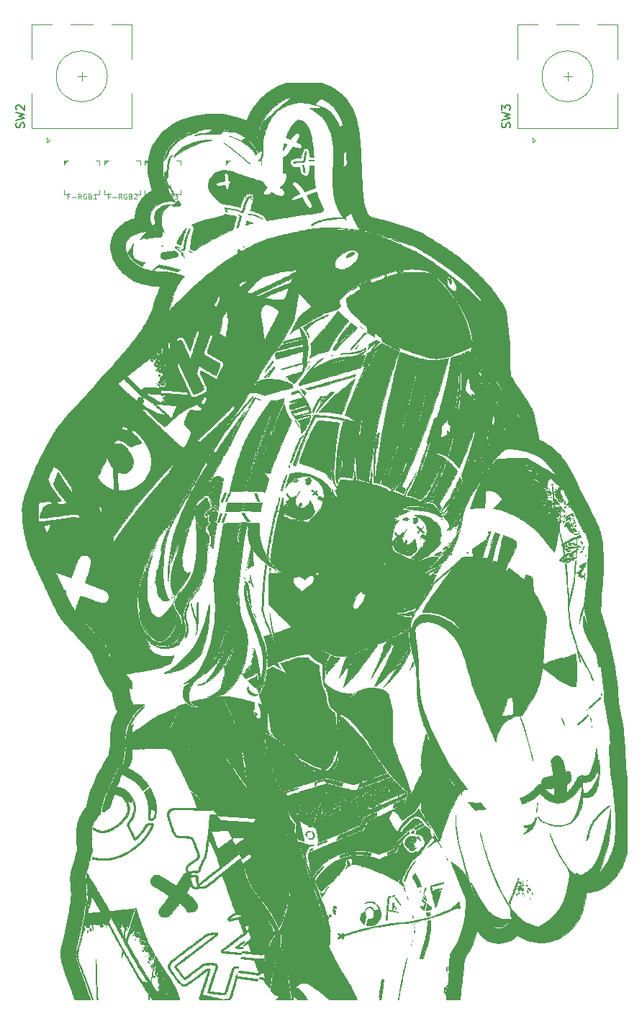
<source format=gbr>
%TF.GenerationSoftware,KiCad,Pcbnew,(5.1.10)-1*%
%TF.CreationDate,2021-08-07T17:21:30+07:00*%
%TF.ProjectId,numbowl,6e756d62-6f77-46c2-9e6b-696361645f70,rev?*%
%TF.SameCoordinates,Original*%
%TF.FileFunction,Legend,Top*%
%TF.FilePolarity,Positive*%
%FSLAX46Y46*%
G04 Gerber Fmt 4.6, Leading zero omitted, Abs format (unit mm)*
G04 Created by KiCad (PCBNEW (5.1.10)-1) date 2021-08-07 17:21:30*
%MOMM*%
%LPD*%
G01*
G04 APERTURE LIST*
%ADD10C,0.120000*%
%ADD11C,0.125000*%
%ADD12C,0.010000*%
%ADD13C,0.150000*%
G04 APERTURE END LIST*
D10*
%TO.C,SW3*%
X247650000Y-52887510D02*
X247650000Y-51887510D01*
X247150000Y-52387510D02*
X248150000Y-52387510D01*
X251150000Y-46287510D02*
X253550000Y-46287510D01*
X246350000Y-46287510D02*
X248950000Y-46287510D01*
X241750000Y-46287510D02*
X244150000Y-46287510D01*
X243550000Y-59587510D02*
X243850000Y-59887510D01*
X243550000Y-60187510D02*
X243550000Y-59587510D01*
X243850000Y-59887510D02*
X243550000Y-60187510D01*
X241750000Y-58487510D02*
X253550000Y-58487510D01*
X241750000Y-54387510D02*
X241750000Y-58487510D01*
X253550000Y-54387510D02*
X253550000Y-58487510D01*
X253550000Y-46287510D02*
X253550000Y-50387510D01*
X241750000Y-50387510D02*
X241750000Y-46287510D01*
X250650000Y-52387510D02*
G75*
G03*
X250650000Y-52387510I-3000000J0D01*
G01*
D11*
%TO.C,F-RGB5*%
X207450880Y-62494020D02*
X207650880Y-62294020D01*
X207450880Y-62594020D02*
X207750880Y-62294020D01*
X207450880Y-62694020D02*
X207450880Y-62294020D01*
X207450880Y-62294020D02*
X207850880Y-62294020D01*
X207850880Y-62294020D02*
X207450880Y-62694020D01*
X211650880Y-62294020D02*
X211150880Y-62294020D01*
X211650880Y-62294020D02*
X211650880Y-62794020D01*
X207450880Y-62294020D02*
X207950880Y-62294020D01*
X207450880Y-62294020D02*
X207450880Y-62794020D01*
X207450880Y-66294020D02*
X207950880Y-66294020D01*
X207450880Y-66294020D02*
X207450880Y-65794020D01*
X211650880Y-66294020D02*
X211650880Y-65794020D01*
X211650880Y-66294020D02*
X211150880Y-66294020D01*
%TO.C,F-RGB3*%
X197925840Y-62494020D02*
X198125840Y-62294020D01*
X197925840Y-62594020D02*
X198225840Y-62294020D01*
X197925840Y-62694020D02*
X197925840Y-62294020D01*
X197925840Y-62294020D02*
X198325840Y-62294020D01*
X198325840Y-62294020D02*
X197925840Y-62694020D01*
X202125840Y-62294020D02*
X201625840Y-62294020D01*
X202125840Y-62294020D02*
X202125840Y-62794020D01*
X197925840Y-62294020D02*
X198425840Y-62294020D01*
X197925840Y-62294020D02*
X197925840Y-62794020D01*
X197925840Y-66294020D02*
X198425840Y-66294020D01*
X197925840Y-66294020D02*
X197925840Y-65794020D01*
X202125840Y-66294020D02*
X202125840Y-65794020D01*
X202125840Y-66294020D02*
X201625840Y-66294020D01*
%TO.C,F-RGB2*%
X193163320Y-62494020D02*
X193363320Y-62294020D01*
X193163320Y-62594020D02*
X193463320Y-62294020D01*
X193163320Y-62694020D02*
X193163320Y-62294020D01*
X193163320Y-62294020D02*
X193563320Y-62294020D01*
X193563320Y-62294020D02*
X193163320Y-62694020D01*
X197363320Y-62294020D02*
X196863320Y-62294020D01*
X197363320Y-62294020D02*
X197363320Y-62794020D01*
X193163320Y-62294020D02*
X193663320Y-62294020D01*
X193163320Y-62294020D02*
X193163320Y-62794020D01*
X193163320Y-66294020D02*
X193663320Y-66294020D01*
X193163320Y-66294020D02*
X193163320Y-65794020D01*
X197363320Y-66294020D02*
X197363320Y-65794020D01*
X197363320Y-66294020D02*
X196863320Y-66294020D01*
%TO.C,F-RGB1*%
X188400800Y-62494020D02*
X188600800Y-62294020D01*
X188400800Y-62594020D02*
X188700800Y-62294020D01*
X188400800Y-62694020D02*
X188400800Y-62294020D01*
X188400800Y-62294020D02*
X188800800Y-62294020D01*
X188800800Y-62294020D02*
X188400800Y-62694020D01*
X192600800Y-62294020D02*
X192100800Y-62294020D01*
X192600800Y-62294020D02*
X192600800Y-62794020D01*
X188400800Y-62294020D02*
X188900800Y-62294020D01*
X188400800Y-62294020D02*
X188400800Y-62794020D01*
X188400800Y-66294020D02*
X188900800Y-66294020D01*
X188400800Y-66294020D02*
X188400800Y-65794020D01*
X192600800Y-66294020D02*
X192600800Y-65794020D01*
X192600800Y-66294020D02*
X192100800Y-66294020D01*
D12*
%TO.C,G\u002A\u002A\u002A*%
G36*
X223180745Y-94414266D02*
G01*
X223182001Y-94418633D01*
X223185720Y-94473962D01*
X223181060Y-94494833D01*
X223172722Y-94495677D01*
X223169316Y-94455915D01*
X223169351Y-94449900D01*
X223173014Y-94410505D01*
X223180745Y-94414266D01*
G37*
X223180745Y-94414266D02*
X223182001Y-94418633D01*
X223185720Y-94473962D01*
X223181060Y-94494833D01*
X223172722Y-94495677D01*
X223169316Y-94455915D01*
X223169351Y-94449900D01*
X223173014Y-94410505D01*
X223180745Y-94414266D01*
G36*
X223798454Y-112875711D02*
G01*
X223833784Y-112953236D01*
X223834640Y-112956614D01*
X223843133Y-113022027D01*
X223843391Y-113102672D01*
X223836851Y-113183128D01*
X223824948Y-113247975D01*
X223809120Y-113281790D01*
X223804193Y-113283598D01*
X223775984Y-113271996D01*
X223713277Y-113240918D01*
X223626052Y-113195432D01*
X223547311Y-113153153D01*
X223435052Y-113091162D01*
X223367107Y-113046258D01*
X223343351Y-113010916D01*
X223363659Y-112977613D01*
X223427903Y-112938826D01*
X223535959Y-112887029D01*
X223542806Y-112883824D01*
X223656773Y-112841955D01*
X223740720Y-112838934D01*
X223798454Y-112875711D01*
G37*
X223798454Y-112875711D02*
X223833784Y-112953236D01*
X223834640Y-112956614D01*
X223843133Y-113022027D01*
X223843391Y-113102672D01*
X223836851Y-113183128D01*
X223824948Y-113247975D01*
X223809120Y-113281790D01*
X223804193Y-113283598D01*
X223775984Y-113271996D01*
X223713277Y-113240918D01*
X223626052Y-113195432D01*
X223547311Y-113153153D01*
X223435052Y-113091162D01*
X223367107Y-113046258D01*
X223343351Y-113010916D01*
X223363659Y-112977613D01*
X223427903Y-112938826D01*
X223535959Y-112887029D01*
X223542806Y-112883824D01*
X223656773Y-112841955D01*
X223740720Y-112838934D01*
X223798454Y-112875711D01*
G36*
X223875600Y-136664700D02*
G01*
X223862900Y-136677400D01*
X223850200Y-136664700D01*
X223862900Y-136652000D01*
X223875600Y-136664700D01*
G37*
X223875600Y-136664700D02*
X223862900Y-136677400D01*
X223850200Y-136664700D01*
X223862900Y-136652000D01*
X223875600Y-136664700D01*
G36*
X223761188Y-136754234D02*
G01*
X223702500Y-136810525D01*
X223649922Y-136852396D01*
X223638624Y-136859363D01*
X223604364Y-136871002D01*
X223598670Y-136844222D01*
X223600524Y-136830353D01*
X223633957Y-136778265D01*
X223717568Y-136727716D01*
X223723088Y-136725224D01*
X223837276Y-136674297D01*
X223761188Y-136754234D01*
G37*
X223761188Y-136754234D02*
X223702500Y-136810525D01*
X223649922Y-136852396D01*
X223638624Y-136859363D01*
X223604364Y-136871002D01*
X223598670Y-136844222D01*
X223600524Y-136830353D01*
X223633957Y-136778265D01*
X223717568Y-136727716D01*
X223723088Y-136725224D01*
X223837276Y-136674297D01*
X223761188Y-136754234D01*
G36*
X221640055Y-137436648D02*
G01*
X221594997Y-137471308D01*
X221533172Y-137515470D01*
X221467519Y-137560083D01*
X221410980Y-137596098D01*
X221380269Y-137612966D01*
X221364818Y-137599103D01*
X221361000Y-137570341D01*
X221374006Y-137534929D01*
X221418970Y-137502136D01*
X221504040Y-137465731D01*
X221580926Y-137438706D01*
X221636064Y-137422600D01*
X221655406Y-137420540D01*
X221640055Y-137436648D01*
G37*
X221640055Y-137436648D02*
X221594997Y-137471308D01*
X221533172Y-137515470D01*
X221467519Y-137560083D01*
X221410980Y-137596098D01*
X221380269Y-137612966D01*
X221364818Y-137599103D01*
X221361000Y-137570341D01*
X221374006Y-137534929D01*
X221418970Y-137502136D01*
X221504040Y-137465731D01*
X221580926Y-137438706D01*
X221636064Y-137422600D01*
X221655406Y-137420540D01*
X221640055Y-137436648D01*
G36*
X218901774Y-138596828D02*
G01*
X218884163Y-138643292D01*
X218868434Y-138671300D01*
X218833943Y-138726836D01*
X218811334Y-138757853D01*
X218808168Y-138760200D01*
X218809652Y-138738861D01*
X218823211Y-138686079D01*
X218827639Y-138671300D01*
X218853621Y-138613069D01*
X218882736Y-138583373D01*
X218887905Y-138582400D01*
X218901774Y-138596828D01*
G37*
X218901774Y-138596828D02*
X218884163Y-138643292D01*
X218868434Y-138671300D01*
X218833943Y-138726836D01*
X218811334Y-138757853D01*
X218808168Y-138760200D01*
X218809652Y-138738861D01*
X218823211Y-138686079D01*
X218827639Y-138671300D01*
X218853621Y-138613069D01*
X218882736Y-138583373D01*
X218887905Y-138582400D01*
X218901774Y-138596828D01*
G36*
X227740287Y-136733619D02*
G01*
X227750385Y-136773074D01*
X227757167Y-136845951D01*
X227760719Y-136939752D01*
X227761130Y-137041978D01*
X227758487Y-137140129D01*
X227752878Y-137221706D01*
X227744391Y-137274211D01*
X227736400Y-137287000D01*
X227718065Y-137264748D01*
X227707522Y-137210566D01*
X227707169Y-137204450D01*
X227706297Y-137119053D01*
X227709295Y-137048311D01*
X227709314Y-136949063D01*
X227694473Y-136869197D01*
X227667982Y-136819724D01*
X227639701Y-136809581D01*
X227603835Y-136838192D01*
X227596592Y-136866234D01*
X227583950Y-136913630D01*
X227554360Y-136919119D01*
X227519874Y-136882503D01*
X227512288Y-136867607D01*
X227497882Y-136827929D01*
X227506260Y-136801305D01*
X227546352Y-136776080D01*
X227601087Y-136751719D01*
X227675876Y-136723202D01*
X227718436Y-136717985D01*
X227740287Y-136733619D01*
G37*
X227740287Y-136733619D02*
X227750385Y-136773074D01*
X227757167Y-136845951D01*
X227760719Y-136939752D01*
X227761130Y-137041978D01*
X227758487Y-137140129D01*
X227752878Y-137221706D01*
X227744391Y-137274211D01*
X227736400Y-137287000D01*
X227718065Y-137264748D01*
X227707522Y-137210566D01*
X227707169Y-137204450D01*
X227706297Y-137119053D01*
X227709295Y-137048311D01*
X227709314Y-136949063D01*
X227694473Y-136869197D01*
X227667982Y-136819724D01*
X227639701Y-136809581D01*
X227603835Y-136838192D01*
X227596592Y-136866234D01*
X227583950Y-136913630D01*
X227554360Y-136919119D01*
X227519874Y-136882503D01*
X227512288Y-136867607D01*
X227497882Y-136827929D01*
X227506260Y-136801305D01*
X227546352Y-136776080D01*
X227601087Y-136751719D01*
X227675876Y-136723202D01*
X227718436Y-136717985D01*
X227740287Y-136733619D01*
G36*
X226608637Y-137166770D02*
G01*
X226613930Y-137195545D01*
X226619071Y-137264419D01*
X226623433Y-137362690D01*
X226626144Y-137465667D01*
X226626943Y-137601269D01*
X226623017Y-137692150D01*
X226613843Y-137744218D01*
X226599750Y-137763123D01*
X226584596Y-137755312D01*
X226574794Y-137715483D01*
X226569533Y-137637361D01*
X226568000Y-137517716D01*
X226565849Y-137410617D01*
X226560049Y-137325509D01*
X226551574Y-137273100D01*
X226544677Y-137261600D01*
X226478079Y-137279896D01*
X226442754Y-137327692D01*
X226440192Y-137346867D01*
X226437420Y-137384663D01*
X226423337Y-137379059D01*
X226402092Y-137351995D01*
X226372850Y-137301976D01*
X226364800Y-137272896D01*
X226386100Y-137249343D01*
X226438281Y-137219076D01*
X226503763Y-137189746D01*
X226564968Y-137169005D01*
X226604315Y-137164502D01*
X226608637Y-137166770D01*
G37*
X226608637Y-137166770D02*
X226613930Y-137195545D01*
X226619071Y-137264419D01*
X226623433Y-137362690D01*
X226626144Y-137465667D01*
X226626943Y-137601269D01*
X226623017Y-137692150D01*
X226613843Y-137744218D01*
X226599750Y-137763123D01*
X226584596Y-137755312D01*
X226574794Y-137715483D01*
X226569533Y-137637361D01*
X226568000Y-137517716D01*
X226565849Y-137410617D01*
X226560049Y-137325509D01*
X226551574Y-137273100D01*
X226544677Y-137261600D01*
X226478079Y-137279896D01*
X226442754Y-137327692D01*
X226440192Y-137346867D01*
X226437420Y-137384663D01*
X226423337Y-137379059D01*
X226402092Y-137351995D01*
X226372850Y-137301976D01*
X226364800Y-137272896D01*
X226386100Y-137249343D01*
X226438281Y-137219076D01*
X226503763Y-137189746D01*
X226564968Y-137169005D01*
X226604315Y-137164502D01*
X226608637Y-137166770D01*
G36*
X225069400Y-138188700D02*
G01*
X225056700Y-138201400D01*
X225044000Y-138188700D01*
X225056700Y-138176000D01*
X225069400Y-138188700D01*
G37*
X225069400Y-138188700D02*
X225056700Y-138201400D01*
X225044000Y-138188700D01*
X225056700Y-138176000D01*
X225069400Y-138188700D01*
G36*
X225406618Y-137678842D02*
G01*
X225456911Y-137747122D01*
X225508592Y-137857056D01*
X225554323Y-137980882D01*
X225573474Y-138070012D01*
X225566359Y-138132849D01*
X225533293Y-138177792D01*
X225520948Y-138187259D01*
X225461769Y-138221519D01*
X225431700Y-138218587D01*
X225425000Y-138189497D01*
X225407938Y-138163776D01*
X225388172Y-138166326D01*
X225357160Y-138153660D01*
X225319080Y-138104919D01*
X225282092Y-138032494D01*
X225260762Y-137972800D01*
X225232295Y-137845227D01*
X225233145Y-137797429D01*
X225289787Y-137797429D01*
X225298412Y-137871309D01*
X225329336Y-137966361D01*
X225374901Y-138073226D01*
X225414828Y-138133134D01*
X225452478Y-138149125D01*
X225491210Y-138124241D01*
X225496758Y-138117852D01*
X225507449Y-138081325D01*
X225498933Y-138014456D01*
X225471908Y-137914652D01*
X225441782Y-137823553D01*
X225416641Y-137771643D01*
X225389848Y-137748660D01*
X225361657Y-137744200D01*
X225310631Y-137756691D01*
X225289787Y-137797429D01*
X225233145Y-137797429D01*
X225233929Y-137753376D01*
X225266395Y-137691516D01*
X225299720Y-137667079D01*
X225355602Y-137653417D01*
X225406618Y-137678842D01*
G37*
X225406618Y-137678842D02*
X225456911Y-137747122D01*
X225508592Y-137857056D01*
X225554323Y-137980882D01*
X225573474Y-138070012D01*
X225566359Y-138132849D01*
X225533293Y-138177792D01*
X225520948Y-138187259D01*
X225461769Y-138221519D01*
X225431700Y-138218587D01*
X225425000Y-138189497D01*
X225407938Y-138163776D01*
X225388172Y-138166326D01*
X225357160Y-138153660D01*
X225319080Y-138104919D01*
X225282092Y-138032494D01*
X225260762Y-137972800D01*
X225232295Y-137845227D01*
X225233145Y-137797429D01*
X225289787Y-137797429D01*
X225298412Y-137871309D01*
X225329336Y-137966361D01*
X225374901Y-138073226D01*
X225414828Y-138133134D01*
X225452478Y-138149125D01*
X225491210Y-138124241D01*
X225496758Y-138117852D01*
X225507449Y-138081325D01*
X225498933Y-138014456D01*
X225471908Y-137914652D01*
X225441782Y-137823553D01*
X225416641Y-137771643D01*
X225389848Y-137748660D01*
X225361657Y-137744200D01*
X225310631Y-137756691D01*
X225289787Y-137797429D01*
X225233145Y-137797429D01*
X225233929Y-137753376D01*
X225266395Y-137691516D01*
X225299720Y-137667079D01*
X225355602Y-137653417D01*
X225406618Y-137678842D01*
G36*
X224917000Y-138341100D02*
G01*
X224904300Y-138353800D01*
X224891600Y-138341100D01*
X224904300Y-138328400D01*
X224917000Y-138341100D01*
G37*
X224917000Y-138341100D02*
X224904300Y-138353800D01*
X224891600Y-138341100D01*
X224904300Y-138328400D01*
X224917000Y-138341100D01*
G36*
X224866200Y-138366500D02*
G01*
X224853500Y-138379200D01*
X224840800Y-138366500D01*
X224853500Y-138353800D01*
X224866200Y-138366500D01*
G37*
X224866200Y-138366500D02*
X224853500Y-138379200D01*
X224840800Y-138366500D01*
X224853500Y-138353800D01*
X224866200Y-138366500D01*
G36*
X224705333Y-138438466D02*
G01*
X224701846Y-138453566D01*
X224688400Y-138455400D01*
X224667492Y-138446106D01*
X224671466Y-138438466D01*
X224701610Y-138435426D01*
X224705333Y-138438466D01*
G37*
X224705333Y-138438466D02*
X224701846Y-138453566D01*
X224688400Y-138455400D01*
X224667492Y-138446106D01*
X224671466Y-138438466D01*
X224701610Y-138435426D01*
X224705333Y-138438466D01*
G36*
X224637600Y-138468100D02*
G01*
X224624900Y-138480800D01*
X224612200Y-138468100D01*
X224624900Y-138455400D01*
X224637600Y-138468100D01*
G37*
X224637600Y-138468100D02*
X224624900Y-138480800D01*
X224612200Y-138468100D01*
X224624900Y-138455400D01*
X224637600Y-138468100D01*
G36*
X224578333Y-138489266D02*
G01*
X224574846Y-138504366D01*
X224561400Y-138506200D01*
X224540492Y-138496906D01*
X224544466Y-138489266D01*
X224574610Y-138486226D01*
X224578333Y-138489266D01*
G37*
X224578333Y-138489266D02*
X224574846Y-138504366D01*
X224561400Y-138506200D01*
X224540492Y-138496906D01*
X224544466Y-138489266D01*
X224574610Y-138486226D01*
X224578333Y-138489266D01*
G36*
X224510600Y-138518900D02*
G01*
X224497900Y-138531600D01*
X224485200Y-138518900D01*
X224497900Y-138506200D01*
X224510600Y-138518900D01*
G37*
X224510600Y-138518900D02*
X224497900Y-138531600D01*
X224485200Y-138518900D01*
X224497900Y-138506200D01*
X224510600Y-138518900D01*
G36*
X224459800Y-138544300D02*
G01*
X224447100Y-138557000D01*
X224434400Y-138544300D01*
X224447100Y-138531600D01*
X224459800Y-138544300D01*
G37*
X224459800Y-138544300D02*
X224447100Y-138557000D01*
X224434400Y-138544300D01*
X224447100Y-138531600D01*
X224459800Y-138544300D01*
G36*
X224197539Y-138165558D02*
G01*
X224246686Y-138214788D01*
X224267546Y-138252645D01*
X224275989Y-138293007D01*
X224272300Y-138350425D01*
X224256763Y-138439455D01*
X224251592Y-138465687D01*
X224214441Y-138652397D01*
X224298204Y-138617398D01*
X224365047Y-138591019D01*
X224397681Y-138585268D01*
X224408224Y-138599937D01*
X224409000Y-138615482D01*
X224387489Y-138639001D01*
X224333917Y-138670165D01*
X224264726Y-138701513D01*
X224196358Y-138725585D01*
X224145767Y-138734925D01*
X224133908Y-138713461D01*
X224136563Y-138664950D01*
X224150394Y-138601979D01*
X224172668Y-138513077D01*
X224190743Y-138445901D01*
X224212995Y-138352700D01*
X224216531Y-138294782D01*
X224203187Y-138261751D01*
X224153765Y-138229004D01*
X224107397Y-138244471D01*
X224078800Y-138290300D01*
X224049158Y-138340591D01*
X224020534Y-138350757D01*
X224003724Y-138319235D01*
X224002600Y-138301330D01*
X224021174Y-138219390D01*
X224068378Y-138166427D01*
X224131426Y-138146972D01*
X224197539Y-138165558D01*
G37*
X224197539Y-138165558D02*
X224246686Y-138214788D01*
X224267546Y-138252645D01*
X224275989Y-138293007D01*
X224272300Y-138350425D01*
X224256763Y-138439455D01*
X224251592Y-138465687D01*
X224214441Y-138652397D01*
X224298204Y-138617398D01*
X224365047Y-138591019D01*
X224397681Y-138585268D01*
X224408224Y-138599937D01*
X224409000Y-138615482D01*
X224387489Y-138639001D01*
X224333917Y-138670165D01*
X224264726Y-138701513D01*
X224196358Y-138725585D01*
X224145767Y-138734925D01*
X224133908Y-138713461D01*
X224136563Y-138664950D01*
X224150394Y-138601979D01*
X224172668Y-138513077D01*
X224190743Y-138445901D01*
X224212995Y-138352700D01*
X224216531Y-138294782D01*
X224203187Y-138261751D01*
X224153765Y-138229004D01*
X224107397Y-138244471D01*
X224078800Y-138290300D01*
X224049158Y-138340591D01*
X224020534Y-138350757D01*
X224003724Y-138319235D01*
X224002600Y-138301330D01*
X224021174Y-138219390D01*
X224068378Y-138166427D01*
X224131426Y-138146972D01*
X224197539Y-138165558D01*
G36*
X229173364Y-142236375D02*
G01*
X229190416Y-142278100D01*
X229197897Y-142329617D01*
X229189189Y-142336479D01*
X229165864Y-142309850D01*
X229125823Y-142250546D01*
X229121908Y-142220674D01*
X229141639Y-142214600D01*
X229173364Y-142236375D01*
G37*
X229173364Y-142236375D02*
X229190416Y-142278100D01*
X229197897Y-142329617D01*
X229189189Y-142336479D01*
X229165864Y-142309850D01*
X229125823Y-142250546D01*
X229121908Y-142220674D01*
X229141639Y-142214600D01*
X229173364Y-142236375D01*
G36*
X197764400Y-153530300D02*
G01*
X197751700Y-153543000D01*
X197739000Y-153530300D01*
X197751700Y-153517600D01*
X197764400Y-153530300D01*
G37*
X197764400Y-153530300D02*
X197751700Y-153543000D01*
X197739000Y-153530300D01*
X197751700Y-153517600D01*
X197764400Y-153530300D01*
G36*
X199559333Y-156828066D02*
G01*
X199555846Y-156843166D01*
X199542400Y-156845000D01*
X199521492Y-156835706D01*
X199525466Y-156828066D01*
X199555610Y-156825026D01*
X199559333Y-156828066D01*
G37*
X199559333Y-156828066D02*
X199555846Y-156843166D01*
X199542400Y-156845000D01*
X199521492Y-156835706D01*
X199525466Y-156828066D01*
X199555610Y-156825026D01*
X199559333Y-156828066D01*
G36*
X199771000Y-156933900D02*
G01*
X199758300Y-156946600D01*
X199745600Y-156933900D01*
X199758300Y-156921200D01*
X199771000Y-156933900D01*
G37*
X199771000Y-156933900D02*
X199758300Y-156946600D01*
X199745600Y-156933900D01*
X199758300Y-156921200D01*
X199771000Y-156933900D01*
G36*
X199475442Y-157175975D02*
G01*
X199471711Y-157202843D01*
X199451423Y-157237244D01*
X199424733Y-157265934D01*
X199415788Y-157262604D01*
X199427216Y-157223820D01*
X199450967Y-157187544D01*
X199472858Y-157174369D01*
X199475442Y-157175975D01*
G37*
X199475442Y-157175975D02*
X199471711Y-157202843D01*
X199451423Y-157237244D01*
X199424733Y-157265934D01*
X199415788Y-157262604D01*
X199427216Y-157223820D01*
X199450967Y-157187544D01*
X199472858Y-157174369D01*
X199475442Y-157175975D01*
G36*
X199381533Y-157361466D02*
G01*
X199384573Y-157391610D01*
X199381533Y-157395333D01*
X199366433Y-157391846D01*
X199364600Y-157378400D01*
X199373893Y-157357492D01*
X199381533Y-157361466D01*
G37*
X199381533Y-157361466D02*
X199384573Y-157391610D01*
X199381533Y-157395333D01*
X199366433Y-157391846D01*
X199364600Y-157378400D01*
X199373893Y-157357492D01*
X199381533Y-157361466D01*
G36*
X199948800Y-158102300D02*
G01*
X199936100Y-158115000D01*
X199923400Y-158102300D01*
X199936100Y-158089600D01*
X199948800Y-158102300D01*
G37*
X199948800Y-158102300D02*
X199936100Y-158115000D01*
X199923400Y-158102300D01*
X199936100Y-158089600D01*
X199948800Y-158102300D01*
G36*
X199872600Y-158178500D02*
G01*
X199859900Y-158191200D01*
X199847200Y-158178500D01*
X199859900Y-158165800D01*
X199872600Y-158178500D01*
G37*
X199872600Y-158178500D02*
X199859900Y-158191200D01*
X199847200Y-158178500D01*
X199859900Y-158165800D01*
X199872600Y-158178500D01*
G36*
X199796400Y-158203900D02*
G01*
X199783700Y-158216600D01*
X199771000Y-158203900D01*
X199783700Y-158191200D01*
X199796400Y-158203900D01*
G37*
X199796400Y-158203900D02*
X199783700Y-158216600D01*
X199771000Y-158203900D01*
X199783700Y-158191200D01*
X199796400Y-158203900D01*
G36*
X200117868Y-158308360D02*
G01*
X200113900Y-158318200D01*
X200091075Y-158342431D01*
X200087000Y-158343600D01*
X200076091Y-158323948D01*
X200075800Y-158318200D01*
X200095326Y-158293776D01*
X200102699Y-158292800D01*
X200117868Y-158308360D01*
G37*
X200117868Y-158308360D02*
X200113900Y-158318200D01*
X200091075Y-158342431D01*
X200087000Y-158343600D01*
X200076091Y-158323948D01*
X200075800Y-158318200D01*
X200095326Y-158293776D01*
X200102699Y-158292800D01*
X200117868Y-158308360D01*
G36*
X200126600Y-158381700D02*
G01*
X200113900Y-158394400D01*
X200101200Y-158381700D01*
X200113900Y-158369000D01*
X200126600Y-158381700D01*
G37*
X200126600Y-158381700D02*
X200113900Y-158394400D01*
X200101200Y-158381700D01*
X200113900Y-158369000D01*
X200126600Y-158381700D01*
G36*
X200216584Y-158314679D02*
G01*
X200231948Y-158367110D01*
X200234565Y-158430280D01*
X200221385Y-158484376D01*
X200221118Y-158484889D01*
X200195571Y-158526986D01*
X200174190Y-158527010D01*
X200147874Y-158499130D01*
X200121707Y-158460529D01*
X200132840Y-158431035D01*
X200157049Y-158408670D01*
X200189873Y-158363870D01*
X200193014Y-158329335D01*
X200187240Y-158297321D01*
X200191525Y-158292800D01*
X200216584Y-158314679D01*
G37*
X200216584Y-158314679D02*
X200231948Y-158367110D01*
X200234565Y-158430280D01*
X200221385Y-158484376D01*
X200221118Y-158484889D01*
X200195571Y-158526986D01*
X200174190Y-158527010D01*
X200147874Y-158499130D01*
X200121707Y-158460529D01*
X200132840Y-158431035D01*
X200157049Y-158408670D01*
X200189873Y-158363870D01*
X200193014Y-158329335D01*
X200187240Y-158297321D01*
X200191525Y-158292800D01*
X200216584Y-158314679D01*
G36*
X199991133Y-158504466D02*
G01*
X199994173Y-158534610D01*
X199991133Y-158538333D01*
X199976033Y-158534846D01*
X199974200Y-158521400D01*
X199983493Y-158500492D01*
X199991133Y-158504466D01*
G37*
X199991133Y-158504466D02*
X199994173Y-158534610D01*
X199991133Y-158538333D01*
X199976033Y-158534846D01*
X199974200Y-158521400D01*
X199983493Y-158500492D01*
X199991133Y-158504466D01*
G36*
X199948800Y-158584900D02*
G01*
X199936100Y-158597600D01*
X199923400Y-158584900D01*
X199936100Y-158572200D01*
X199948800Y-158584900D01*
G37*
X199948800Y-158584900D02*
X199936100Y-158597600D01*
X199923400Y-158584900D01*
X199936100Y-158572200D01*
X199948800Y-158584900D01*
G36*
X200118133Y-158656866D02*
G01*
X200121173Y-158687010D01*
X200118133Y-158690733D01*
X200103033Y-158687246D01*
X200101200Y-158673800D01*
X200110493Y-158652892D01*
X200118133Y-158656866D01*
G37*
X200118133Y-158656866D02*
X200121173Y-158687010D01*
X200118133Y-158690733D01*
X200103033Y-158687246D01*
X200101200Y-158673800D01*
X200110493Y-158652892D01*
X200118133Y-158656866D01*
G36*
X200038208Y-158583373D02*
G01*
X200029650Y-158623848D01*
X200028883Y-158625938D01*
X199998715Y-158674779D01*
X199971774Y-158693475D01*
X199949931Y-158696163D01*
X199969190Y-158679756D01*
X199994417Y-158641368D01*
X199994590Y-158623847D01*
X200006787Y-158586813D01*
X200018609Y-158579621D01*
X200038208Y-158583373D01*
G37*
X200038208Y-158583373D02*
X200029650Y-158623848D01*
X200028883Y-158625938D01*
X199998715Y-158674779D01*
X199971774Y-158693475D01*
X199949931Y-158696163D01*
X199969190Y-158679756D01*
X199994417Y-158641368D01*
X199994590Y-158623847D01*
X200006787Y-158586813D01*
X200018609Y-158579621D01*
X200038208Y-158583373D01*
G36*
X200380600Y-159778700D02*
G01*
X200367900Y-159791400D01*
X200355200Y-159778700D01*
X200367900Y-159766000D01*
X200380600Y-159778700D01*
G37*
X200380600Y-159778700D02*
X200367900Y-159791400D01*
X200355200Y-159778700D01*
X200367900Y-159766000D01*
X200380600Y-159778700D01*
G36*
X200279000Y-159905700D02*
G01*
X200303431Y-159938172D01*
X200304400Y-159945299D01*
X200285026Y-159968515D01*
X200279000Y-159969200D01*
X200256708Y-159948525D01*
X200253600Y-159929600D01*
X200265913Y-159903310D01*
X200279000Y-159905700D01*
G37*
X200279000Y-159905700D02*
X200303431Y-159938172D01*
X200304400Y-159945299D01*
X200285026Y-159968515D01*
X200279000Y-159969200D01*
X200256708Y-159948525D01*
X200253600Y-159929600D01*
X200265913Y-159903310D01*
X200279000Y-159905700D01*
G36*
X199974200Y-157416500D02*
G01*
X199961500Y-157429200D01*
X199948800Y-157416500D01*
X199961500Y-157403800D01*
X199974200Y-157416500D01*
G37*
X199974200Y-157416500D02*
X199961500Y-157429200D01*
X199948800Y-157416500D01*
X199961500Y-157403800D01*
X199974200Y-157416500D01*
G36*
X199915645Y-157468097D02*
G01*
X199901151Y-157486773D01*
X199879795Y-157502824D01*
X199885124Y-157477373D01*
X199886933Y-157472554D01*
X199907054Y-157441451D01*
X199918494Y-157441227D01*
X199915645Y-157468097D01*
G37*
X199915645Y-157468097D02*
X199901151Y-157486773D01*
X199879795Y-157502824D01*
X199885124Y-157477373D01*
X199886933Y-157472554D01*
X199907054Y-157441451D01*
X199918494Y-157441227D01*
X199915645Y-157468097D01*
G36*
X199796400Y-157543500D02*
G01*
X199783700Y-157556200D01*
X199771000Y-157543500D01*
X199783700Y-157530800D01*
X199796400Y-157543500D01*
G37*
X199796400Y-157543500D02*
X199783700Y-157556200D01*
X199771000Y-157543500D01*
X199783700Y-157530800D01*
X199796400Y-157543500D01*
G36*
X199406933Y-157844066D02*
G01*
X199409973Y-157874210D01*
X199406933Y-157877933D01*
X199391833Y-157874446D01*
X199390000Y-157861000D01*
X199399293Y-157840092D01*
X199406933Y-157844066D01*
G37*
X199406933Y-157844066D02*
X199409973Y-157874210D01*
X199406933Y-157877933D01*
X199391833Y-157874446D01*
X199390000Y-157861000D01*
X199399293Y-157840092D01*
X199406933Y-157844066D01*
G36*
X198882414Y-158127956D02*
G01*
X198897066Y-158158396D01*
X198893615Y-158167555D01*
X198869095Y-158190077D01*
X198857096Y-158164425D01*
X198856600Y-158151600D01*
X198869096Y-158125440D01*
X198882414Y-158127956D01*
G37*
X198882414Y-158127956D02*
X198897066Y-158158396D01*
X198893615Y-158167555D01*
X198869095Y-158190077D01*
X198857096Y-158164425D01*
X198856600Y-158151600D01*
X198869096Y-158125440D01*
X198882414Y-158127956D01*
G36*
X199006153Y-158130087D02*
G01*
X199008431Y-158131223D01*
X199069799Y-158172071D01*
X199104732Y-158215219D01*
X199106467Y-158249821D01*
X199089769Y-158261643D01*
X199062361Y-158292246D01*
X199059800Y-158307616D01*
X199039650Y-158334995D01*
X198992905Y-158344201D01*
X198940122Y-158335963D01*
X198901858Y-158311013D01*
X198896805Y-158301826D01*
X198899538Y-158251619D01*
X198920100Y-158216600D01*
X198945101Y-158166033D01*
X198943675Y-158132104D01*
X198937590Y-158107089D01*
X198954920Y-158106464D01*
X199006153Y-158130087D01*
G37*
X199006153Y-158130087D02*
X199008431Y-158131223D01*
X199069799Y-158172071D01*
X199104732Y-158215219D01*
X199106467Y-158249821D01*
X199089769Y-158261643D01*
X199062361Y-158292246D01*
X199059800Y-158307616D01*
X199039650Y-158334995D01*
X198992905Y-158344201D01*
X198940122Y-158335963D01*
X198901858Y-158311013D01*
X198896805Y-158301826D01*
X198899538Y-158251619D01*
X198920100Y-158216600D01*
X198945101Y-158166033D01*
X198943675Y-158132104D01*
X198937590Y-158107089D01*
X198954920Y-158106464D01*
X199006153Y-158130087D01*
G36*
X199614313Y-158864519D02*
G01*
X199618600Y-158875500D01*
X199601793Y-158908668D01*
X199569217Y-158916611D01*
X199558642Y-158910176D01*
X199543191Y-158873305D01*
X199570377Y-158852337D01*
X199580500Y-158851600D01*
X199614313Y-158864519D01*
G37*
X199614313Y-158864519D02*
X199618600Y-158875500D01*
X199601793Y-158908668D01*
X199569217Y-158916611D01*
X199558642Y-158910176D01*
X199543191Y-158873305D01*
X199570377Y-158852337D01*
X199580500Y-158851600D01*
X199614313Y-158864519D01*
G36*
X199974200Y-158991300D02*
G01*
X199961500Y-159004000D01*
X199948800Y-158991300D01*
X199961500Y-158978600D01*
X199974200Y-158991300D01*
G37*
X199974200Y-158991300D02*
X199961500Y-159004000D01*
X199948800Y-158991300D01*
X199961500Y-158978600D01*
X199974200Y-158991300D01*
G36*
X199516816Y-158913787D02*
G01*
X199567406Y-158939742D01*
X199607867Y-158967955D01*
X199618600Y-158982677D01*
X199612986Y-159002083D01*
X199612250Y-159001994D01*
X199586573Y-158992841D01*
X199536050Y-158974478D01*
X199490720Y-158949957D01*
X199464321Y-158922331D01*
X199467041Y-158904188D01*
X199477704Y-158902400D01*
X199516816Y-158913787D01*
G37*
X199516816Y-158913787D02*
X199567406Y-158939742D01*
X199607867Y-158967955D01*
X199618600Y-158982677D01*
X199612986Y-159002083D01*
X199612250Y-159001994D01*
X199586573Y-158992841D01*
X199536050Y-158974478D01*
X199490720Y-158949957D01*
X199464321Y-158922331D01*
X199467041Y-158904188D01*
X199477704Y-158902400D01*
X199516816Y-158913787D01*
G36*
X199517000Y-159016700D02*
G01*
X199504300Y-159029400D01*
X199491600Y-159016700D01*
X199504300Y-159004000D01*
X199517000Y-159016700D01*
G37*
X199517000Y-159016700D02*
X199504300Y-159029400D01*
X199491600Y-159016700D01*
X199504300Y-159004000D01*
X199517000Y-159016700D01*
G36*
X199762533Y-159037866D02*
G01*
X199765573Y-159068010D01*
X199762533Y-159071733D01*
X199747433Y-159068246D01*
X199745600Y-159054800D01*
X199754893Y-159033892D01*
X199762533Y-159037866D01*
G37*
X199762533Y-159037866D02*
X199765573Y-159068010D01*
X199762533Y-159071733D01*
X199747433Y-159068246D01*
X199745600Y-159054800D01*
X199754893Y-159033892D01*
X199762533Y-159037866D01*
G36*
X199898000Y-159245300D02*
G01*
X199922231Y-159268124D01*
X199923400Y-159272199D01*
X199903748Y-159283108D01*
X199898000Y-159283400D01*
X199873576Y-159263873D01*
X199872600Y-159256500D01*
X199888160Y-159241331D01*
X199898000Y-159245300D01*
G37*
X199898000Y-159245300D02*
X199922231Y-159268124D01*
X199923400Y-159272199D01*
X199903748Y-159283108D01*
X199898000Y-159283400D01*
X199873576Y-159263873D01*
X199872600Y-159256500D01*
X199888160Y-159241331D01*
X199898000Y-159245300D01*
G36*
X199872600Y-159321500D02*
G01*
X199859900Y-159334200D01*
X199847200Y-159321500D01*
X199859900Y-159308800D01*
X199872600Y-159321500D01*
G37*
X199872600Y-159321500D02*
X199859900Y-159334200D01*
X199847200Y-159321500D01*
X199859900Y-159308800D01*
X199872600Y-159321500D01*
G36*
X199716971Y-159091555D02*
G01*
X199764457Y-159131308D01*
X199797505Y-159164976D01*
X199814615Y-159160025D01*
X199823442Y-159139018D01*
X199836680Y-159113337D01*
X199848267Y-159133442D01*
X199853175Y-159151108D01*
X199846858Y-159219635D01*
X199817692Y-159270152D01*
X199787470Y-159321462D01*
X199782989Y-159358349D01*
X199783548Y-159359354D01*
X199790048Y-159383274D01*
X199786461Y-159385000D01*
X199764734Y-159366078D01*
X199747326Y-159340550D01*
X199723081Y-159311234D01*
X199701301Y-159326532D01*
X199697145Y-159332655D01*
X199677111Y-159346714D01*
X199653306Y-159322686D01*
X199628476Y-159275505D01*
X199594800Y-159216767D01*
X199565099Y-159184154D01*
X199558306Y-159181800D01*
X199555977Y-159167493D01*
X199585350Y-159132877D01*
X199587348Y-159131000D01*
X199655858Y-159086678D01*
X199716971Y-159091555D01*
G37*
X199716971Y-159091555D02*
X199764457Y-159131308D01*
X199797505Y-159164976D01*
X199814615Y-159160025D01*
X199823442Y-159139018D01*
X199836680Y-159113337D01*
X199848267Y-159133442D01*
X199853175Y-159151108D01*
X199846858Y-159219635D01*
X199817692Y-159270152D01*
X199787470Y-159321462D01*
X199782989Y-159358349D01*
X199783548Y-159359354D01*
X199790048Y-159383274D01*
X199786461Y-159385000D01*
X199764734Y-159366078D01*
X199747326Y-159340550D01*
X199723081Y-159311234D01*
X199701301Y-159326532D01*
X199697145Y-159332655D01*
X199677111Y-159346714D01*
X199653306Y-159322686D01*
X199628476Y-159275505D01*
X199594800Y-159216767D01*
X199565099Y-159184154D01*
X199558306Y-159181800D01*
X199555977Y-159167493D01*
X199585350Y-159132877D01*
X199587348Y-159131000D01*
X199655858Y-159086678D01*
X199716971Y-159091555D01*
G36*
X199888571Y-159731081D02*
G01*
X199898000Y-159753300D01*
X199884284Y-159787101D01*
X199872600Y-159791400D01*
X199848737Y-159771308D01*
X199846811Y-159759650D01*
X199838029Y-159746427D01*
X199821800Y-159766000D01*
X199802115Y-159789350D01*
X199796871Y-159765344D01*
X199796788Y-159759650D01*
X199816885Y-159722207D01*
X199847200Y-159715200D01*
X199888571Y-159731081D01*
G37*
X199888571Y-159731081D02*
X199898000Y-159753300D01*
X199884284Y-159787101D01*
X199872600Y-159791400D01*
X199848737Y-159771308D01*
X199846811Y-159759650D01*
X199838029Y-159746427D01*
X199821800Y-159766000D01*
X199802115Y-159789350D01*
X199796871Y-159765344D01*
X199796788Y-159759650D01*
X199816885Y-159722207D01*
X199847200Y-159715200D01*
X199888571Y-159731081D01*
G36*
X199889533Y-159850666D02*
G01*
X199892573Y-159880810D01*
X199889533Y-159884533D01*
X199874433Y-159881046D01*
X199872600Y-159867600D01*
X199881893Y-159846692D01*
X199889533Y-159850666D01*
G37*
X199889533Y-159850666D02*
X199892573Y-159880810D01*
X199889533Y-159884533D01*
X199874433Y-159881046D01*
X199872600Y-159867600D01*
X199881893Y-159846692D01*
X199889533Y-159850666D01*
G36*
X199455671Y-159950283D02*
G01*
X199456998Y-159961468D01*
X199419484Y-159981185D01*
X199380392Y-159982624D01*
X199364600Y-159966952D01*
X199386064Y-159948637D01*
X199419633Y-159943800D01*
X199455671Y-159950283D01*
G37*
X199455671Y-159950283D02*
X199456998Y-159961468D01*
X199419484Y-159981185D01*
X199380392Y-159982624D01*
X199364600Y-159966952D01*
X199386064Y-159948637D01*
X199419633Y-159943800D01*
X199455671Y-159950283D01*
G36*
X199605991Y-159878231D02*
G01*
X199615536Y-159913890D01*
X199592306Y-159970869D01*
X199555713Y-160014369D01*
X199519106Y-160007119D01*
X199491319Y-159968675D01*
X199475557Y-159909744D01*
X199503871Y-159875881D01*
X199556599Y-159867600D01*
X199605991Y-159878231D01*
G37*
X199605991Y-159878231D02*
X199615536Y-159913890D01*
X199592306Y-159970869D01*
X199555713Y-160014369D01*
X199519106Y-160007119D01*
X199491319Y-159968675D01*
X199475557Y-159909744D01*
X199503871Y-159875881D01*
X199556599Y-159867600D01*
X199605991Y-159878231D01*
G36*
X200482200Y-160312100D02*
G01*
X200506631Y-160344572D01*
X200507600Y-160351699D01*
X200488226Y-160374915D01*
X200482200Y-160375600D01*
X200459908Y-160354925D01*
X200456800Y-160336000D01*
X200469113Y-160309710D01*
X200482200Y-160312100D01*
G37*
X200482200Y-160312100D02*
X200506631Y-160344572D01*
X200507600Y-160351699D01*
X200488226Y-160374915D01*
X200482200Y-160375600D01*
X200459908Y-160354925D01*
X200456800Y-160336000D01*
X200469113Y-160309710D01*
X200482200Y-160312100D01*
G36*
X200049366Y-160648038D02*
G01*
X200050400Y-160655000D01*
X200041733Y-160679739D01*
X200039199Y-160680400D01*
X200017513Y-160662601D01*
X200012300Y-160655000D01*
X200014313Y-160631594D01*
X200023500Y-160629600D01*
X200049366Y-160648038D01*
G37*
X200049366Y-160648038D02*
X200050400Y-160655000D01*
X200041733Y-160679739D01*
X200039199Y-160680400D01*
X200017513Y-160662601D01*
X200012300Y-160655000D01*
X200014313Y-160631594D01*
X200023500Y-160629600D01*
X200049366Y-160648038D01*
G36*
X222503309Y-73060898D02*
G01*
X222527021Y-73118000D01*
X222529400Y-73153161D01*
X222516693Y-73218961D01*
X222475366Y-73283125D01*
X222400610Y-73349860D01*
X222287617Y-73423373D01*
X222131578Y-73507869D01*
X222113244Y-73517174D01*
X221949571Y-73594175D01*
X221809149Y-73648829D01*
X221697047Y-73679665D01*
X221618338Y-73685211D01*
X221583250Y-73670895D01*
X221565000Y-73620399D01*
X221571784Y-73544960D01*
X221601179Y-73462376D01*
X221615040Y-73437224D01*
X221693976Y-73348079D01*
X221822804Y-73257183D01*
X222000666Y-73165098D01*
X222091888Y-73125325D01*
X222249101Y-73065731D01*
X222367786Y-73034982D01*
X222451376Y-73033299D01*
X222503309Y-73060898D01*
G37*
X222503309Y-73060898D02*
X222527021Y-73118000D01*
X222529400Y-73153161D01*
X222516693Y-73218961D01*
X222475366Y-73283125D01*
X222400610Y-73349860D01*
X222287617Y-73423373D01*
X222131578Y-73507869D01*
X222113244Y-73517174D01*
X221949571Y-73594175D01*
X221809149Y-73648829D01*
X221697047Y-73679665D01*
X221618338Y-73685211D01*
X221583250Y-73670895D01*
X221565000Y-73620399D01*
X221571784Y-73544960D01*
X221601179Y-73462376D01*
X221615040Y-73437224D01*
X221693976Y-73348079D01*
X221822804Y-73257183D01*
X222000666Y-73165098D01*
X222091888Y-73125325D01*
X222249101Y-73065731D01*
X222367786Y-73034982D01*
X222451376Y-73033299D01*
X222503309Y-73060898D01*
G36*
X233618634Y-76060307D02*
G01*
X233605497Y-76098274D01*
X233588991Y-76138405D01*
X233556353Y-76213668D01*
X233537685Y-76244687D01*
X233529328Y-76234863D01*
X233527600Y-76195470D01*
X233545996Y-76129994D01*
X233578960Y-76085192D01*
X233610228Y-76058282D01*
X233618634Y-76060307D01*
G37*
X233618634Y-76060307D02*
X233605497Y-76098274D01*
X233588991Y-76138405D01*
X233556353Y-76213668D01*
X233537685Y-76244687D01*
X233529328Y-76234863D01*
X233527600Y-76195470D01*
X233545996Y-76129994D01*
X233578960Y-76085192D01*
X233610228Y-76058282D01*
X233618634Y-76060307D01*
G36*
X233842424Y-76131958D02*
G01*
X233872710Y-76164548D01*
X233908377Y-76233652D01*
X233944320Y-76326078D01*
X233975431Y-76428634D01*
X233996604Y-76528130D01*
X233997131Y-76531591D01*
X234003540Y-76612750D01*
X233989064Y-76670125D01*
X233959547Y-76714743D01*
X233897118Y-76769717D01*
X233835393Y-76781791D01*
X233786662Y-76752199D01*
X233758759Y-76699904D01*
X233728389Y-76614744D01*
X233699637Y-76512833D01*
X233676592Y-76410285D01*
X233663340Y-76323214D01*
X233663874Y-76268104D01*
X233696095Y-76206727D01*
X233750085Y-76156416D01*
X233808992Y-76130020D01*
X233842424Y-76131958D01*
G37*
X233842424Y-76131958D02*
X233872710Y-76164548D01*
X233908377Y-76233652D01*
X233944320Y-76326078D01*
X233975431Y-76428634D01*
X233996604Y-76528130D01*
X233997131Y-76531591D01*
X234003540Y-76612750D01*
X233989064Y-76670125D01*
X233959547Y-76714743D01*
X233897118Y-76769717D01*
X233835393Y-76781791D01*
X233786662Y-76752199D01*
X233758759Y-76699904D01*
X233728389Y-76614744D01*
X233699637Y-76512833D01*
X233676592Y-76410285D01*
X233663340Y-76323214D01*
X233663874Y-76268104D01*
X233696095Y-76206727D01*
X233750085Y-76156416D01*
X233808992Y-76130020D01*
X233842424Y-76131958D01*
G36*
X218643200Y-55943500D02*
G01*
X218630500Y-55956200D01*
X218617800Y-55943500D01*
X218630500Y-55930800D01*
X218643200Y-55943500D01*
G37*
X218643200Y-55943500D02*
X218630500Y-55956200D01*
X218617800Y-55943500D01*
X218630500Y-55930800D01*
X218643200Y-55943500D01*
G36*
X206228209Y-58621046D02*
G01*
X206601989Y-58634453D01*
X206976191Y-58667130D01*
X207339179Y-58717381D01*
X207679318Y-58783509D01*
X207984971Y-58863819D01*
X208062324Y-58888461D01*
X208121647Y-58910163D01*
X208137421Y-58924168D01*
X208114996Y-58936551D01*
X208107002Y-58939175D01*
X208051282Y-58946064D01*
X208023231Y-58938988D01*
X207978054Y-58921685D01*
X207894296Y-58898676D01*
X207783505Y-58872458D01*
X207657235Y-58845530D01*
X207527035Y-58820388D01*
X207404458Y-58799529D01*
X207327488Y-58788575D01*
X207248499Y-58781935D01*
X207193703Y-58791754D01*
X207139505Y-58825251D01*
X207098888Y-58858507D01*
X207024147Y-58920909D01*
X206931641Y-58997026D01*
X206854379Y-59059864D01*
X206711459Y-59175291D01*
X206562279Y-59149072D01*
X206498655Y-59142290D01*
X206392167Y-59136009D01*
X206250751Y-59130478D01*
X206082345Y-59125942D01*
X205894884Y-59122651D01*
X205696305Y-59120850D01*
X205651100Y-59120676D01*
X205415777Y-59120533D01*
X205223649Y-59121801D01*
X205067123Y-59124802D01*
X204938605Y-59129861D01*
X204830502Y-59137300D01*
X204735221Y-59147442D01*
X204645167Y-59160610D01*
X204622400Y-59164444D01*
X204486535Y-59188937D01*
X204339893Y-59217196D01*
X204191678Y-59247239D01*
X204051097Y-59277083D01*
X203927354Y-59304747D01*
X203829654Y-59328247D01*
X203767203Y-59345602D01*
X203750537Y-59352206D01*
X203736876Y-59351637D01*
X203741063Y-59342549D01*
X203770270Y-59313978D01*
X203825718Y-59271360D01*
X203852937Y-59252420D01*
X203929019Y-59216853D01*
X204050555Y-59180407D01*
X204212235Y-59144026D01*
X204408747Y-59108655D01*
X204634778Y-59075239D01*
X204885016Y-59044722D01*
X205154150Y-59018051D01*
X205185902Y-59015288D01*
X205381104Y-58998540D01*
X205613154Y-58808132D01*
X205845205Y-58617724D01*
X206228209Y-58621046D01*
G37*
X206228209Y-58621046D02*
X206601989Y-58634453D01*
X206976191Y-58667130D01*
X207339179Y-58717381D01*
X207679318Y-58783509D01*
X207984971Y-58863819D01*
X208062324Y-58888461D01*
X208121647Y-58910163D01*
X208137421Y-58924168D01*
X208114996Y-58936551D01*
X208107002Y-58939175D01*
X208051282Y-58946064D01*
X208023231Y-58938988D01*
X207978054Y-58921685D01*
X207894296Y-58898676D01*
X207783505Y-58872458D01*
X207657235Y-58845530D01*
X207527035Y-58820388D01*
X207404458Y-58799529D01*
X207327488Y-58788575D01*
X207248499Y-58781935D01*
X207193703Y-58791754D01*
X207139505Y-58825251D01*
X207098888Y-58858507D01*
X207024147Y-58920909D01*
X206931641Y-58997026D01*
X206854379Y-59059864D01*
X206711459Y-59175291D01*
X206562279Y-59149072D01*
X206498655Y-59142290D01*
X206392167Y-59136009D01*
X206250751Y-59130478D01*
X206082345Y-59125942D01*
X205894884Y-59122651D01*
X205696305Y-59120850D01*
X205651100Y-59120676D01*
X205415777Y-59120533D01*
X205223649Y-59121801D01*
X205067123Y-59124802D01*
X204938605Y-59129861D01*
X204830502Y-59137300D01*
X204735221Y-59147442D01*
X204645167Y-59160610D01*
X204622400Y-59164444D01*
X204486535Y-59188937D01*
X204339893Y-59217196D01*
X204191678Y-59247239D01*
X204051097Y-59277083D01*
X203927354Y-59304747D01*
X203829654Y-59328247D01*
X203767203Y-59345602D01*
X203750537Y-59352206D01*
X203736876Y-59351637D01*
X203741063Y-59342549D01*
X203770270Y-59313978D01*
X203825718Y-59271360D01*
X203852937Y-59252420D01*
X203929019Y-59216853D01*
X204050555Y-59180407D01*
X204212235Y-59144026D01*
X204408747Y-59108655D01*
X204634778Y-59075239D01*
X204885016Y-59044722D01*
X205154150Y-59018051D01*
X205185902Y-59015288D01*
X205381104Y-58998540D01*
X205613154Y-58808132D01*
X205845205Y-58617724D01*
X206228209Y-58621046D01*
G36*
X207903815Y-59393236D02*
G01*
X207991975Y-59422574D01*
X208100252Y-59463177D01*
X208219905Y-59511856D01*
X208342197Y-59565424D01*
X208394300Y-59589584D01*
X208496774Y-59639514D01*
X208553869Y-59670487D01*
X208567310Y-59682566D01*
X208538821Y-59675815D01*
X208470128Y-59650296D01*
X208362957Y-59606073D01*
X208318100Y-59586804D01*
X208200922Y-59537602D01*
X208083774Y-59491029D01*
X207985909Y-59454650D01*
X207956150Y-59444543D01*
X207882906Y-59417459D01*
X207834471Y-59393137D01*
X207822800Y-59381107D01*
X207844510Y-59378351D01*
X207903815Y-59393236D01*
G37*
X207903815Y-59393236D02*
X207991975Y-59422574D01*
X208100252Y-59463177D01*
X208219905Y-59511856D01*
X208342197Y-59565424D01*
X208394300Y-59589584D01*
X208496774Y-59639514D01*
X208553869Y-59670487D01*
X208567310Y-59682566D01*
X208538821Y-59675815D01*
X208470128Y-59650296D01*
X208362957Y-59606073D01*
X208318100Y-59586804D01*
X208200922Y-59537602D01*
X208083774Y-59491029D01*
X207985909Y-59454650D01*
X207956150Y-59444543D01*
X207882906Y-59417459D01*
X207834471Y-59393137D01*
X207822800Y-59381107D01*
X207844510Y-59378351D01*
X207903815Y-59393236D01*
G36*
X208635600Y-59702700D02*
G01*
X208622900Y-59715400D01*
X208610200Y-59702700D01*
X208622900Y-59690000D01*
X208635600Y-59702700D01*
G37*
X208635600Y-59702700D02*
X208622900Y-59715400D01*
X208610200Y-59702700D01*
X208622900Y-59690000D01*
X208635600Y-59702700D01*
G36*
X208686400Y-59728100D02*
G01*
X208673700Y-59740800D01*
X208661000Y-59728100D01*
X208673700Y-59715400D01*
X208686400Y-59728100D01*
G37*
X208686400Y-59728100D02*
X208673700Y-59740800D01*
X208661000Y-59728100D01*
X208673700Y-59715400D01*
X208686400Y-59728100D01*
G36*
X208749354Y-59752045D02*
G01*
X208810550Y-59779252D01*
X208889954Y-59817451D01*
X208975217Y-59860397D01*
X209053990Y-59901844D01*
X209113927Y-59935546D01*
X209142678Y-59955257D01*
X209143600Y-59956983D01*
X209143210Y-59964214D01*
X209136590Y-59965560D01*
X209115567Y-59957378D01*
X209071967Y-59936025D01*
X208997614Y-59897858D01*
X208915000Y-59855100D01*
X208825052Y-59807452D01*
X208757688Y-59769646D01*
X208721580Y-59746676D01*
X208718713Y-59742075D01*
X208749354Y-59752045D01*
G37*
X208749354Y-59752045D02*
X208810550Y-59779252D01*
X208889954Y-59817451D01*
X208975217Y-59860397D01*
X209053990Y-59901844D01*
X209113927Y-59935546D01*
X209142678Y-59955257D01*
X209143600Y-59956983D01*
X209143210Y-59964214D01*
X209136590Y-59965560D01*
X209115567Y-59957378D01*
X209071967Y-59936025D01*
X208997614Y-59897858D01*
X208915000Y-59855100D01*
X208825052Y-59807452D01*
X208757688Y-59769646D01*
X208721580Y-59746676D01*
X208718713Y-59742075D01*
X208749354Y-59752045D01*
G36*
X207213200Y-60210700D02*
G01*
X207200500Y-60223400D01*
X207187800Y-60210700D01*
X207200500Y-60198000D01*
X207213200Y-60210700D01*
G37*
X207213200Y-60210700D02*
X207200500Y-60223400D01*
X207187800Y-60210700D01*
X207200500Y-60198000D01*
X207213200Y-60210700D01*
G36*
X207260075Y-60233674D02*
G01*
X207287343Y-60259249D01*
X207281749Y-60273952D01*
X207278199Y-60274200D01*
X207256715Y-60256158D01*
X207248874Y-60244875D01*
X207245880Y-60227494D01*
X207260075Y-60233674D01*
G37*
X207260075Y-60233674D02*
X207287343Y-60259249D01*
X207281749Y-60273952D01*
X207278199Y-60274200D01*
X207256715Y-60256158D01*
X207248874Y-60244875D01*
X207245880Y-60227494D01*
X207260075Y-60233674D01*
G36*
X214315071Y-60255434D02*
G01*
X214371730Y-60274890D01*
X214443215Y-60303622D01*
X214514077Y-60335196D01*
X214568872Y-60363177D01*
X214588986Y-60376787D01*
X214588134Y-60407604D01*
X214559196Y-60462351D01*
X214535829Y-60494806D01*
X214477635Y-60576996D01*
X214404359Y-60691896D01*
X214323690Y-60826805D01*
X214243319Y-60969024D01*
X214200372Y-61048900D01*
X214146900Y-61150500D01*
X214161606Y-61023500D01*
X214172554Y-60939036D01*
X214188288Y-60830509D01*
X214207105Y-60708262D01*
X214227301Y-60582640D01*
X214247173Y-60463988D01*
X214265018Y-60362650D01*
X214279133Y-60288970D01*
X214287814Y-60253294D01*
X214288684Y-60251689D01*
X214315071Y-60255434D01*
G37*
X214315071Y-60255434D02*
X214371730Y-60274890D01*
X214443215Y-60303622D01*
X214514077Y-60335196D01*
X214568872Y-60363177D01*
X214588986Y-60376787D01*
X214588134Y-60407604D01*
X214559196Y-60462351D01*
X214535829Y-60494806D01*
X214477635Y-60576996D01*
X214404359Y-60691896D01*
X214323690Y-60826805D01*
X214243319Y-60969024D01*
X214200372Y-61048900D01*
X214146900Y-61150500D01*
X214161606Y-61023500D01*
X214172554Y-60939036D01*
X214188288Y-60830509D01*
X214207105Y-60708262D01*
X214227301Y-60582640D01*
X214247173Y-60463988D01*
X214265018Y-60362650D01*
X214279133Y-60288970D01*
X214287814Y-60253294D01*
X214288684Y-60251689D01*
X214315071Y-60255434D01*
G36*
X209676505Y-59656790D02*
G01*
X209751782Y-59704816D01*
X209849526Y-59778139D01*
X209963083Y-59871373D01*
X210085800Y-59979133D01*
X210211020Y-60096036D01*
X210287082Y-60170833D01*
X210442432Y-60336536D01*
X210588442Y-60510446D01*
X210718188Y-60683168D01*
X210824744Y-60845309D01*
X210901184Y-60987475D01*
X210917802Y-61026325D01*
X210957127Y-61120825D01*
X211005749Y-61230901D01*
X211037023Y-61298509D01*
X211107203Y-61446519D01*
X210955325Y-61598397D01*
X210792485Y-61313899D01*
X210697652Y-61157065D01*
X210613982Y-61039138D01*
X210535010Y-60951383D01*
X210502572Y-60922167D01*
X210378255Y-60820603D01*
X210230156Y-60704937D01*
X210067773Y-60582102D01*
X209900605Y-60459031D01*
X209738153Y-60342657D01*
X209589914Y-60239913D01*
X209465388Y-60157731D01*
X209401288Y-60118404D01*
X209299395Y-60057779D01*
X209236518Y-60016706D01*
X209207144Y-59990287D01*
X209205759Y-59973627D01*
X209225543Y-59962304D01*
X209269219Y-59935595D01*
X209336274Y-59882719D01*
X209414360Y-59813623D01*
X209438935Y-59790408D01*
X209514277Y-59721676D01*
X209578815Y-59669341D01*
X209621994Y-59641729D01*
X209630351Y-59639444D01*
X209676505Y-59656790D01*
G37*
X209676505Y-59656790D02*
X209751782Y-59704816D01*
X209849526Y-59778139D01*
X209963083Y-59871373D01*
X210085800Y-59979133D01*
X210211020Y-60096036D01*
X210287082Y-60170833D01*
X210442432Y-60336536D01*
X210588442Y-60510446D01*
X210718188Y-60683168D01*
X210824744Y-60845309D01*
X210901184Y-60987475D01*
X210917802Y-61026325D01*
X210957127Y-61120825D01*
X211005749Y-61230901D01*
X211037023Y-61298509D01*
X211107203Y-61446519D01*
X210955325Y-61598397D01*
X210792485Y-61313899D01*
X210697652Y-61157065D01*
X210613982Y-61039138D01*
X210535010Y-60951383D01*
X210502572Y-60922167D01*
X210378255Y-60820603D01*
X210230156Y-60704937D01*
X210067773Y-60582102D01*
X209900605Y-60459031D01*
X209738153Y-60342657D01*
X209589914Y-60239913D01*
X209465388Y-60157731D01*
X209401288Y-60118404D01*
X209299395Y-60057779D01*
X209236518Y-60016706D01*
X209207144Y-59990287D01*
X209205759Y-59973627D01*
X209225543Y-59962304D01*
X209269219Y-59935595D01*
X209336274Y-59882719D01*
X209414360Y-59813623D01*
X209438935Y-59790408D01*
X209514277Y-59721676D01*
X209578815Y-59669341D01*
X209621994Y-59641729D01*
X209630351Y-59639444D01*
X209676505Y-59656790D01*
G36*
X205777386Y-59831858D02*
G01*
X205796574Y-59838014D01*
X205787524Y-59855001D01*
X205730846Y-59873679D01*
X205634433Y-59892249D01*
X205153334Y-59988696D01*
X204652756Y-60125993D01*
X204139111Y-60301285D01*
X203618816Y-60511717D01*
X203098284Y-60754435D01*
X202583930Y-61026585D01*
X202082169Y-61325310D01*
X201599416Y-61647757D01*
X201453750Y-61752729D01*
X201386229Y-61800274D01*
X201338262Y-61830212D01*
X201320400Y-61836089D01*
X201330893Y-61806688D01*
X201357502Y-61748682D01*
X201374294Y-61714638D01*
X201520334Y-61476457D01*
X201713804Y-61244782D01*
X201951491Y-61022116D01*
X202230181Y-60810966D01*
X202546661Y-60613839D01*
X202897720Y-60433239D01*
X203167986Y-60315698D01*
X203486237Y-60195679D01*
X203801348Y-60095672D01*
X204129778Y-60011085D01*
X204487984Y-59937323D01*
X204588886Y-59919202D01*
X204710232Y-59900673D01*
X204853753Y-59883040D01*
X205011093Y-59866864D01*
X205173897Y-59852706D01*
X205333807Y-59841129D01*
X205482467Y-59832693D01*
X205611521Y-59827962D01*
X205712613Y-59827496D01*
X205777386Y-59831858D01*
G37*
X205777386Y-59831858D02*
X205796574Y-59838014D01*
X205787524Y-59855001D01*
X205730846Y-59873679D01*
X205634433Y-59892249D01*
X205153334Y-59988696D01*
X204652756Y-60125993D01*
X204139111Y-60301285D01*
X203618816Y-60511717D01*
X203098284Y-60754435D01*
X202583930Y-61026585D01*
X202082169Y-61325310D01*
X201599416Y-61647757D01*
X201453750Y-61752729D01*
X201386229Y-61800274D01*
X201338262Y-61830212D01*
X201320400Y-61836089D01*
X201330893Y-61806688D01*
X201357502Y-61748682D01*
X201374294Y-61714638D01*
X201520334Y-61476457D01*
X201713804Y-61244782D01*
X201951491Y-61022116D01*
X202230181Y-60810966D01*
X202546661Y-60613839D01*
X202897720Y-60433239D01*
X203167986Y-60315698D01*
X203486237Y-60195679D01*
X203801348Y-60095672D01*
X204129778Y-60011085D01*
X204487984Y-59937323D01*
X204588886Y-59919202D01*
X204710232Y-59900673D01*
X204853753Y-59883040D01*
X205011093Y-59866864D01*
X205173897Y-59852706D01*
X205333807Y-59841129D01*
X205482467Y-59832693D01*
X205611521Y-59827962D01*
X205712613Y-59827496D01*
X205777386Y-59831858D01*
G36*
X216883848Y-54687402D02*
G01*
X217184187Y-54708993D01*
X217464723Y-54743885D01*
X217703400Y-54789689D01*
X217881867Y-54833904D01*
X218057228Y-54881017D01*
X218220079Y-54928200D01*
X218361013Y-54972623D01*
X218470626Y-55011456D01*
X218536744Y-55040361D01*
X218531871Y-55063226D01*
X218486163Y-55115282D01*
X218399486Y-55196657D01*
X218271710Y-55307483D01*
X218225108Y-55346689D01*
X218115207Y-55440440D01*
X218021983Y-55523467D01*
X217951268Y-55590282D01*
X217908894Y-55635397D01*
X217899763Y-55652871D01*
X217933155Y-55669736D01*
X217998967Y-55694813D01*
X218059000Y-55714936D01*
X218169171Y-55751557D01*
X218283078Y-55792121D01*
X218391093Y-55832848D01*
X218483588Y-55869954D01*
X218550938Y-55899657D01*
X218583514Y-55918176D01*
X218584762Y-55921503D01*
X218557005Y-55919340D01*
X218496645Y-55902288D01*
X218436990Y-55881449D01*
X218063607Y-55757443D01*
X217652395Y-55649414D01*
X217214451Y-55559669D01*
X216760871Y-55490511D01*
X216349883Y-55447892D01*
X216228568Y-55439338D01*
X216126436Y-55436128D01*
X216031901Y-55439549D01*
X215933375Y-55450891D01*
X215819272Y-55471439D01*
X215678004Y-55502483D01*
X215519000Y-55540233D01*
X215212632Y-55619605D01*
X214938371Y-55703632D01*
X214677566Y-55799068D01*
X214411565Y-55912663D01*
X214160100Y-56032160D01*
X213905313Y-56162214D01*
X213696640Y-56278350D01*
X213534591Y-56380235D01*
X213419678Y-56467535D01*
X213352412Y-56539916D01*
X213337167Y-56569354D01*
X213312619Y-56617498D01*
X213288644Y-56632042D01*
X213286825Y-56631170D01*
X213273198Y-56638810D01*
X213276166Y-56666352D01*
X213269911Y-56734995D01*
X213225166Y-56816669D01*
X213149508Y-56902994D01*
X213050515Y-56985590D01*
X212935764Y-57056079D01*
X212913961Y-57066862D01*
X212879121Y-57086104D01*
X212847698Y-57112163D01*
X212815408Y-57151768D01*
X212777973Y-57211644D01*
X212731110Y-57298518D01*
X212670539Y-57419117D01*
X212607068Y-57549065D01*
X212540970Y-57686026D01*
X212483268Y-57807182D01*
X212437393Y-57905198D01*
X212406775Y-57972736D01*
X212394846Y-58002463D01*
X212394800Y-58002910D01*
X212384995Y-58031910D01*
X212358671Y-58096019D01*
X212320464Y-58184161D01*
X212296074Y-58238846D01*
X212246819Y-58357484D01*
X212188109Y-58513682D01*
X212123794Y-58695974D01*
X212057727Y-58892893D01*
X211993758Y-59092973D01*
X211935741Y-59284748D01*
X211889670Y-59448700D01*
X211846960Y-59613738D01*
X211814403Y-59755843D01*
X211790974Y-59885865D01*
X211775643Y-60014658D01*
X211767384Y-60153073D01*
X211765168Y-60311961D01*
X211767969Y-60502174D01*
X211773017Y-60680600D01*
X211780276Y-60911843D01*
X211785733Y-61098484D01*
X211789167Y-61246697D01*
X211790359Y-61362653D01*
X211789089Y-61452526D01*
X211785137Y-61522490D01*
X211778283Y-61578718D01*
X211768306Y-61627382D01*
X211754988Y-61674656D01*
X211738107Y-61726713D01*
X211735458Y-61734700D01*
X211680526Y-61891650D01*
X211632718Y-62006304D01*
X211587939Y-62085910D01*
X211542090Y-62137718D01*
X211491076Y-62168976D01*
X211489676Y-62169567D01*
X211411283Y-62198228D01*
X211370642Y-62200457D01*
X211361479Y-62175162D01*
X211367809Y-62148414D01*
X211401453Y-62089702D01*
X211441569Y-62048236D01*
X211476420Y-62004837D01*
X211520287Y-61927781D01*
X211565334Y-61831332D01*
X211579025Y-61797928D01*
X211615678Y-61701181D01*
X211639090Y-61623284D01*
X211651945Y-61547441D01*
X211656928Y-61456852D01*
X211656723Y-61334721D01*
X211656424Y-61313581D01*
X211653133Y-61200115D01*
X211647395Y-61106756D01*
X211640073Y-61044364D01*
X211633439Y-61023895D01*
X211607482Y-61034440D01*
X211552595Y-61072191D01*
X211477811Y-61130595D01*
X211421281Y-61177838D01*
X211340535Y-61247448D01*
X211283427Y-61292124D01*
X211245057Y-61307719D01*
X211220527Y-61290087D01*
X211204937Y-61235081D01*
X211193390Y-61138555D01*
X211180985Y-60996362D01*
X211178912Y-60972700D01*
X211167323Y-60783258D01*
X211162596Y-60567428D01*
X211164358Y-60339614D01*
X211172234Y-60114219D01*
X211185851Y-59905648D01*
X211204835Y-59728303D01*
X211212509Y-59677300D01*
X211301732Y-59239360D01*
X211425368Y-58786835D01*
X211578229Y-58336959D01*
X211724563Y-57975688D01*
X211775324Y-57863760D01*
X211823001Y-57765686D01*
X211861799Y-57692985D01*
X211883696Y-57659478D01*
X211908099Y-57634265D01*
X211949813Y-57595090D01*
X212012180Y-57539026D01*
X212098542Y-57463146D01*
X212212240Y-57364524D01*
X212356616Y-57240234D01*
X212535013Y-57087350D01*
X212623400Y-57011761D01*
X212806336Y-56853956D01*
X212950660Y-56726204D01*
X213057733Y-56627211D01*
X213128916Y-56555683D01*
X213165572Y-56510325D01*
X213170668Y-56491489D01*
X213175739Y-56463809D01*
X213217332Y-56419449D01*
X213297896Y-56356373D01*
X213419881Y-56272547D01*
X213487000Y-56228765D01*
X213584417Y-56161396D01*
X213706456Y-56070160D01*
X213840013Y-55965213D01*
X213971987Y-55856713D01*
X214022847Y-55813343D01*
X214274782Y-55596604D01*
X214491020Y-55412321D01*
X214673547Y-55258883D01*
X214824351Y-55134678D01*
X214945416Y-55038095D01*
X215038732Y-54967523D01*
X215106283Y-54921351D01*
X215150056Y-54897967D01*
X215152778Y-54896967D01*
X215272967Y-54860304D01*
X215427653Y-54820786D01*
X215600929Y-54781873D01*
X215776886Y-54747026D01*
X215939616Y-54719706D01*
X216014300Y-54709554D01*
X216283876Y-54686969D01*
X216578735Y-54679823D01*
X216883848Y-54687402D01*
G37*
X216883848Y-54687402D02*
X217184187Y-54708993D01*
X217464723Y-54743885D01*
X217703400Y-54789689D01*
X217881867Y-54833904D01*
X218057228Y-54881017D01*
X218220079Y-54928200D01*
X218361013Y-54972623D01*
X218470626Y-55011456D01*
X218536744Y-55040361D01*
X218531871Y-55063226D01*
X218486163Y-55115282D01*
X218399486Y-55196657D01*
X218271710Y-55307483D01*
X218225108Y-55346689D01*
X218115207Y-55440440D01*
X218021983Y-55523467D01*
X217951268Y-55590282D01*
X217908894Y-55635397D01*
X217899763Y-55652871D01*
X217933155Y-55669736D01*
X217998967Y-55694813D01*
X218059000Y-55714936D01*
X218169171Y-55751557D01*
X218283078Y-55792121D01*
X218391093Y-55832848D01*
X218483588Y-55869954D01*
X218550938Y-55899657D01*
X218583514Y-55918176D01*
X218584762Y-55921503D01*
X218557005Y-55919340D01*
X218496645Y-55902288D01*
X218436990Y-55881449D01*
X218063607Y-55757443D01*
X217652395Y-55649414D01*
X217214451Y-55559669D01*
X216760871Y-55490511D01*
X216349883Y-55447892D01*
X216228568Y-55439338D01*
X216126436Y-55436128D01*
X216031901Y-55439549D01*
X215933375Y-55450891D01*
X215819272Y-55471439D01*
X215678004Y-55502483D01*
X215519000Y-55540233D01*
X215212632Y-55619605D01*
X214938371Y-55703632D01*
X214677566Y-55799068D01*
X214411565Y-55912663D01*
X214160100Y-56032160D01*
X213905313Y-56162214D01*
X213696640Y-56278350D01*
X213534591Y-56380235D01*
X213419678Y-56467535D01*
X213352412Y-56539916D01*
X213337167Y-56569354D01*
X213312619Y-56617498D01*
X213288644Y-56632042D01*
X213286825Y-56631170D01*
X213273198Y-56638810D01*
X213276166Y-56666352D01*
X213269911Y-56734995D01*
X213225166Y-56816669D01*
X213149508Y-56902994D01*
X213050515Y-56985590D01*
X212935764Y-57056079D01*
X212913961Y-57066862D01*
X212879121Y-57086104D01*
X212847698Y-57112163D01*
X212815408Y-57151768D01*
X212777973Y-57211644D01*
X212731110Y-57298518D01*
X212670539Y-57419117D01*
X212607068Y-57549065D01*
X212540970Y-57686026D01*
X212483268Y-57807182D01*
X212437393Y-57905198D01*
X212406775Y-57972736D01*
X212394846Y-58002463D01*
X212394800Y-58002910D01*
X212384995Y-58031910D01*
X212358671Y-58096019D01*
X212320464Y-58184161D01*
X212296074Y-58238846D01*
X212246819Y-58357484D01*
X212188109Y-58513682D01*
X212123794Y-58695974D01*
X212057727Y-58892893D01*
X211993758Y-59092973D01*
X211935741Y-59284748D01*
X211889670Y-59448700D01*
X211846960Y-59613738D01*
X211814403Y-59755843D01*
X211790974Y-59885865D01*
X211775643Y-60014658D01*
X211767384Y-60153073D01*
X211765168Y-60311961D01*
X211767969Y-60502174D01*
X211773017Y-60680600D01*
X211780276Y-60911843D01*
X211785733Y-61098484D01*
X211789167Y-61246697D01*
X211790359Y-61362653D01*
X211789089Y-61452526D01*
X211785137Y-61522490D01*
X211778283Y-61578718D01*
X211768306Y-61627382D01*
X211754988Y-61674656D01*
X211738107Y-61726713D01*
X211735458Y-61734700D01*
X211680526Y-61891650D01*
X211632718Y-62006304D01*
X211587939Y-62085910D01*
X211542090Y-62137718D01*
X211491076Y-62168976D01*
X211489676Y-62169567D01*
X211411283Y-62198228D01*
X211370642Y-62200457D01*
X211361479Y-62175162D01*
X211367809Y-62148414D01*
X211401453Y-62089702D01*
X211441569Y-62048236D01*
X211476420Y-62004837D01*
X211520287Y-61927781D01*
X211565334Y-61831332D01*
X211579025Y-61797928D01*
X211615678Y-61701181D01*
X211639090Y-61623284D01*
X211651945Y-61547441D01*
X211656928Y-61456852D01*
X211656723Y-61334721D01*
X211656424Y-61313581D01*
X211653133Y-61200115D01*
X211647395Y-61106756D01*
X211640073Y-61044364D01*
X211633439Y-61023895D01*
X211607482Y-61034440D01*
X211552595Y-61072191D01*
X211477811Y-61130595D01*
X211421281Y-61177838D01*
X211340535Y-61247448D01*
X211283427Y-61292124D01*
X211245057Y-61307719D01*
X211220527Y-61290087D01*
X211204937Y-61235081D01*
X211193390Y-61138555D01*
X211180985Y-60996362D01*
X211178912Y-60972700D01*
X211167323Y-60783258D01*
X211162596Y-60567428D01*
X211164358Y-60339614D01*
X211172234Y-60114219D01*
X211185851Y-59905648D01*
X211204835Y-59728303D01*
X211212509Y-59677300D01*
X211301732Y-59239360D01*
X211425368Y-58786835D01*
X211578229Y-58336959D01*
X211724563Y-57975688D01*
X211775324Y-57863760D01*
X211823001Y-57765686D01*
X211861799Y-57692985D01*
X211883696Y-57659478D01*
X211908099Y-57634265D01*
X211949813Y-57595090D01*
X212012180Y-57539026D01*
X212098542Y-57463146D01*
X212212240Y-57364524D01*
X212356616Y-57240234D01*
X212535013Y-57087350D01*
X212623400Y-57011761D01*
X212806336Y-56853956D01*
X212950660Y-56726204D01*
X213057733Y-56627211D01*
X213128916Y-56555683D01*
X213165572Y-56510325D01*
X213170668Y-56491489D01*
X213175739Y-56463809D01*
X213217332Y-56419449D01*
X213297896Y-56356373D01*
X213419881Y-56272547D01*
X213487000Y-56228765D01*
X213584417Y-56161396D01*
X213706456Y-56070160D01*
X213840013Y-55965213D01*
X213971987Y-55856713D01*
X214022847Y-55813343D01*
X214274782Y-55596604D01*
X214491020Y-55412321D01*
X214673547Y-55258883D01*
X214824351Y-55134678D01*
X214945416Y-55038095D01*
X215038732Y-54967523D01*
X215106283Y-54921351D01*
X215150056Y-54897967D01*
X215152778Y-54896967D01*
X215272967Y-54860304D01*
X215427653Y-54820786D01*
X215600929Y-54781873D01*
X215776886Y-54747026D01*
X215939616Y-54719706D01*
X216014300Y-54709554D01*
X216283876Y-54686969D01*
X216578735Y-54679823D01*
X216883848Y-54687402D01*
G36*
X204131917Y-58835450D02*
G01*
X204121278Y-58855714D01*
X204080708Y-58892138D01*
X204023888Y-58934831D01*
X203964498Y-58973903D01*
X203916219Y-58999462D01*
X203898503Y-59004199D01*
X203851667Y-59012959D01*
X203766559Y-59037127D01*
X203652186Y-59073538D01*
X203517560Y-59119027D01*
X203371688Y-59170430D01*
X203223582Y-59224579D01*
X203082249Y-59278312D01*
X202956700Y-59328461D01*
X202869800Y-59365605D01*
X202461836Y-59567027D01*
X202092263Y-59791017D01*
X201754479Y-60043078D01*
X201441880Y-60328719D01*
X201147866Y-60653444D01*
X200865834Y-61022760D01*
X200841852Y-61056886D01*
X200792590Y-61136441D01*
X200730496Y-61249786D01*
X200662045Y-61383722D01*
X200593711Y-61525051D01*
X200531969Y-61660574D01*
X200483294Y-61777093D01*
X200466842Y-61821338D01*
X200397232Y-61971346D01*
X200298299Y-62095724D01*
X200296038Y-62097993D01*
X200182222Y-62211809D01*
X200229201Y-62049454D01*
X200276176Y-61890651D01*
X200316439Y-61765262D01*
X200355921Y-61657497D01*
X200400553Y-61551570D01*
X200456267Y-61431692D01*
X200479065Y-61384380D01*
X200699822Y-60986580D01*
X200962656Y-60616125D01*
X201265880Y-60274569D01*
X201607803Y-59963468D01*
X201986739Y-59684376D01*
X202400997Y-59438847D01*
X202797642Y-59249978D01*
X202935184Y-59194077D01*
X203090722Y-59135443D01*
X203257133Y-59076288D01*
X203427299Y-59018825D01*
X203594098Y-58965266D01*
X203750411Y-58917822D01*
X203889117Y-58878706D01*
X204003096Y-58850130D01*
X204085227Y-58834306D01*
X204128391Y-58833445D01*
X204131917Y-58835450D01*
G37*
X204131917Y-58835450D02*
X204121278Y-58855714D01*
X204080708Y-58892138D01*
X204023888Y-58934831D01*
X203964498Y-58973903D01*
X203916219Y-58999462D01*
X203898503Y-59004199D01*
X203851667Y-59012959D01*
X203766559Y-59037127D01*
X203652186Y-59073538D01*
X203517560Y-59119027D01*
X203371688Y-59170430D01*
X203223582Y-59224579D01*
X203082249Y-59278312D01*
X202956700Y-59328461D01*
X202869800Y-59365605D01*
X202461836Y-59567027D01*
X202092263Y-59791017D01*
X201754479Y-60043078D01*
X201441880Y-60328719D01*
X201147866Y-60653444D01*
X200865834Y-61022760D01*
X200841852Y-61056886D01*
X200792590Y-61136441D01*
X200730496Y-61249786D01*
X200662045Y-61383722D01*
X200593711Y-61525051D01*
X200531969Y-61660574D01*
X200483294Y-61777093D01*
X200466842Y-61821338D01*
X200397232Y-61971346D01*
X200298299Y-62095724D01*
X200296038Y-62097993D01*
X200182222Y-62211809D01*
X200229201Y-62049454D01*
X200276176Y-61890651D01*
X200316439Y-61765262D01*
X200355921Y-61657497D01*
X200400553Y-61551570D01*
X200456267Y-61431692D01*
X200479065Y-61384380D01*
X200699822Y-60986580D01*
X200962656Y-60616125D01*
X201265880Y-60274569D01*
X201607803Y-59963468D01*
X201986739Y-59684376D01*
X202400997Y-59438847D01*
X202797642Y-59249978D01*
X202935184Y-59194077D01*
X203090722Y-59135443D01*
X203257133Y-59076288D01*
X203427299Y-59018825D01*
X203594098Y-58965266D01*
X203750411Y-58917822D01*
X203889117Y-58878706D01*
X204003096Y-58850130D01*
X204085227Y-58834306D01*
X204128391Y-58833445D01*
X204131917Y-58835450D01*
G36*
X217753801Y-62250188D02*
G01*
X217754200Y-62266388D01*
X217752319Y-62298337D01*
X217739870Y-62317646D01*
X217706642Y-62327486D01*
X217642425Y-62331027D01*
X217544650Y-62331443D01*
X217390508Y-62324192D01*
X217284921Y-62302720D01*
X217259582Y-62291909D01*
X217207141Y-62263923D01*
X217179941Y-62248173D01*
X217179264Y-62247616D01*
X217200671Y-62244960D01*
X217262153Y-62241824D01*
X217352994Y-62238684D01*
X217416863Y-62237004D01*
X217527750Y-62232983D01*
X217623165Y-62226946D01*
X217689036Y-62219901D01*
X217706732Y-62216242D01*
X217742073Y-62214989D01*
X217753801Y-62250188D01*
G37*
X217753801Y-62250188D02*
X217754200Y-62266388D01*
X217752319Y-62298337D01*
X217739870Y-62317646D01*
X217706642Y-62327486D01*
X217642425Y-62331027D01*
X217544650Y-62331443D01*
X217390508Y-62324192D01*
X217284921Y-62302720D01*
X217259582Y-62291909D01*
X217207141Y-62263923D01*
X217179941Y-62248173D01*
X217179264Y-62247616D01*
X217200671Y-62244960D01*
X217262153Y-62241824D01*
X217352994Y-62238684D01*
X217416863Y-62237004D01*
X217527750Y-62232983D01*
X217623165Y-62226946D01*
X217689036Y-62219901D01*
X217706732Y-62216242D01*
X217742073Y-62214989D01*
X217753801Y-62250188D01*
G36*
X207412078Y-60346237D02*
G01*
X207468437Y-60383461D01*
X207518000Y-60416864D01*
X207619778Y-60488197D01*
X207746363Y-60580600D01*
X207883081Y-60683174D01*
X208015259Y-60785021D01*
X208041864Y-60805926D01*
X208167622Y-60904756D01*
X208297218Y-61005938D01*
X208417257Y-61099054D01*
X208514341Y-61173684D01*
X208533938Y-61188600D01*
X208757029Y-61361276D01*
X208978533Y-61539027D01*
X209185395Y-61711168D01*
X209364564Y-61867013D01*
X209382804Y-61883409D01*
X209488243Y-61978593D01*
X209600412Y-62079898D01*
X209701206Y-62170972D01*
X209738404Y-62204600D01*
X209830188Y-62286453D01*
X209925298Y-62369458D01*
X210003893Y-62436307D01*
X210007200Y-62439052D01*
X210074382Y-62497309D01*
X210102667Y-62527217D01*
X210094937Y-62529325D01*
X210054077Y-62504178D01*
X209982970Y-62452325D01*
X209952330Y-62428641D01*
X209872973Y-62364183D01*
X209772320Y-62279109D01*
X209666499Y-62187158D01*
X209613500Y-62140031D01*
X209504795Y-62044425D01*
X209375504Y-61933719D01*
X209244904Y-61824304D01*
X209169000Y-61762091D01*
X208833276Y-61490650D01*
X208532068Y-61248291D01*
X208260951Y-61031474D01*
X208015500Y-60836657D01*
X207846923Y-60703894D01*
X207681295Y-60573780D01*
X207553657Y-60473049D01*
X207461917Y-60399876D01*
X207403981Y-60352434D01*
X207377758Y-60328898D01*
X207381154Y-60327441D01*
X207412078Y-60346237D01*
G37*
X207412078Y-60346237D02*
X207468437Y-60383461D01*
X207518000Y-60416864D01*
X207619778Y-60488197D01*
X207746363Y-60580600D01*
X207883081Y-60683174D01*
X208015259Y-60785021D01*
X208041864Y-60805926D01*
X208167622Y-60904756D01*
X208297218Y-61005938D01*
X208417257Y-61099054D01*
X208514341Y-61173684D01*
X208533938Y-61188600D01*
X208757029Y-61361276D01*
X208978533Y-61539027D01*
X209185395Y-61711168D01*
X209364564Y-61867013D01*
X209382804Y-61883409D01*
X209488243Y-61978593D01*
X209600412Y-62079898D01*
X209701206Y-62170972D01*
X209738404Y-62204600D01*
X209830188Y-62286453D01*
X209925298Y-62369458D01*
X210003893Y-62436307D01*
X210007200Y-62439052D01*
X210074382Y-62497309D01*
X210102667Y-62527217D01*
X210094937Y-62529325D01*
X210054077Y-62504178D01*
X209982970Y-62452325D01*
X209952330Y-62428641D01*
X209872973Y-62364183D01*
X209772320Y-62279109D01*
X209666499Y-62187158D01*
X209613500Y-62140031D01*
X209504795Y-62044425D01*
X209375504Y-61933719D01*
X209244904Y-61824304D01*
X209169000Y-61762091D01*
X208833276Y-61490650D01*
X208532068Y-61248291D01*
X208260951Y-61031474D01*
X208015500Y-60836657D01*
X207846923Y-60703894D01*
X207681295Y-60573780D01*
X207553657Y-60473049D01*
X207461917Y-60399876D01*
X207403981Y-60352434D01*
X207377758Y-60328898D01*
X207381154Y-60327441D01*
X207412078Y-60346237D01*
G36*
X210155675Y-62545074D02*
G01*
X210182943Y-62570649D01*
X210177349Y-62585352D01*
X210173799Y-62585600D01*
X210152315Y-62567558D01*
X210144474Y-62556275D01*
X210141480Y-62538894D01*
X210155675Y-62545074D01*
G37*
X210155675Y-62545074D02*
X210182943Y-62570649D01*
X210177349Y-62585352D01*
X210173799Y-62585600D01*
X210152315Y-62567558D01*
X210144474Y-62556275D01*
X210141480Y-62538894D01*
X210155675Y-62545074D01*
G36*
X210235800Y-62598300D02*
G01*
X210223100Y-62611000D01*
X210210400Y-62598300D01*
X210223100Y-62585600D01*
X210235800Y-62598300D01*
G37*
X210235800Y-62598300D02*
X210223100Y-62611000D01*
X210210400Y-62598300D01*
X210223100Y-62585600D01*
X210235800Y-62598300D01*
G36*
X216875596Y-61210662D02*
G01*
X216895939Y-61267353D01*
X216897683Y-61344431D01*
X216878660Y-61427131D01*
X216837894Y-61560883D01*
X216800392Y-61728736D01*
X216769385Y-61913991D01*
X216748100Y-62099948D01*
X216747742Y-62104203D01*
X216734724Y-62221497D01*
X216716718Y-62301288D01*
X216690145Y-62356852D01*
X216673963Y-62378046D01*
X216651961Y-62401780D01*
X216627580Y-62419305D01*
X216592868Y-62431939D01*
X216539873Y-62440998D01*
X216460644Y-62447800D01*
X216347227Y-62453662D01*
X216191671Y-62459900D01*
X216176227Y-62460491D01*
X215958212Y-62471839D01*
X215788096Y-62487757D01*
X215663125Y-62508902D01*
X215580550Y-62535931D01*
X215537618Y-62569499D01*
X215531578Y-62610264D01*
X215532669Y-62614054D01*
X215542099Y-62651520D01*
X215528455Y-62656460D01*
X215481187Y-62632626D01*
X215480900Y-62632469D01*
X215416474Y-62583732D01*
X215374657Y-62526797D01*
X215366600Y-62495703D01*
X215391416Y-62460244D01*
X215463769Y-62428881D01*
X215580515Y-62402229D01*
X215738511Y-62380906D01*
X215934612Y-62365526D01*
X216061060Y-62359696D01*
X216233223Y-62352803D01*
X216361556Y-62343777D01*
X216453008Y-62328893D01*
X216514525Y-62304426D01*
X216553052Y-62266649D01*
X216575538Y-62211838D01*
X216588928Y-62136267D01*
X216596213Y-62072688D01*
X216621526Y-61875757D01*
X216652814Y-61691967D01*
X216688364Y-61527561D01*
X216726460Y-61388779D01*
X216765390Y-61281864D01*
X216803437Y-61213057D01*
X216838889Y-61188600D01*
X216839023Y-61188600D01*
X216875596Y-61210662D01*
G37*
X216875596Y-61210662D02*
X216895939Y-61267353D01*
X216897683Y-61344431D01*
X216878660Y-61427131D01*
X216837894Y-61560883D01*
X216800392Y-61728736D01*
X216769385Y-61913991D01*
X216748100Y-62099948D01*
X216747742Y-62104203D01*
X216734724Y-62221497D01*
X216716718Y-62301288D01*
X216690145Y-62356852D01*
X216673963Y-62378046D01*
X216651961Y-62401780D01*
X216627580Y-62419305D01*
X216592868Y-62431939D01*
X216539873Y-62440998D01*
X216460644Y-62447800D01*
X216347227Y-62453662D01*
X216191671Y-62459900D01*
X216176227Y-62460491D01*
X215958212Y-62471839D01*
X215788096Y-62487757D01*
X215663125Y-62508902D01*
X215580550Y-62535931D01*
X215537618Y-62569499D01*
X215531578Y-62610264D01*
X215532669Y-62614054D01*
X215542099Y-62651520D01*
X215528455Y-62656460D01*
X215481187Y-62632626D01*
X215480900Y-62632469D01*
X215416474Y-62583732D01*
X215374657Y-62526797D01*
X215366600Y-62495703D01*
X215391416Y-62460244D01*
X215463769Y-62428881D01*
X215580515Y-62402229D01*
X215738511Y-62380906D01*
X215934612Y-62365526D01*
X216061060Y-62359696D01*
X216233223Y-62352803D01*
X216361556Y-62343777D01*
X216453008Y-62328893D01*
X216514525Y-62304426D01*
X216553052Y-62266649D01*
X216575538Y-62211838D01*
X216588928Y-62136267D01*
X216596213Y-62072688D01*
X216621526Y-61875757D01*
X216652814Y-61691967D01*
X216688364Y-61527561D01*
X216726460Y-61388779D01*
X216765390Y-61281864D01*
X216803437Y-61213057D01*
X216838889Y-61188600D01*
X216839023Y-61188600D01*
X216875596Y-61210662D01*
G36*
X216481978Y-62777754D02*
G01*
X216528880Y-62820550D01*
X216567608Y-62868340D01*
X216596732Y-62923460D01*
X216619133Y-62996019D01*
X216637694Y-63096126D01*
X216655299Y-63233890D01*
X216660684Y-63282770D01*
X216675001Y-63400161D01*
X216690481Y-63501785D01*
X216705033Y-63575104D01*
X216714366Y-63604526D01*
X216735969Y-63654787D01*
X216725987Y-63675219D01*
X216704036Y-63677800D01*
X216661474Y-63660179D01*
X216631100Y-63633350D01*
X216592581Y-63582582D01*
X216564216Y-63525271D01*
X216542820Y-63450319D01*
X216525209Y-63346626D01*
X216508523Y-63206145D01*
X216493128Y-63083380D01*
X216474953Y-62971250D01*
X216456601Y-62884459D01*
X216444753Y-62845950D01*
X216428452Y-62784603D01*
X216442473Y-62761385D01*
X216481978Y-62777754D01*
G37*
X216481978Y-62777754D02*
X216528880Y-62820550D01*
X216567608Y-62868340D01*
X216596732Y-62923460D01*
X216619133Y-62996019D01*
X216637694Y-63096126D01*
X216655299Y-63233890D01*
X216660684Y-63282770D01*
X216675001Y-63400161D01*
X216690481Y-63501785D01*
X216705033Y-63575104D01*
X216714366Y-63604526D01*
X216735969Y-63654787D01*
X216725987Y-63675219D01*
X216704036Y-63677800D01*
X216661474Y-63660179D01*
X216631100Y-63633350D01*
X216592581Y-63582582D01*
X216564216Y-63525271D01*
X216542820Y-63450319D01*
X216525209Y-63346626D01*
X216508523Y-63206145D01*
X216493128Y-63083380D01*
X216474953Y-62971250D01*
X216456601Y-62884459D01*
X216444753Y-62845950D01*
X216428452Y-62784603D01*
X216442473Y-62761385D01*
X216481978Y-62777754D01*
G36*
X201008798Y-61762478D02*
G01*
X200884856Y-62055342D01*
X200784698Y-62387624D01*
X200709451Y-62753275D01*
X200660238Y-63146247D01*
X200638185Y-63560491D01*
X200637497Y-63758806D01*
X200642924Y-64208112D01*
X200519264Y-64320070D01*
X200395603Y-64432027D01*
X200442327Y-64594663D01*
X200470532Y-64689364D01*
X200508826Y-64813305D01*
X200551301Y-64947513D01*
X200577881Y-65029826D01*
X200666711Y-65302352D01*
X200764939Y-65224555D01*
X200829022Y-65179376D01*
X200864597Y-65169433D01*
X200875094Y-65180628D01*
X200980991Y-65474001D01*
X201078215Y-65727135D01*
X201170461Y-65949067D01*
X201261419Y-66148830D01*
X201317137Y-66262250D01*
X201359230Y-66352561D01*
X201374224Y-66404254D01*
X201363175Y-66420996D01*
X201362802Y-66421000D01*
X201320541Y-66403591D01*
X201284626Y-66372771D01*
X201259746Y-66333768D01*
X201219163Y-66257385D01*
X201167226Y-66152916D01*
X201108287Y-66029655D01*
X201046695Y-65896896D01*
X200986800Y-65763933D01*
X200932953Y-65640061D01*
X200889503Y-65534574D01*
X200876250Y-65500250D01*
X200847277Y-65431529D01*
X200822818Y-65387834D01*
X200813376Y-65379600D01*
X200785813Y-65396351D01*
X200741755Y-65437264D01*
X200736200Y-65443100D01*
X200691214Y-65485971D01*
X200660581Y-65506334D01*
X200658700Y-65506600D01*
X200634261Y-65483003D01*
X200600132Y-65416710D01*
X200558297Y-65314464D01*
X200510738Y-65183010D01*
X200459438Y-65029092D01*
X200406380Y-64859452D01*
X200353548Y-64680837D01*
X200302925Y-64499989D01*
X200256492Y-64323652D01*
X200216235Y-64158572D01*
X200184135Y-64011491D01*
X200162175Y-63889154D01*
X200152339Y-63798305D01*
X200152000Y-63783384D01*
X200159418Y-63738091D01*
X200186571Y-63690945D01*
X200240808Y-63632103D01*
X200316418Y-63563144D01*
X200407676Y-63477590D01*
X200463040Y-63410882D01*
X200489314Y-63354346D01*
X200492445Y-63338746D01*
X200499591Y-63286595D01*
X200511767Y-63194691D01*
X200527581Y-63073674D01*
X200545639Y-62934183D01*
X200556922Y-62846429D01*
X200589029Y-62631477D01*
X200628363Y-62425282D01*
X200672858Y-62235416D01*
X200720446Y-62069448D01*
X200769059Y-61934951D01*
X200816629Y-61839494D01*
X200840720Y-61807309D01*
X200899109Y-61750494D01*
X200972993Y-61685808D01*
X200998869Y-61664701D01*
X201096438Y-61587057D01*
X201008798Y-61762478D01*
G37*
X201008798Y-61762478D02*
X200884856Y-62055342D01*
X200784698Y-62387624D01*
X200709451Y-62753275D01*
X200660238Y-63146247D01*
X200638185Y-63560491D01*
X200637497Y-63758806D01*
X200642924Y-64208112D01*
X200519264Y-64320070D01*
X200395603Y-64432027D01*
X200442327Y-64594663D01*
X200470532Y-64689364D01*
X200508826Y-64813305D01*
X200551301Y-64947513D01*
X200577881Y-65029826D01*
X200666711Y-65302352D01*
X200764939Y-65224555D01*
X200829022Y-65179376D01*
X200864597Y-65169433D01*
X200875094Y-65180628D01*
X200980991Y-65474001D01*
X201078215Y-65727135D01*
X201170461Y-65949067D01*
X201261419Y-66148830D01*
X201317137Y-66262250D01*
X201359230Y-66352561D01*
X201374224Y-66404254D01*
X201363175Y-66420996D01*
X201362802Y-66421000D01*
X201320541Y-66403591D01*
X201284626Y-66372771D01*
X201259746Y-66333768D01*
X201219163Y-66257385D01*
X201167226Y-66152916D01*
X201108287Y-66029655D01*
X201046695Y-65896896D01*
X200986800Y-65763933D01*
X200932953Y-65640061D01*
X200889503Y-65534574D01*
X200876250Y-65500250D01*
X200847277Y-65431529D01*
X200822818Y-65387834D01*
X200813376Y-65379600D01*
X200785813Y-65396351D01*
X200741755Y-65437264D01*
X200736200Y-65443100D01*
X200691214Y-65485971D01*
X200660581Y-65506334D01*
X200658700Y-65506600D01*
X200634261Y-65483003D01*
X200600132Y-65416710D01*
X200558297Y-65314464D01*
X200510738Y-65183010D01*
X200459438Y-65029092D01*
X200406380Y-64859452D01*
X200353548Y-64680837D01*
X200302925Y-64499989D01*
X200256492Y-64323652D01*
X200216235Y-64158572D01*
X200184135Y-64011491D01*
X200162175Y-63889154D01*
X200152339Y-63798305D01*
X200152000Y-63783384D01*
X200159418Y-63738091D01*
X200186571Y-63690945D01*
X200240808Y-63632103D01*
X200316418Y-63563144D01*
X200407676Y-63477590D01*
X200463040Y-63410882D01*
X200489314Y-63354346D01*
X200492445Y-63338746D01*
X200499591Y-63286595D01*
X200511767Y-63194691D01*
X200527581Y-63073674D01*
X200545639Y-62934183D01*
X200556922Y-62846429D01*
X200589029Y-62631477D01*
X200628363Y-62425282D01*
X200672858Y-62235416D01*
X200720446Y-62069448D01*
X200769059Y-61934951D01*
X200816629Y-61839494D01*
X200840720Y-61807309D01*
X200899109Y-61750494D01*
X200972993Y-61685808D01*
X200998869Y-61664701D01*
X201096438Y-61587057D01*
X201008798Y-61762478D01*
G36*
X201887800Y-67054807D02*
G01*
X201949885Y-67135174D01*
X201977373Y-67205908D01*
X201980800Y-67246573D01*
X201985553Y-67306660D01*
X202006938Y-67331246D01*
X202044300Y-67335400D01*
X202090917Y-67351775D01*
X202105706Y-67393517D01*
X202092226Y-67449550D01*
X202054042Y-67508797D01*
X201994714Y-67560183D01*
X201967091Y-67575475D01*
X201925643Y-67592588D01*
X201880562Y-67603645D01*
X201823096Y-67608798D01*
X201744498Y-67608199D01*
X201636017Y-67602000D01*
X201488904Y-67590351D01*
X201424863Y-67584858D01*
X201306931Y-67571761D01*
X201201781Y-67554920D01*
X201123771Y-67536899D01*
X201094663Y-67525901D01*
X201028300Y-67489833D01*
X201125996Y-67488816D01*
X201183078Y-67482566D01*
X201237825Y-67460391D01*
X201303186Y-67415203D01*
X201382440Y-67348427D01*
X201456779Y-67286624D01*
X201516816Y-67243144D01*
X201552742Y-67224852D01*
X201557794Y-67225660D01*
X201572272Y-67221179D01*
X201574400Y-67205221D01*
X201591481Y-67168708D01*
X201635786Y-67111787D01*
X201684600Y-67060022D01*
X201794801Y-66951868D01*
X201887800Y-67054807D01*
G37*
X201887800Y-67054807D02*
X201949885Y-67135174D01*
X201977373Y-67205908D01*
X201980800Y-67246573D01*
X201985553Y-67306660D01*
X202006938Y-67331246D01*
X202044300Y-67335400D01*
X202090917Y-67351775D01*
X202105706Y-67393517D01*
X202092226Y-67449550D01*
X202054042Y-67508797D01*
X201994714Y-67560183D01*
X201967091Y-67575475D01*
X201925643Y-67592588D01*
X201880562Y-67603645D01*
X201823096Y-67608798D01*
X201744498Y-67608199D01*
X201636017Y-67602000D01*
X201488904Y-67590351D01*
X201424863Y-67584858D01*
X201306931Y-67571761D01*
X201201781Y-67554920D01*
X201123771Y-67536899D01*
X201094663Y-67525901D01*
X201028300Y-67489833D01*
X201125996Y-67488816D01*
X201183078Y-67482566D01*
X201237825Y-67460391D01*
X201303186Y-67415203D01*
X201382440Y-67348427D01*
X201456779Y-67286624D01*
X201516816Y-67243144D01*
X201552742Y-67224852D01*
X201557794Y-67225660D01*
X201572272Y-67221179D01*
X201574400Y-67205221D01*
X201591481Y-67168708D01*
X201635786Y-67111787D01*
X201684600Y-67060022D01*
X201794801Y-66951868D01*
X201887800Y-67054807D01*
G36*
X201231851Y-67599423D02*
G01*
X201263250Y-67614292D01*
X201306546Y-67639395D01*
X201320400Y-67653793D01*
X201312419Y-67664394D01*
X201281926Y-67646686D01*
X201255404Y-67626098D01*
X201222680Y-67598755D01*
X201231851Y-67599423D01*
G37*
X201231851Y-67599423D02*
X201263250Y-67614292D01*
X201306546Y-67639395D01*
X201320400Y-67653793D01*
X201312419Y-67664394D01*
X201281926Y-67646686D01*
X201255404Y-67626098D01*
X201222680Y-67598755D01*
X201231851Y-67599423D01*
G36*
X201371200Y-67678300D02*
G01*
X201358500Y-67691000D01*
X201345800Y-67678300D01*
X201358500Y-67665600D01*
X201371200Y-67678300D01*
G37*
X201371200Y-67678300D02*
X201358500Y-67691000D01*
X201345800Y-67678300D01*
X201358500Y-67665600D01*
X201371200Y-67678300D01*
G36*
X210193603Y-66479892D02*
G01*
X210268910Y-66498514D01*
X210326592Y-66527263D01*
X210333637Y-66533351D01*
X210356118Y-66560971D01*
X210341384Y-66571729D01*
X210295468Y-66573400D01*
X210217799Y-66589505D01*
X210153192Y-66623787D01*
X210107324Y-66676967D01*
X210049836Y-66769632D01*
X209984658Y-66892907D01*
X209915723Y-67037916D01*
X209846961Y-67195783D01*
X209782305Y-67357634D01*
X209725686Y-67514591D01*
X209681036Y-67657780D01*
X209661563Y-67733667D01*
X209624682Y-67878061D01*
X209582323Y-68017373D01*
X209538270Y-68141216D01*
X209496308Y-68239203D01*
X209460220Y-68300947D01*
X209451379Y-68310603D01*
X209371773Y-68358885D01*
X209283044Y-68363792D01*
X209178779Y-68324960D01*
X209123481Y-68292082D01*
X209002556Y-68228572D01*
X208854005Y-68173522D01*
X208780581Y-68153080D01*
X208699149Y-68134741D01*
X208586162Y-68111834D01*
X208449541Y-68085718D01*
X208297206Y-68057753D01*
X208137080Y-68029300D01*
X207977082Y-68001717D01*
X207825135Y-67976363D01*
X207689160Y-67954600D01*
X207577077Y-67937786D01*
X207496809Y-67927280D01*
X207456275Y-67924443D01*
X207453101Y-67925231D01*
X207455815Y-67952439D01*
X207473403Y-68012046D01*
X207493202Y-68067436D01*
X207530058Y-68174471D01*
X207542742Y-68242367D01*
X207530920Y-68276844D01*
X207494260Y-68283623D01*
X207480721Y-68281573D01*
X207442917Y-68270199D01*
X207417955Y-68245876D01*
X207399065Y-68196644D01*
X207379473Y-68110544D01*
X207377005Y-68098412D01*
X207354944Y-68017184D01*
X207322443Y-67925525D01*
X207313774Y-67904506D01*
X207287731Y-67840142D01*
X207282723Y-67810871D01*
X207298392Y-67805712D01*
X207310614Y-67807996D01*
X207348098Y-67814845D01*
X207427177Y-67828232D01*
X207539274Y-67846741D01*
X207675811Y-67868955D01*
X207828210Y-67893460D01*
X207835500Y-67894625D01*
X208141793Y-67946357D01*
X208400103Y-67996144D01*
X208613178Y-68044658D01*
X208783769Y-68092568D01*
X208914624Y-68140544D01*
X208984097Y-68174551D01*
X209091474Y-68226108D01*
X209180363Y-68245736D01*
X209254320Y-68230330D01*
X209316900Y-68176784D01*
X209371657Y-68081991D01*
X209422148Y-67942846D01*
X209471927Y-67756242D01*
X209474311Y-67746244D01*
X209506261Y-67629406D01*
X209551619Y-67486306D01*
X209603671Y-67337326D01*
X209643140Y-67233800D01*
X209734971Y-67010885D01*
X209815599Y-66832834D01*
X209887906Y-66695699D01*
X209954772Y-66595535D01*
X210019078Y-66528397D01*
X210083706Y-66490337D01*
X210151536Y-66477412D01*
X210193603Y-66479892D01*
G37*
X210193603Y-66479892D02*
X210268910Y-66498514D01*
X210326592Y-66527263D01*
X210333637Y-66533351D01*
X210356118Y-66560971D01*
X210341384Y-66571729D01*
X210295468Y-66573400D01*
X210217799Y-66589505D01*
X210153192Y-66623787D01*
X210107324Y-66676967D01*
X210049836Y-66769632D01*
X209984658Y-66892907D01*
X209915723Y-67037916D01*
X209846961Y-67195783D01*
X209782305Y-67357634D01*
X209725686Y-67514591D01*
X209681036Y-67657780D01*
X209661563Y-67733667D01*
X209624682Y-67878061D01*
X209582323Y-68017373D01*
X209538270Y-68141216D01*
X209496308Y-68239203D01*
X209460220Y-68300947D01*
X209451379Y-68310603D01*
X209371773Y-68358885D01*
X209283044Y-68363792D01*
X209178779Y-68324960D01*
X209123481Y-68292082D01*
X209002556Y-68228572D01*
X208854005Y-68173522D01*
X208780581Y-68153080D01*
X208699149Y-68134741D01*
X208586162Y-68111834D01*
X208449541Y-68085718D01*
X208297206Y-68057753D01*
X208137080Y-68029300D01*
X207977082Y-68001717D01*
X207825135Y-67976363D01*
X207689160Y-67954600D01*
X207577077Y-67937786D01*
X207496809Y-67927280D01*
X207456275Y-67924443D01*
X207453101Y-67925231D01*
X207455815Y-67952439D01*
X207473403Y-68012046D01*
X207493202Y-68067436D01*
X207530058Y-68174471D01*
X207542742Y-68242367D01*
X207530920Y-68276844D01*
X207494260Y-68283623D01*
X207480721Y-68281573D01*
X207442917Y-68270199D01*
X207417955Y-68245876D01*
X207399065Y-68196644D01*
X207379473Y-68110544D01*
X207377005Y-68098412D01*
X207354944Y-68017184D01*
X207322443Y-67925525D01*
X207313774Y-67904506D01*
X207287731Y-67840142D01*
X207282723Y-67810871D01*
X207298392Y-67805712D01*
X207310614Y-67807996D01*
X207348098Y-67814845D01*
X207427177Y-67828232D01*
X207539274Y-67846741D01*
X207675811Y-67868955D01*
X207828210Y-67893460D01*
X207835500Y-67894625D01*
X208141793Y-67946357D01*
X208400103Y-67996144D01*
X208613178Y-68044658D01*
X208783769Y-68092568D01*
X208914624Y-68140544D01*
X208984097Y-68174551D01*
X209091474Y-68226108D01*
X209180363Y-68245736D01*
X209254320Y-68230330D01*
X209316900Y-68176784D01*
X209371657Y-68081991D01*
X209422148Y-67942846D01*
X209471927Y-67756242D01*
X209474311Y-67746244D01*
X209506261Y-67629406D01*
X209551619Y-67486306D01*
X209603671Y-67337326D01*
X209643140Y-67233800D01*
X209734971Y-67010885D01*
X209815599Y-66832834D01*
X209887906Y-66695699D01*
X209954772Y-66595535D01*
X210019078Y-66528397D01*
X210083706Y-66490337D01*
X210151536Y-66477412D01*
X210193603Y-66479892D01*
G36*
X210092873Y-68543686D02*
G01*
X210182253Y-68546625D01*
X210216750Y-68548258D01*
X210389380Y-68569730D01*
X210590322Y-68615392D01*
X210807561Y-68680682D01*
X211029083Y-68761040D01*
X211242873Y-68851903D01*
X211436919Y-68948710D01*
X211599205Y-69046900D01*
X211671497Y-69100595D01*
X211721763Y-69144388D01*
X211731077Y-69159281D01*
X211700546Y-69144866D01*
X211645500Y-69110193D01*
X211462373Y-69004963D01*
X211234985Y-68900847D01*
X210969845Y-68800726D01*
X210873887Y-68768637D01*
X210715872Y-68719318D01*
X210592772Y-68686108D01*
X210492291Y-68666366D01*
X210402128Y-68657453D01*
X210350100Y-68656205D01*
X210231104Y-68650665D01*
X210145642Y-68632242D01*
X210089750Y-68605678D01*
X210036737Y-68571270D01*
X210008583Y-68548934D01*
X210007200Y-68546473D01*
X210030586Y-68543602D01*
X210092873Y-68543686D01*
G37*
X210092873Y-68543686D02*
X210182253Y-68546625D01*
X210216750Y-68548258D01*
X210389380Y-68569730D01*
X210590322Y-68615392D01*
X210807561Y-68680682D01*
X211029083Y-68761040D01*
X211242873Y-68851903D01*
X211436919Y-68948710D01*
X211599205Y-69046900D01*
X211671497Y-69100595D01*
X211721763Y-69144388D01*
X211731077Y-69159281D01*
X211700546Y-69144866D01*
X211645500Y-69110193D01*
X211462373Y-69004963D01*
X211234985Y-68900847D01*
X210969845Y-68800726D01*
X210873887Y-68768637D01*
X210715872Y-68719318D01*
X210592772Y-68686108D01*
X210492291Y-68666366D01*
X210402128Y-68657453D01*
X210350100Y-68656205D01*
X210231104Y-68650665D01*
X210145642Y-68632242D01*
X210089750Y-68605678D01*
X210036737Y-68571270D01*
X210008583Y-68548934D01*
X210007200Y-68546473D01*
X210030586Y-68543602D01*
X210092873Y-68543686D01*
G36*
X216081978Y-57511794D02*
G01*
X216259411Y-57542697D01*
X216427374Y-57611716D01*
X216594340Y-57723023D01*
X216704729Y-57818511D01*
X216888090Y-58011791D01*
X217047071Y-58227659D01*
X217184019Y-58471144D01*
X217301282Y-58747273D01*
X217401207Y-59061074D01*
X217486142Y-59417575D01*
X217511411Y-59546143D01*
X217576591Y-59930020D01*
X217634983Y-60345130D01*
X217684313Y-60772108D01*
X217722306Y-61191589D01*
X217743854Y-61525150D01*
X217761588Y-61874399D01*
X217698120Y-61874400D01*
X217638122Y-61877029D01*
X217550206Y-61883809D01*
X217482412Y-61890312D01*
X217330173Y-61906224D01*
X217313061Y-61680762D01*
X217284754Y-61452548D01*
X217238262Y-61255057D01*
X217175958Y-61090841D01*
X217100215Y-60962450D01*
X217013406Y-60872436D01*
X216917904Y-60823351D01*
X216816083Y-60817746D01*
X216710315Y-60858173D01*
X216617152Y-60932554D01*
X216546061Y-61017949D01*
X216484461Y-61125036D01*
X216430349Y-61259678D01*
X216381722Y-61427743D01*
X216336577Y-61635096D01*
X216294551Y-61877214D01*
X216280024Y-61968929D01*
X215931262Y-61982627D01*
X215712983Y-61996687D01*
X215533326Y-62021693D01*
X215380788Y-62060330D01*
X215243866Y-62115281D01*
X215151750Y-62164541D01*
X215043429Y-62252399D01*
X214979268Y-62359438D01*
X214958944Y-62480309D01*
X214982133Y-62609659D01*
X215048512Y-62742139D01*
X215157758Y-62872397D01*
X215196713Y-62908381D01*
X215265200Y-62959687D01*
X215343234Y-62998136D01*
X215440119Y-63026095D01*
X215565155Y-63045936D01*
X215727645Y-63060027D01*
X215811100Y-63064896D01*
X216115900Y-63080900D01*
X216122407Y-63195200D01*
X216148395Y-63429780D01*
X216196897Y-63629278D01*
X216266571Y-63789997D01*
X216356074Y-63908242D01*
X216393046Y-63939817D01*
X216532597Y-64020784D01*
X216678300Y-64064413D01*
X216820602Y-64070470D01*
X216949951Y-64038722D01*
X217056795Y-63968933D01*
X217069140Y-63956407D01*
X217132890Y-63862156D01*
X217190001Y-63727925D01*
X217237386Y-63564407D01*
X217271956Y-63382300D01*
X217290622Y-63192297D01*
X217290794Y-63188850D01*
X217304194Y-62915800D01*
X217779600Y-62915800D01*
X217779703Y-63404750D01*
X217787370Y-63870746D01*
X217810949Y-64305667D01*
X217851611Y-64727048D01*
X217885443Y-64985900D01*
X217909309Y-65151327D01*
X217926172Y-65273494D01*
X217935268Y-65359553D01*
X217935834Y-65416658D01*
X217927104Y-65451963D01*
X217908313Y-65472623D01*
X217878697Y-65485792D01*
X217837492Y-65498622D01*
X217830400Y-65500915D01*
X217771610Y-65521490D01*
X217674716Y-65556830D01*
X217549033Y-65603478D01*
X217403874Y-65657971D01*
X217248553Y-65716851D01*
X217225246Y-65725736D01*
X217076007Y-65782096D01*
X216941871Y-65831663D01*
X216830430Y-65871719D01*
X216749277Y-65899548D01*
X216706005Y-65912432D01*
X216701992Y-65913000D01*
X216672049Y-65892948D01*
X216628032Y-65841063D01*
X216591229Y-65786939D01*
X216517411Y-65674672D01*
X216426042Y-65545525D01*
X216324568Y-65409059D01*
X216220435Y-65274838D01*
X216121089Y-65152426D01*
X216033976Y-65051384D01*
X215966542Y-64981277D01*
X215957562Y-64973114D01*
X215825514Y-64868367D01*
X215710136Y-64804028D01*
X215603064Y-64776299D01*
X215525643Y-64776959D01*
X215413826Y-64809041D01*
X215331784Y-64871544D01*
X215285684Y-64956004D01*
X215281688Y-65053956D01*
X215293516Y-65095697D01*
X215319638Y-65137730D01*
X215373397Y-65206526D01*
X215446925Y-65292511D01*
X215531442Y-65385147D01*
X215601698Y-65463912D01*
X215682760Y-65561381D01*
X215769226Y-65670244D01*
X215855689Y-65783193D01*
X215936746Y-65892920D01*
X216006991Y-65992115D01*
X216061021Y-66073471D01*
X216093431Y-66129679D01*
X216099324Y-66153081D01*
X216074055Y-66167282D01*
X216014431Y-66198174D01*
X215931662Y-66239981D01*
X215900000Y-66255775D01*
X215697281Y-66362196D01*
X215517614Y-66467659D01*
X215365407Y-66568886D01*
X215245074Y-66662602D01*
X215161023Y-66745529D01*
X215117665Y-66814390D01*
X215112600Y-66840801D01*
X215135369Y-66880237D01*
X215194140Y-66907942D01*
X215274605Y-66919235D01*
X215337984Y-66914566D01*
X215406853Y-66899321D01*
X215512124Y-66871715D01*
X215641943Y-66835274D01*
X215784459Y-66793521D01*
X215927820Y-66749980D01*
X216060174Y-66708177D01*
X216169669Y-66671635D01*
X216233647Y-66648241D01*
X216308637Y-66622599D01*
X216364760Y-66610537D01*
X216383399Y-66611993D01*
X216403010Y-66637907D01*
X216442442Y-66700348D01*
X216496917Y-66791397D01*
X216561656Y-66903133D01*
X216602025Y-66974301D01*
X216711865Y-67169156D01*
X216800162Y-67324953D01*
X216870112Y-67446999D01*
X216924913Y-67540603D01*
X216967763Y-67611073D01*
X217001860Y-67663720D01*
X217030400Y-67703850D01*
X217056581Y-67736773D01*
X217072294Y-67755054D01*
X217167081Y-67834651D01*
X217267719Y-67872793D01*
X217365172Y-67872086D01*
X217450399Y-67835136D01*
X217514365Y-67764550D01*
X217548031Y-67662933D01*
X217551000Y-67617014D01*
X217541948Y-67549408D01*
X217518795Y-67460177D01*
X217500454Y-67406202D01*
X217472584Y-67342266D01*
X217424931Y-67243521D01*
X217362482Y-67119509D01*
X217290227Y-66979773D01*
X217213153Y-66833853D01*
X217136248Y-66691292D01*
X217064500Y-66561632D01*
X217002899Y-66454416D01*
X217002883Y-66454389D01*
X216975527Y-66398079D01*
X216968622Y-66361602D01*
X216970487Y-66358045D01*
X216997447Y-66345123D01*
X217063141Y-66318174D01*
X217159470Y-66280240D01*
X217278337Y-66234363D01*
X217411643Y-66183587D01*
X217551291Y-66130953D01*
X217689183Y-66079504D01*
X217817220Y-66032283D01*
X217927306Y-65992331D01*
X218011342Y-65962693D01*
X218061229Y-65946409D01*
X218071487Y-65944386D01*
X218080931Y-65969567D01*
X218103433Y-66033765D01*
X218135834Y-66127854D01*
X218174974Y-66242709D01*
X218183749Y-66268600D01*
X218249523Y-66451884D01*
X218334685Y-66671794D01*
X218435649Y-66919650D01*
X218548829Y-67186769D01*
X218670637Y-67464470D01*
X218755642Y-67652900D01*
X218818131Y-67799367D01*
X218854994Y-67914197D01*
X218867682Y-68008733D01*
X218857643Y-68094321D01*
X218826327Y-68182306D01*
X218823955Y-68187576D01*
X218792969Y-68242550D01*
X218751459Y-68283937D01*
X218690759Y-68315411D01*
X218602206Y-68340650D01*
X218477131Y-68363330D01*
X218374909Y-68378064D01*
X218243317Y-68399115D01*
X218098666Y-68426965D01*
X217982800Y-68453078D01*
X217854237Y-68482066D01*
X217712310Y-68507539D01*
X217548187Y-68530711D01*
X217353038Y-68552795D01*
X217118033Y-68575002D01*
X217055700Y-68580401D01*
X216902071Y-68595655D01*
X216708134Y-68618245D01*
X216483621Y-68646779D01*
X216238269Y-68679864D01*
X215981812Y-68716106D01*
X215723984Y-68754112D01*
X215474521Y-68792489D01*
X215243157Y-68829843D01*
X215039627Y-68864781D01*
X214936209Y-68883760D01*
X214768926Y-68914608D01*
X214574153Y-68949108D01*
X214357684Y-68986347D01*
X214125314Y-69025415D01*
X213882838Y-69065399D01*
X213636050Y-69105386D01*
X213390745Y-69144465D01*
X213152717Y-69181724D01*
X212927761Y-69216250D01*
X212721671Y-69247132D01*
X212540243Y-69273457D01*
X212389270Y-69294313D01*
X212274547Y-69308789D01*
X212201869Y-69315972D01*
X212186305Y-69316600D01*
X212172254Y-69294484D01*
X212166204Y-69241110D01*
X212166200Y-69239388D01*
X212141208Y-69118455D01*
X212067124Y-68992661D01*
X211945285Y-68863268D01*
X211777029Y-68731538D01*
X211563693Y-68598733D01*
X211389319Y-68506338D01*
X211293874Y-68463412D01*
X211169724Y-68414366D01*
X211027008Y-68362492D01*
X210875867Y-68311077D01*
X210726441Y-68263412D01*
X210588870Y-68222786D01*
X210473295Y-68192487D01*
X210389854Y-68175806D01*
X210363552Y-68173600D01*
X210289336Y-68173600D01*
X210339600Y-68027550D01*
X210358709Y-67965789D01*
X210387900Y-67863643D01*
X210424833Y-67729982D01*
X210467167Y-67573678D01*
X210512561Y-67403603D01*
X210558675Y-67228629D01*
X210603169Y-67057626D01*
X210643702Y-66899467D01*
X210677933Y-66763023D01*
X210703522Y-66657166D01*
X210716562Y-66598690D01*
X210719801Y-66470729D01*
X210678162Y-66357369D01*
X210596460Y-66262653D01*
X210479507Y-66190624D01*
X210332117Y-66145328D01*
X210159600Y-66130801D01*
X210001924Y-66149177D01*
X209865016Y-66202969D01*
X209743828Y-66296036D01*
X209633314Y-66432240D01*
X209530019Y-66612251D01*
X209468398Y-66742070D01*
X209401711Y-66893931D01*
X209334265Y-67056806D01*
X209270366Y-67219667D01*
X209214321Y-67371487D01*
X209170434Y-67501238D01*
X209143014Y-67597891D01*
X209140273Y-67610364D01*
X209120538Y-67697193D01*
X209102840Y-67743811D01*
X209081438Y-67760204D01*
X209055572Y-67757715D01*
X209012329Y-67746114D01*
X208931219Y-67723959D01*
X208823322Y-67694290D01*
X208699721Y-67660147D01*
X208682366Y-67655342D01*
X208591448Y-67632301D01*
X208465081Y-67603311D01*
X208310833Y-67569845D01*
X208136275Y-67533376D01*
X207948975Y-67495378D01*
X207756503Y-67457323D01*
X207566428Y-67420685D01*
X207386319Y-67386938D01*
X207223747Y-67357554D01*
X207086281Y-67334007D01*
X206981489Y-67317771D01*
X206916942Y-67310318D01*
X206908093Y-67310000D01*
X206872278Y-67293352D01*
X206806017Y-67247006D01*
X206715597Y-67176360D01*
X206607300Y-67086810D01*
X206487411Y-66983753D01*
X206362214Y-66872587D01*
X206237993Y-66758708D01*
X206121033Y-66647513D01*
X206022588Y-66549504D01*
X205815129Y-66321739D01*
X205650810Y-66106480D01*
X205525607Y-65897356D01*
X205435498Y-65687997D01*
X205396033Y-65557400D01*
X205372487Y-65408954D01*
X205367007Y-65230079D01*
X205376452Y-65078300D01*
X206298800Y-65078300D01*
X206320569Y-65174384D01*
X206381471Y-65242201D01*
X206474898Y-65275584D01*
X206512777Y-65277995D01*
X206610226Y-65271020D01*
X206747838Y-65251081D01*
X206917069Y-65219646D01*
X207109377Y-65178186D01*
X207155956Y-65167390D01*
X207239032Y-65150673D01*
X207300213Y-65143583D01*
X207325100Y-65147117D01*
X207336000Y-65180941D01*
X207350225Y-65244268D01*
X207354300Y-65265493D01*
X207386812Y-65396165D01*
X207432174Y-65517661D01*
X207485254Y-65620543D01*
X207540922Y-65695372D01*
X207594047Y-65732711D01*
X207609620Y-65735200D01*
X207641507Y-65713807D01*
X207679304Y-65659462D01*
X207697318Y-65623384D01*
X207731485Y-65510122D01*
X207755376Y-65348713D01*
X207763488Y-65248734D01*
X207780197Y-64985900D01*
X207884048Y-64908617D01*
X207951223Y-64850677D01*
X207982253Y-64798852D01*
X207987900Y-64756217D01*
X207982312Y-64708644D01*
X207957018Y-64678336D01*
X207899225Y-64652973D01*
X207870969Y-64643631D01*
X207754038Y-64606162D01*
X207724622Y-64305554D01*
X207705154Y-64136448D01*
X207682663Y-64009469D01*
X207654342Y-63915942D01*
X207617386Y-63847195D01*
X207568987Y-63794555D01*
X207555752Y-63783664D01*
X207477139Y-63737656D01*
X207406778Y-63737273D01*
X207330881Y-63782883D01*
X207322566Y-63789893D01*
X207291868Y-63821132D01*
X207270113Y-63858937D01*
X207256699Y-63910711D01*
X207251021Y-63983854D01*
X207252474Y-64085768D01*
X207260454Y-64223855D01*
X207273336Y-64392859D01*
X207295128Y-64663419D01*
X207044614Y-64718963D01*
X206825796Y-64769546D01*
X206652459Y-64815005D01*
X206519832Y-64857640D01*
X206423140Y-64899750D01*
X206357612Y-64943635D01*
X206318474Y-64991595D01*
X206300953Y-65045929D01*
X206298800Y-65078300D01*
X205376452Y-65078300D01*
X205378986Y-65037585D01*
X205407814Y-64848285D01*
X205424340Y-64775587D01*
X205516415Y-64512839D01*
X205653086Y-64266474D01*
X205829509Y-64041205D01*
X206040837Y-63841743D01*
X206282228Y-63672802D01*
X206548834Y-63539093D01*
X206776004Y-63460942D01*
X206850095Y-63443083D01*
X206926855Y-63431631D01*
X207017736Y-63425949D01*
X207134191Y-63425400D01*
X207287671Y-63429347D01*
X207322104Y-63430558D01*
X207445811Y-63436208D01*
X207559397Y-63444730D01*
X207668840Y-63457680D01*
X207780120Y-63476615D01*
X207899217Y-63503090D01*
X208032108Y-63538664D01*
X208184773Y-63584891D01*
X208363192Y-63643330D01*
X208573343Y-63715536D01*
X208821206Y-63803065D01*
X209003900Y-63868387D01*
X209190044Y-63935140D01*
X209369170Y-63999366D01*
X209533203Y-64058171D01*
X209674067Y-64108661D01*
X209783687Y-64147940D01*
X209853989Y-64173114D01*
X209856436Y-64173990D01*
X209962664Y-64210016D01*
X210107805Y-64256428D01*
X210281764Y-64310243D01*
X210474446Y-64368476D01*
X210675756Y-64428144D01*
X210875598Y-64486263D01*
X211063877Y-64539848D01*
X211230497Y-64585917D01*
X211365364Y-64621485D01*
X211398059Y-64629646D01*
X211522164Y-64660867D01*
X211607793Y-64685967D01*
X211665985Y-64710183D01*
X211707777Y-64738752D01*
X211744209Y-64776913D01*
X211766359Y-64804394D01*
X211816148Y-64864387D01*
X211890531Y-64949967D01*
X211979380Y-65049636D01*
X212070950Y-65150141D01*
X212154614Y-65243777D01*
X212223835Y-65326746D01*
X212272021Y-65390739D01*
X212292580Y-65427447D01*
X212292879Y-65429857D01*
X212274681Y-65464586D01*
X212227028Y-65520050D01*
X212159822Y-65584862D01*
X212152386Y-65591438D01*
X212028356Y-65717263D01*
X211937211Y-65845479D01*
X211881069Y-65969940D01*
X211862049Y-66084502D01*
X211882269Y-66183020D01*
X211927015Y-66245122D01*
X211967109Y-66277111D01*
X212012250Y-66295601D01*
X212077245Y-66304046D01*
X212176904Y-66305900D01*
X212187365Y-66305865D01*
X212347709Y-66293608D01*
X212477461Y-66254022D01*
X212592386Y-66180557D01*
X212674200Y-66103641D01*
X212750348Y-66027559D01*
X212806618Y-65988582D01*
X212856594Y-65985588D01*
X212913854Y-66017456D01*
X212986113Y-66077893D01*
X213161811Y-66206674D01*
X213370173Y-66317004D01*
X213594095Y-66400609D01*
X213719348Y-66432553D01*
X213874568Y-66458851D01*
X213994637Y-66462592D01*
X214090686Y-66442168D01*
X214173843Y-66395970D01*
X214216217Y-66360739D01*
X214275076Y-66297430D01*
X214305447Y-66232081D01*
X214318716Y-66149335D01*
X214320129Y-66052969D01*
X214309208Y-65960757D01*
X214301483Y-65930802D01*
X214249844Y-65829952D01*
X214164320Y-65721536D01*
X214057311Y-65618925D01*
X213941215Y-65535489D01*
X213927590Y-65527586D01*
X213853630Y-65483697D01*
X213799106Y-65447345D01*
X213778456Y-65429359D01*
X213791116Y-65405614D01*
X213836987Y-65363469D01*
X213906383Y-65311738D01*
X213911806Y-65308030D01*
X214071195Y-65182409D01*
X214217518Y-65034932D01*
X214335009Y-64881965D01*
X214358066Y-64844721D01*
X214409325Y-64741933D01*
X214462268Y-64610068D01*
X214512529Y-64463241D01*
X214555737Y-64315568D01*
X214587526Y-64181164D01*
X214603527Y-64074146D01*
X214604600Y-64048068D01*
X214584956Y-63916863D01*
X214527582Y-63818910D01*
X214434811Y-63756232D01*
X214308977Y-63730850D01*
X214239976Y-63732307D01*
X214127231Y-63741300D01*
X214118265Y-63068200D01*
X214116126Y-62872270D01*
X214114871Y-62678683D01*
X214114501Y-62497674D01*
X214115020Y-62339477D01*
X214116430Y-62214326D01*
X214118034Y-62149432D01*
X214126768Y-61903764D01*
X214259579Y-61849860D01*
X214371769Y-61785408D01*
X214502196Y-61676690D01*
X214648787Y-61526003D01*
X214809469Y-61335646D01*
X214982171Y-61107915D01*
X215161461Y-60850127D01*
X215229779Y-60752403D01*
X215278956Y-60693538D01*
X215314399Y-60667912D01*
X215336921Y-60667729D01*
X215377996Y-60681115D01*
X215455820Y-60704467D01*
X215558189Y-60734177D01*
X215644055Y-60758552D01*
X215856389Y-60809393D01*
X216028730Y-60830786D01*
X216162659Y-60822476D01*
X216259760Y-60784204D01*
X216321614Y-60715712D01*
X216345803Y-60644485D01*
X216345481Y-60549679D01*
X216306195Y-60458171D01*
X216225287Y-60367098D01*
X216100098Y-60273595D01*
X215927970Y-60174800D01*
X215893214Y-60156951D01*
X215721328Y-60069922D01*
X215814610Y-59924411D01*
X215919113Y-59758239D01*
X215996685Y-59626218D01*
X216050285Y-59521421D01*
X216082870Y-59436922D01*
X216097397Y-59365794D01*
X216096825Y-59301109D01*
X216092627Y-59273306D01*
X216049457Y-59175502D01*
X215962942Y-59091331D01*
X215908019Y-59058174D01*
X215822393Y-59031954D01*
X215733077Y-59042327D01*
X215636403Y-59091499D01*
X215528704Y-59181676D01*
X215406312Y-59315067D01*
X215335118Y-59402910D01*
X215252406Y-59508136D01*
X215176761Y-59604005D01*
X215115911Y-59680749D01*
X215077581Y-59728601D01*
X215074500Y-59732381D01*
X215023700Y-59794412D01*
X214769700Y-59681102D01*
X214657735Y-59630146D01*
X214584714Y-59593101D01*
X214542718Y-59564265D01*
X214523829Y-59537939D01*
X214520128Y-59508420D01*
X214520509Y-59501696D01*
X214534775Y-59448151D01*
X214570268Y-59357987D01*
X214623169Y-59238779D01*
X214689661Y-59098106D01*
X214765924Y-58943543D01*
X214848140Y-58782669D01*
X214932491Y-58623059D01*
X215015158Y-58472291D01*
X215092323Y-58337942D01*
X215160168Y-58227589D01*
X215170802Y-58211303D01*
X215339146Y-57974477D01*
X215498859Y-57787095D01*
X215650438Y-57648629D01*
X215778391Y-57566367D01*
X215860032Y-57529203D01*
X215930589Y-57511149D01*
X216013367Y-57508015D01*
X216081978Y-57511794D01*
G37*
X216081978Y-57511794D02*
X216259411Y-57542697D01*
X216427374Y-57611716D01*
X216594340Y-57723023D01*
X216704729Y-57818511D01*
X216888090Y-58011791D01*
X217047071Y-58227659D01*
X217184019Y-58471144D01*
X217301282Y-58747273D01*
X217401207Y-59061074D01*
X217486142Y-59417575D01*
X217511411Y-59546143D01*
X217576591Y-59930020D01*
X217634983Y-60345130D01*
X217684313Y-60772108D01*
X217722306Y-61191589D01*
X217743854Y-61525150D01*
X217761588Y-61874399D01*
X217698120Y-61874400D01*
X217638122Y-61877029D01*
X217550206Y-61883809D01*
X217482412Y-61890312D01*
X217330173Y-61906224D01*
X217313061Y-61680762D01*
X217284754Y-61452548D01*
X217238262Y-61255057D01*
X217175958Y-61090841D01*
X217100215Y-60962450D01*
X217013406Y-60872436D01*
X216917904Y-60823351D01*
X216816083Y-60817746D01*
X216710315Y-60858173D01*
X216617152Y-60932554D01*
X216546061Y-61017949D01*
X216484461Y-61125036D01*
X216430349Y-61259678D01*
X216381722Y-61427743D01*
X216336577Y-61635096D01*
X216294551Y-61877214D01*
X216280024Y-61968929D01*
X215931262Y-61982627D01*
X215712983Y-61996687D01*
X215533326Y-62021693D01*
X215380788Y-62060330D01*
X215243866Y-62115281D01*
X215151750Y-62164541D01*
X215043429Y-62252399D01*
X214979268Y-62359438D01*
X214958944Y-62480309D01*
X214982133Y-62609659D01*
X215048512Y-62742139D01*
X215157758Y-62872397D01*
X215196713Y-62908381D01*
X215265200Y-62959687D01*
X215343234Y-62998136D01*
X215440119Y-63026095D01*
X215565155Y-63045936D01*
X215727645Y-63060027D01*
X215811100Y-63064896D01*
X216115900Y-63080900D01*
X216122407Y-63195200D01*
X216148395Y-63429780D01*
X216196897Y-63629278D01*
X216266571Y-63789997D01*
X216356074Y-63908242D01*
X216393046Y-63939817D01*
X216532597Y-64020784D01*
X216678300Y-64064413D01*
X216820602Y-64070470D01*
X216949951Y-64038722D01*
X217056795Y-63968933D01*
X217069140Y-63956407D01*
X217132890Y-63862156D01*
X217190001Y-63727925D01*
X217237386Y-63564407D01*
X217271956Y-63382300D01*
X217290622Y-63192297D01*
X217290794Y-63188850D01*
X217304194Y-62915800D01*
X217779600Y-62915800D01*
X217779703Y-63404750D01*
X217787370Y-63870746D01*
X217810949Y-64305667D01*
X217851611Y-64727048D01*
X217885443Y-64985900D01*
X217909309Y-65151327D01*
X217926172Y-65273494D01*
X217935268Y-65359553D01*
X217935834Y-65416658D01*
X217927104Y-65451963D01*
X217908313Y-65472623D01*
X217878697Y-65485792D01*
X217837492Y-65498622D01*
X217830400Y-65500915D01*
X217771610Y-65521490D01*
X217674716Y-65556830D01*
X217549033Y-65603478D01*
X217403874Y-65657971D01*
X217248553Y-65716851D01*
X217225246Y-65725736D01*
X217076007Y-65782096D01*
X216941871Y-65831663D01*
X216830430Y-65871719D01*
X216749277Y-65899548D01*
X216706005Y-65912432D01*
X216701992Y-65913000D01*
X216672049Y-65892948D01*
X216628032Y-65841063D01*
X216591229Y-65786939D01*
X216517411Y-65674672D01*
X216426042Y-65545525D01*
X216324568Y-65409059D01*
X216220435Y-65274838D01*
X216121089Y-65152426D01*
X216033976Y-65051384D01*
X215966542Y-64981277D01*
X215957562Y-64973114D01*
X215825514Y-64868367D01*
X215710136Y-64804028D01*
X215603064Y-64776299D01*
X215525643Y-64776959D01*
X215413826Y-64809041D01*
X215331784Y-64871544D01*
X215285684Y-64956004D01*
X215281688Y-65053956D01*
X215293516Y-65095697D01*
X215319638Y-65137730D01*
X215373397Y-65206526D01*
X215446925Y-65292511D01*
X215531442Y-65385147D01*
X215601698Y-65463912D01*
X215682760Y-65561381D01*
X215769226Y-65670244D01*
X215855689Y-65783193D01*
X215936746Y-65892920D01*
X216006991Y-65992115D01*
X216061021Y-66073471D01*
X216093431Y-66129679D01*
X216099324Y-66153081D01*
X216074055Y-66167282D01*
X216014431Y-66198174D01*
X215931662Y-66239981D01*
X215900000Y-66255775D01*
X215697281Y-66362196D01*
X215517614Y-66467659D01*
X215365407Y-66568886D01*
X215245074Y-66662602D01*
X215161023Y-66745529D01*
X215117665Y-66814390D01*
X215112600Y-66840801D01*
X215135369Y-66880237D01*
X215194140Y-66907942D01*
X215274605Y-66919235D01*
X215337984Y-66914566D01*
X215406853Y-66899321D01*
X215512124Y-66871715D01*
X215641943Y-66835274D01*
X215784459Y-66793521D01*
X215927820Y-66749980D01*
X216060174Y-66708177D01*
X216169669Y-66671635D01*
X216233647Y-66648241D01*
X216308637Y-66622599D01*
X216364760Y-66610537D01*
X216383399Y-66611993D01*
X216403010Y-66637907D01*
X216442442Y-66700348D01*
X216496917Y-66791397D01*
X216561656Y-66903133D01*
X216602025Y-66974301D01*
X216711865Y-67169156D01*
X216800162Y-67324953D01*
X216870112Y-67446999D01*
X216924913Y-67540603D01*
X216967763Y-67611073D01*
X217001860Y-67663720D01*
X217030400Y-67703850D01*
X217056581Y-67736773D01*
X217072294Y-67755054D01*
X217167081Y-67834651D01*
X217267719Y-67872793D01*
X217365172Y-67872086D01*
X217450399Y-67835136D01*
X217514365Y-67764550D01*
X217548031Y-67662933D01*
X217551000Y-67617014D01*
X217541948Y-67549408D01*
X217518795Y-67460177D01*
X217500454Y-67406202D01*
X217472584Y-67342266D01*
X217424931Y-67243521D01*
X217362482Y-67119509D01*
X217290227Y-66979773D01*
X217213153Y-66833853D01*
X217136248Y-66691292D01*
X217064500Y-66561632D01*
X217002899Y-66454416D01*
X217002883Y-66454389D01*
X216975527Y-66398079D01*
X216968622Y-66361602D01*
X216970487Y-66358045D01*
X216997447Y-66345123D01*
X217063141Y-66318174D01*
X217159470Y-66280240D01*
X217278337Y-66234363D01*
X217411643Y-66183587D01*
X217551291Y-66130953D01*
X217689183Y-66079504D01*
X217817220Y-66032283D01*
X217927306Y-65992331D01*
X218011342Y-65962693D01*
X218061229Y-65946409D01*
X218071487Y-65944386D01*
X218080931Y-65969567D01*
X218103433Y-66033765D01*
X218135834Y-66127854D01*
X218174974Y-66242709D01*
X218183749Y-66268600D01*
X218249523Y-66451884D01*
X218334685Y-66671794D01*
X218435649Y-66919650D01*
X218548829Y-67186769D01*
X218670637Y-67464470D01*
X218755642Y-67652900D01*
X218818131Y-67799367D01*
X218854994Y-67914197D01*
X218867682Y-68008733D01*
X218857643Y-68094321D01*
X218826327Y-68182306D01*
X218823955Y-68187576D01*
X218792969Y-68242550D01*
X218751459Y-68283937D01*
X218690759Y-68315411D01*
X218602206Y-68340650D01*
X218477131Y-68363330D01*
X218374909Y-68378064D01*
X218243317Y-68399115D01*
X218098666Y-68426965D01*
X217982800Y-68453078D01*
X217854237Y-68482066D01*
X217712310Y-68507539D01*
X217548187Y-68530711D01*
X217353038Y-68552795D01*
X217118033Y-68575002D01*
X217055700Y-68580401D01*
X216902071Y-68595655D01*
X216708134Y-68618245D01*
X216483621Y-68646779D01*
X216238269Y-68679864D01*
X215981812Y-68716106D01*
X215723984Y-68754112D01*
X215474521Y-68792489D01*
X215243157Y-68829843D01*
X215039627Y-68864781D01*
X214936209Y-68883760D01*
X214768926Y-68914608D01*
X214574153Y-68949108D01*
X214357684Y-68986347D01*
X214125314Y-69025415D01*
X213882838Y-69065399D01*
X213636050Y-69105386D01*
X213390745Y-69144465D01*
X213152717Y-69181724D01*
X212927761Y-69216250D01*
X212721671Y-69247132D01*
X212540243Y-69273457D01*
X212389270Y-69294313D01*
X212274547Y-69308789D01*
X212201869Y-69315972D01*
X212186305Y-69316600D01*
X212172254Y-69294484D01*
X212166204Y-69241110D01*
X212166200Y-69239388D01*
X212141208Y-69118455D01*
X212067124Y-68992661D01*
X211945285Y-68863268D01*
X211777029Y-68731538D01*
X211563693Y-68598733D01*
X211389319Y-68506338D01*
X211293874Y-68463412D01*
X211169724Y-68414366D01*
X211027008Y-68362492D01*
X210875867Y-68311077D01*
X210726441Y-68263412D01*
X210588870Y-68222786D01*
X210473295Y-68192487D01*
X210389854Y-68175806D01*
X210363552Y-68173600D01*
X210289336Y-68173600D01*
X210339600Y-68027550D01*
X210358709Y-67965789D01*
X210387900Y-67863643D01*
X210424833Y-67729982D01*
X210467167Y-67573678D01*
X210512561Y-67403603D01*
X210558675Y-67228629D01*
X210603169Y-67057626D01*
X210643702Y-66899467D01*
X210677933Y-66763023D01*
X210703522Y-66657166D01*
X210716562Y-66598690D01*
X210719801Y-66470729D01*
X210678162Y-66357369D01*
X210596460Y-66262653D01*
X210479507Y-66190624D01*
X210332117Y-66145328D01*
X210159600Y-66130801D01*
X210001924Y-66149177D01*
X209865016Y-66202969D01*
X209743828Y-66296036D01*
X209633314Y-66432240D01*
X209530019Y-66612251D01*
X209468398Y-66742070D01*
X209401711Y-66893931D01*
X209334265Y-67056806D01*
X209270366Y-67219667D01*
X209214321Y-67371487D01*
X209170434Y-67501238D01*
X209143014Y-67597891D01*
X209140273Y-67610364D01*
X209120538Y-67697193D01*
X209102840Y-67743811D01*
X209081438Y-67760204D01*
X209055572Y-67757715D01*
X209012329Y-67746114D01*
X208931219Y-67723959D01*
X208823322Y-67694290D01*
X208699721Y-67660147D01*
X208682366Y-67655342D01*
X208591448Y-67632301D01*
X208465081Y-67603311D01*
X208310833Y-67569845D01*
X208136275Y-67533376D01*
X207948975Y-67495378D01*
X207756503Y-67457323D01*
X207566428Y-67420685D01*
X207386319Y-67386938D01*
X207223747Y-67357554D01*
X207086281Y-67334007D01*
X206981489Y-67317771D01*
X206916942Y-67310318D01*
X206908093Y-67310000D01*
X206872278Y-67293352D01*
X206806017Y-67247006D01*
X206715597Y-67176360D01*
X206607300Y-67086810D01*
X206487411Y-66983753D01*
X206362214Y-66872587D01*
X206237993Y-66758708D01*
X206121033Y-66647513D01*
X206022588Y-66549504D01*
X205815129Y-66321739D01*
X205650810Y-66106480D01*
X205525607Y-65897356D01*
X205435498Y-65687997D01*
X205396033Y-65557400D01*
X205372487Y-65408954D01*
X205367007Y-65230079D01*
X205376452Y-65078300D01*
X206298800Y-65078300D01*
X206320569Y-65174384D01*
X206381471Y-65242201D01*
X206474898Y-65275584D01*
X206512777Y-65277995D01*
X206610226Y-65271020D01*
X206747838Y-65251081D01*
X206917069Y-65219646D01*
X207109377Y-65178186D01*
X207155956Y-65167390D01*
X207239032Y-65150673D01*
X207300213Y-65143583D01*
X207325100Y-65147117D01*
X207336000Y-65180941D01*
X207350225Y-65244268D01*
X207354300Y-65265493D01*
X207386812Y-65396165D01*
X207432174Y-65517661D01*
X207485254Y-65620543D01*
X207540922Y-65695372D01*
X207594047Y-65732711D01*
X207609620Y-65735200D01*
X207641507Y-65713807D01*
X207679304Y-65659462D01*
X207697318Y-65623384D01*
X207731485Y-65510122D01*
X207755376Y-65348713D01*
X207763488Y-65248734D01*
X207780197Y-64985900D01*
X207884048Y-64908617D01*
X207951223Y-64850677D01*
X207982253Y-64798852D01*
X207987900Y-64756217D01*
X207982312Y-64708644D01*
X207957018Y-64678336D01*
X207899225Y-64652973D01*
X207870969Y-64643631D01*
X207754038Y-64606162D01*
X207724622Y-64305554D01*
X207705154Y-64136448D01*
X207682663Y-64009469D01*
X207654342Y-63915942D01*
X207617386Y-63847195D01*
X207568987Y-63794555D01*
X207555752Y-63783664D01*
X207477139Y-63737656D01*
X207406778Y-63737273D01*
X207330881Y-63782883D01*
X207322566Y-63789893D01*
X207291868Y-63821132D01*
X207270113Y-63858937D01*
X207256699Y-63910711D01*
X207251021Y-63983854D01*
X207252474Y-64085768D01*
X207260454Y-64223855D01*
X207273336Y-64392859D01*
X207295128Y-64663419D01*
X207044614Y-64718963D01*
X206825796Y-64769546D01*
X206652459Y-64815005D01*
X206519832Y-64857640D01*
X206423140Y-64899750D01*
X206357612Y-64943635D01*
X206318474Y-64991595D01*
X206300953Y-65045929D01*
X206298800Y-65078300D01*
X205376452Y-65078300D01*
X205378986Y-65037585D01*
X205407814Y-64848285D01*
X205424340Y-64775587D01*
X205516415Y-64512839D01*
X205653086Y-64266474D01*
X205829509Y-64041205D01*
X206040837Y-63841743D01*
X206282228Y-63672802D01*
X206548834Y-63539093D01*
X206776004Y-63460942D01*
X206850095Y-63443083D01*
X206926855Y-63431631D01*
X207017736Y-63425949D01*
X207134191Y-63425400D01*
X207287671Y-63429347D01*
X207322104Y-63430558D01*
X207445811Y-63436208D01*
X207559397Y-63444730D01*
X207668840Y-63457680D01*
X207780120Y-63476615D01*
X207899217Y-63503090D01*
X208032108Y-63538664D01*
X208184773Y-63584891D01*
X208363192Y-63643330D01*
X208573343Y-63715536D01*
X208821206Y-63803065D01*
X209003900Y-63868387D01*
X209190044Y-63935140D01*
X209369170Y-63999366D01*
X209533203Y-64058171D01*
X209674067Y-64108661D01*
X209783687Y-64147940D01*
X209853989Y-64173114D01*
X209856436Y-64173990D01*
X209962664Y-64210016D01*
X210107805Y-64256428D01*
X210281764Y-64310243D01*
X210474446Y-64368476D01*
X210675756Y-64428144D01*
X210875598Y-64486263D01*
X211063877Y-64539848D01*
X211230497Y-64585917D01*
X211365364Y-64621485D01*
X211398059Y-64629646D01*
X211522164Y-64660867D01*
X211607793Y-64685967D01*
X211665985Y-64710183D01*
X211707777Y-64738752D01*
X211744209Y-64776913D01*
X211766359Y-64804394D01*
X211816148Y-64864387D01*
X211890531Y-64949967D01*
X211979380Y-65049636D01*
X212070950Y-65150141D01*
X212154614Y-65243777D01*
X212223835Y-65326746D01*
X212272021Y-65390739D01*
X212292580Y-65427447D01*
X212292879Y-65429857D01*
X212274681Y-65464586D01*
X212227028Y-65520050D01*
X212159822Y-65584862D01*
X212152386Y-65591438D01*
X212028356Y-65717263D01*
X211937211Y-65845479D01*
X211881069Y-65969940D01*
X211862049Y-66084502D01*
X211882269Y-66183020D01*
X211927015Y-66245122D01*
X211967109Y-66277111D01*
X212012250Y-66295601D01*
X212077245Y-66304046D01*
X212176904Y-66305900D01*
X212187365Y-66305865D01*
X212347709Y-66293608D01*
X212477461Y-66254022D01*
X212592386Y-66180557D01*
X212674200Y-66103641D01*
X212750348Y-66027559D01*
X212806618Y-65988582D01*
X212856594Y-65985588D01*
X212913854Y-66017456D01*
X212986113Y-66077893D01*
X213161811Y-66206674D01*
X213370173Y-66317004D01*
X213594095Y-66400609D01*
X213719348Y-66432553D01*
X213874568Y-66458851D01*
X213994637Y-66462592D01*
X214090686Y-66442168D01*
X214173843Y-66395970D01*
X214216217Y-66360739D01*
X214275076Y-66297430D01*
X214305447Y-66232081D01*
X214318716Y-66149335D01*
X214320129Y-66052969D01*
X214309208Y-65960757D01*
X214301483Y-65930802D01*
X214249844Y-65829952D01*
X214164320Y-65721536D01*
X214057311Y-65618925D01*
X213941215Y-65535489D01*
X213927590Y-65527586D01*
X213853630Y-65483697D01*
X213799106Y-65447345D01*
X213778456Y-65429359D01*
X213791116Y-65405614D01*
X213836987Y-65363469D01*
X213906383Y-65311738D01*
X213911806Y-65308030D01*
X214071195Y-65182409D01*
X214217518Y-65034932D01*
X214335009Y-64881965D01*
X214358066Y-64844721D01*
X214409325Y-64741933D01*
X214462268Y-64610068D01*
X214512529Y-64463241D01*
X214555737Y-64315568D01*
X214587526Y-64181164D01*
X214603527Y-64074146D01*
X214604600Y-64048068D01*
X214584956Y-63916863D01*
X214527582Y-63818910D01*
X214434811Y-63756232D01*
X214308977Y-63730850D01*
X214239976Y-63732307D01*
X214127231Y-63741300D01*
X214118265Y-63068200D01*
X214116126Y-62872270D01*
X214114871Y-62678683D01*
X214114501Y-62497674D01*
X214115020Y-62339477D01*
X214116430Y-62214326D01*
X214118034Y-62149432D01*
X214126768Y-61903764D01*
X214259579Y-61849860D01*
X214371769Y-61785408D01*
X214502196Y-61676690D01*
X214648787Y-61526003D01*
X214809469Y-61335646D01*
X214982171Y-61107915D01*
X215161461Y-60850127D01*
X215229779Y-60752403D01*
X215278956Y-60693538D01*
X215314399Y-60667912D01*
X215336921Y-60667729D01*
X215377996Y-60681115D01*
X215455820Y-60704467D01*
X215558189Y-60734177D01*
X215644055Y-60758552D01*
X215856389Y-60809393D01*
X216028730Y-60830786D01*
X216162659Y-60822476D01*
X216259760Y-60784204D01*
X216321614Y-60715712D01*
X216345803Y-60644485D01*
X216345481Y-60549679D01*
X216306195Y-60458171D01*
X216225287Y-60367098D01*
X216100098Y-60273595D01*
X215927970Y-60174800D01*
X215893214Y-60156951D01*
X215721328Y-60069922D01*
X215814610Y-59924411D01*
X215919113Y-59758239D01*
X215996685Y-59626218D01*
X216050285Y-59521421D01*
X216082870Y-59436922D01*
X216097397Y-59365794D01*
X216096825Y-59301109D01*
X216092627Y-59273306D01*
X216049457Y-59175502D01*
X215962942Y-59091331D01*
X215908019Y-59058174D01*
X215822393Y-59031954D01*
X215733077Y-59042327D01*
X215636403Y-59091499D01*
X215528704Y-59181676D01*
X215406312Y-59315067D01*
X215335118Y-59402910D01*
X215252406Y-59508136D01*
X215176761Y-59604005D01*
X215115911Y-59680749D01*
X215077581Y-59728601D01*
X215074500Y-59732381D01*
X215023700Y-59794412D01*
X214769700Y-59681102D01*
X214657735Y-59630146D01*
X214584714Y-59593101D01*
X214542718Y-59564265D01*
X214523829Y-59537939D01*
X214520128Y-59508420D01*
X214520509Y-59501696D01*
X214534775Y-59448151D01*
X214570268Y-59357987D01*
X214623169Y-59238779D01*
X214689661Y-59098106D01*
X214765924Y-58943543D01*
X214848140Y-58782669D01*
X214932491Y-58623059D01*
X215015158Y-58472291D01*
X215092323Y-58337942D01*
X215160168Y-58227589D01*
X215170802Y-58211303D01*
X215339146Y-57974477D01*
X215498859Y-57787095D01*
X215650438Y-57648629D01*
X215778391Y-57566367D01*
X215860032Y-57529203D01*
X215930589Y-57511149D01*
X216013367Y-57508015D01*
X216081978Y-57511794D01*
G36*
X209917582Y-69353063D02*
G01*
X209981137Y-69374452D01*
X210075002Y-69408285D01*
X210190674Y-69451538D01*
X210245157Y-69472342D01*
X210366276Y-69519694D01*
X210467572Y-69560876D01*
X210540992Y-69592487D01*
X210578484Y-69611127D01*
X210581512Y-69614354D01*
X210555846Y-69622990D01*
X210491167Y-69641568D01*
X210397662Y-69667381D01*
X210285518Y-69697722D01*
X210164921Y-69729884D01*
X210046059Y-69761160D01*
X209939119Y-69788845D01*
X209854288Y-69810230D01*
X209801753Y-69822610D01*
X209790242Y-69824600D01*
X209778634Y-69805623D01*
X209778600Y-69804035D01*
X209784364Y-69771494D01*
X209799365Y-69705145D01*
X209820164Y-69618736D01*
X209843326Y-69526015D01*
X209865411Y-69440730D01*
X209882983Y-69376630D01*
X209892603Y-69347464D01*
X209892840Y-69347139D01*
X209917582Y-69353063D01*
G37*
X209917582Y-69353063D02*
X209981137Y-69374452D01*
X210075002Y-69408285D01*
X210190674Y-69451538D01*
X210245157Y-69472342D01*
X210366276Y-69519694D01*
X210467572Y-69560876D01*
X210540992Y-69592487D01*
X210578484Y-69611127D01*
X210581512Y-69614354D01*
X210555846Y-69622990D01*
X210491167Y-69641568D01*
X210397662Y-69667381D01*
X210285518Y-69697722D01*
X210164921Y-69729884D01*
X210046059Y-69761160D01*
X209939119Y-69788845D01*
X209854288Y-69810230D01*
X209801753Y-69822610D01*
X209790242Y-69824600D01*
X209778634Y-69805623D01*
X209778600Y-69804035D01*
X209784364Y-69771494D01*
X209799365Y-69705145D01*
X209820164Y-69618736D01*
X209843326Y-69526015D01*
X209865411Y-69440730D01*
X209882983Y-69376630D01*
X209892603Y-69347464D01*
X209892840Y-69347139D01*
X209917582Y-69353063D01*
G36*
X218701618Y-55966292D02*
G01*
X218776662Y-55992624D01*
X218813867Y-56006612D01*
X218915549Y-56050864D01*
X219045971Y-56115724D01*
X219191529Y-56193735D01*
X219338620Y-56277437D01*
X219473641Y-56359375D01*
X219557600Y-56414358D01*
X219732206Y-56557495D01*
X219910868Y-56750088D01*
X220092810Y-56991024D01*
X220277256Y-57279188D01*
X220463429Y-57613467D01*
X220636519Y-57962800D01*
X220695632Y-58088010D01*
X220747072Y-58196170D01*
X220787023Y-58279318D01*
X220811666Y-58329491D01*
X220817630Y-58340606D01*
X220840476Y-58331989D01*
X220892416Y-58300133D01*
X220956011Y-58256311D01*
X221025329Y-58209807D01*
X221077490Y-58180936D01*
X221099850Y-58175783D01*
X221112329Y-58205861D01*
X221131089Y-58270242D01*
X221147589Y-58336279D01*
X221195923Y-58569044D01*
X221242883Y-58846436D01*
X221287764Y-59162286D01*
X221329862Y-59510427D01*
X221368472Y-59884688D01*
X221402889Y-60278902D01*
X221432408Y-60686900D01*
X221450216Y-60985400D01*
X221466075Y-61277500D01*
X221362737Y-61348997D01*
X221300078Y-61396710D01*
X221269562Y-61439691D01*
X221259634Y-61499117D01*
X221258790Y-61539497D01*
X221257488Y-61657715D01*
X221254785Y-61807742D01*
X221250970Y-61979384D01*
X221246331Y-62162445D01*
X221241154Y-62346730D01*
X221235729Y-62522044D01*
X221230343Y-62678191D01*
X221225283Y-62804977D01*
X221220837Y-62892207D01*
X221220430Y-62898478D01*
X221207123Y-63097056D01*
X221325159Y-63012778D01*
X221399746Y-62959398D01*
X221463877Y-62913288D01*
X221490997Y-62893651D01*
X221516833Y-62878138D01*
X221531369Y-62885146D01*
X221538097Y-62923591D01*
X221540510Y-63002387D01*
X221540744Y-63020651D01*
X221543330Y-63136319D01*
X221547853Y-63257728D01*
X221551195Y-63322200D01*
X221554836Y-63393409D01*
X221559646Y-63504038D01*
X221565168Y-63642730D01*
X221570949Y-63798130D01*
X221575622Y-63931800D01*
X221581484Y-64089989D01*
X221589077Y-64272123D01*
X221598031Y-64471245D01*
X221607981Y-64680400D01*
X221618557Y-64892635D01*
X221629394Y-65100993D01*
X221640123Y-65298521D01*
X221650377Y-65478263D01*
X221659789Y-65633264D01*
X221667990Y-65756571D01*
X221674615Y-65841227D01*
X221678285Y-65874900D01*
X221684952Y-65933955D01*
X221692972Y-66027583D01*
X221701019Y-66139625D01*
X221704334Y-66192400D01*
X221711702Y-66301570D01*
X221719477Y-66393908D01*
X221726454Y-66455962D01*
X221729368Y-66471800D01*
X221736499Y-66510615D01*
X221748229Y-66588760D01*
X221762972Y-66695140D01*
X221779139Y-66818662D01*
X221780250Y-66827400D01*
X221852649Y-67293701D01*
X221952348Y-67775486D01*
X222038090Y-68117564D01*
X222070504Y-68240579D01*
X222096436Y-68344702D01*
X222113736Y-68420838D01*
X222120254Y-68459890D01*
X222119768Y-68463029D01*
X222096854Y-68479911D01*
X222040376Y-68520955D01*
X221957981Y-68580621D01*
X221857317Y-68653365D01*
X221818200Y-68681600D01*
X221712709Y-68757805D01*
X221622622Y-68823049D01*
X221555628Y-68871750D01*
X221519417Y-68898325D01*
X221515411Y-68901389D01*
X221514940Y-68932129D01*
X221529385Y-69009677D01*
X221558410Y-69132386D01*
X221579545Y-69215000D01*
X221583784Y-69244367D01*
X221570164Y-69243637D01*
X221533098Y-69209638D01*
X221490077Y-69164200D01*
X221384048Y-69049900D01*
X221048674Y-69053296D01*
X220822247Y-69061739D01*
X220557567Y-69081912D01*
X220265413Y-69112273D01*
X219956568Y-69151276D01*
X219641813Y-69197380D01*
X219331928Y-69249039D01*
X219037694Y-69304712D01*
X218769894Y-69362853D01*
X218611040Y-69402309D01*
X218440213Y-69452073D01*
X218286209Y-69508421D01*
X218136050Y-69577500D01*
X217976760Y-69665454D01*
X217795360Y-69778431D01*
X217738870Y-69815364D01*
X217669192Y-69860117D01*
X217618299Y-69890614D01*
X217599170Y-69899654D01*
X217571240Y-69889917D01*
X217517318Y-69867888D01*
X217513869Y-69866421D01*
X217438638Y-69834333D01*
X217666269Y-69694050D01*
X217818742Y-69600839D01*
X217940337Y-69529586D01*
X218043062Y-69475016D01*
X218138924Y-69431856D01*
X218239931Y-69394832D01*
X218358089Y-69358671D01*
X218505408Y-69318100D01*
X218548580Y-69306548D01*
X219057725Y-69185675D01*
X219588115Y-69087735D01*
X220121584Y-69015484D01*
X220639963Y-68971679D01*
X220807340Y-68963835D01*
X221231581Y-68948300D01*
X221102951Y-68783200D01*
X220931396Y-68538874D01*
X220764909Y-68255649D01*
X220609419Y-67945420D01*
X220470855Y-67620079D01*
X220355146Y-67291520D01*
X220348180Y-67269114D01*
X220253513Y-66928835D01*
X220174974Y-66572708D01*
X220112146Y-66196148D01*
X220064613Y-65794572D01*
X220031956Y-65363397D01*
X220013759Y-64898039D01*
X220009605Y-64393914D01*
X220019076Y-63846438D01*
X220023529Y-63702110D01*
X220029794Y-63485485D01*
X220035605Y-63229196D01*
X220040803Y-62944379D01*
X220045230Y-62642170D01*
X220048728Y-62333705D01*
X220051140Y-62030118D01*
X220052305Y-61742547D01*
X220052385Y-61671200D01*
X220052255Y-61381124D01*
X220051477Y-61136107D01*
X220049876Y-60930408D01*
X220047280Y-60758286D01*
X220043515Y-60614002D01*
X220038408Y-60491815D01*
X220031785Y-60385987D01*
X220023474Y-60290776D01*
X220013300Y-60200442D01*
X220006366Y-60147200D01*
X219923487Y-59642254D01*
X219817027Y-59179112D01*
X219685649Y-58753904D01*
X219528014Y-58362761D01*
X219342785Y-58001814D01*
X219168309Y-57724111D01*
X218951455Y-57441682D01*
X218690746Y-57160920D01*
X218392951Y-56887697D01*
X218064842Y-56627883D01*
X217713188Y-56387351D01*
X217436700Y-56222370D01*
X217258900Y-56122777D01*
X217411300Y-56101095D01*
X217479444Y-56094863D01*
X217589301Y-56088961D01*
X217731784Y-56083687D01*
X217897806Y-56079342D01*
X218078280Y-56076224D01*
X218204915Y-56074956D01*
X218379383Y-56073526D01*
X218535802Y-56071827D01*
X218667403Y-56069967D01*
X218767416Y-56068054D01*
X218829071Y-56066194D01*
X218846265Y-56064756D01*
X218826220Y-56050610D01*
X218775700Y-56021886D01*
X218751150Y-56008729D01*
X218689273Y-55974331D01*
X218672626Y-55960190D01*
X218701618Y-55966292D01*
G37*
X218701618Y-55966292D02*
X218776662Y-55992624D01*
X218813867Y-56006612D01*
X218915549Y-56050864D01*
X219045971Y-56115724D01*
X219191529Y-56193735D01*
X219338620Y-56277437D01*
X219473641Y-56359375D01*
X219557600Y-56414358D01*
X219732206Y-56557495D01*
X219910868Y-56750088D01*
X220092810Y-56991024D01*
X220277256Y-57279188D01*
X220463429Y-57613467D01*
X220636519Y-57962800D01*
X220695632Y-58088010D01*
X220747072Y-58196170D01*
X220787023Y-58279318D01*
X220811666Y-58329491D01*
X220817630Y-58340606D01*
X220840476Y-58331989D01*
X220892416Y-58300133D01*
X220956011Y-58256311D01*
X221025329Y-58209807D01*
X221077490Y-58180936D01*
X221099850Y-58175783D01*
X221112329Y-58205861D01*
X221131089Y-58270242D01*
X221147589Y-58336279D01*
X221195923Y-58569044D01*
X221242883Y-58846436D01*
X221287764Y-59162286D01*
X221329862Y-59510427D01*
X221368472Y-59884688D01*
X221402889Y-60278902D01*
X221432408Y-60686900D01*
X221450216Y-60985400D01*
X221466075Y-61277500D01*
X221362737Y-61348997D01*
X221300078Y-61396710D01*
X221269562Y-61439691D01*
X221259634Y-61499117D01*
X221258790Y-61539497D01*
X221257488Y-61657715D01*
X221254785Y-61807742D01*
X221250970Y-61979384D01*
X221246331Y-62162445D01*
X221241154Y-62346730D01*
X221235729Y-62522044D01*
X221230343Y-62678191D01*
X221225283Y-62804977D01*
X221220837Y-62892207D01*
X221220430Y-62898478D01*
X221207123Y-63097056D01*
X221325159Y-63012778D01*
X221399746Y-62959398D01*
X221463877Y-62913288D01*
X221490997Y-62893651D01*
X221516833Y-62878138D01*
X221531369Y-62885146D01*
X221538097Y-62923591D01*
X221540510Y-63002387D01*
X221540744Y-63020651D01*
X221543330Y-63136319D01*
X221547853Y-63257728D01*
X221551195Y-63322200D01*
X221554836Y-63393409D01*
X221559646Y-63504038D01*
X221565168Y-63642730D01*
X221570949Y-63798130D01*
X221575622Y-63931800D01*
X221581484Y-64089989D01*
X221589077Y-64272123D01*
X221598031Y-64471245D01*
X221607981Y-64680400D01*
X221618557Y-64892635D01*
X221629394Y-65100993D01*
X221640123Y-65298521D01*
X221650377Y-65478263D01*
X221659789Y-65633264D01*
X221667990Y-65756571D01*
X221674615Y-65841227D01*
X221678285Y-65874900D01*
X221684952Y-65933955D01*
X221692972Y-66027583D01*
X221701019Y-66139625D01*
X221704334Y-66192400D01*
X221711702Y-66301570D01*
X221719477Y-66393908D01*
X221726454Y-66455962D01*
X221729368Y-66471800D01*
X221736499Y-66510615D01*
X221748229Y-66588760D01*
X221762972Y-66695140D01*
X221779139Y-66818662D01*
X221780250Y-66827400D01*
X221852649Y-67293701D01*
X221952348Y-67775486D01*
X222038090Y-68117564D01*
X222070504Y-68240579D01*
X222096436Y-68344702D01*
X222113736Y-68420838D01*
X222120254Y-68459890D01*
X222119768Y-68463029D01*
X222096854Y-68479911D01*
X222040376Y-68520955D01*
X221957981Y-68580621D01*
X221857317Y-68653365D01*
X221818200Y-68681600D01*
X221712709Y-68757805D01*
X221622622Y-68823049D01*
X221555628Y-68871750D01*
X221519417Y-68898325D01*
X221515411Y-68901389D01*
X221514940Y-68932129D01*
X221529385Y-69009677D01*
X221558410Y-69132386D01*
X221579545Y-69215000D01*
X221583784Y-69244367D01*
X221570164Y-69243637D01*
X221533098Y-69209638D01*
X221490077Y-69164200D01*
X221384048Y-69049900D01*
X221048674Y-69053296D01*
X220822247Y-69061739D01*
X220557567Y-69081912D01*
X220265413Y-69112273D01*
X219956568Y-69151276D01*
X219641813Y-69197380D01*
X219331928Y-69249039D01*
X219037694Y-69304712D01*
X218769894Y-69362853D01*
X218611040Y-69402309D01*
X218440213Y-69452073D01*
X218286209Y-69508421D01*
X218136050Y-69577500D01*
X217976760Y-69665454D01*
X217795360Y-69778431D01*
X217738870Y-69815364D01*
X217669192Y-69860117D01*
X217618299Y-69890614D01*
X217599170Y-69899654D01*
X217571240Y-69889917D01*
X217517318Y-69867888D01*
X217513869Y-69866421D01*
X217438638Y-69834333D01*
X217666269Y-69694050D01*
X217818742Y-69600839D01*
X217940337Y-69529586D01*
X218043062Y-69475016D01*
X218138924Y-69431856D01*
X218239931Y-69394832D01*
X218358089Y-69358671D01*
X218505408Y-69318100D01*
X218548580Y-69306548D01*
X219057725Y-69185675D01*
X219588115Y-69087735D01*
X220121584Y-69015484D01*
X220639963Y-68971679D01*
X220807340Y-68963835D01*
X221231581Y-68948300D01*
X221102951Y-68783200D01*
X220931396Y-68538874D01*
X220764909Y-68255649D01*
X220609419Y-67945420D01*
X220470855Y-67620079D01*
X220355146Y-67291520D01*
X220348180Y-67269114D01*
X220253513Y-66928835D01*
X220174974Y-66572708D01*
X220112146Y-66196148D01*
X220064613Y-65794572D01*
X220031956Y-65363397D01*
X220013759Y-64898039D01*
X220009605Y-64393914D01*
X220019076Y-63846438D01*
X220023529Y-63702110D01*
X220029794Y-63485485D01*
X220035605Y-63229196D01*
X220040803Y-62944379D01*
X220045230Y-62642170D01*
X220048728Y-62333705D01*
X220051140Y-62030118D01*
X220052305Y-61742547D01*
X220052385Y-61671200D01*
X220052255Y-61381124D01*
X220051477Y-61136107D01*
X220049876Y-60930408D01*
X220047280Y-60758286D01*
X220043515Y-60614002D01*
X220038408Y-60491815D01*
X220031785Y-60385987D01*
X220023474Y-60290776D01*
X220013300Y-60200442D01*
X220006366Y-60147200D01*
X219923487Y-59642254D01*
X219817027Y-59179112D01*
X219685649Y-58753904D01*
X219528014Y-58362761D01*
X219342785Y-58001814D01*
X219168309Y-57724111D01*
X218951455Y-57441682D01*
X218690746Y-57160920D01*
X218392951Y-56887697D01*
X218064842Y-56627883D01*
X217713188Y-56387351D01*
X217436700Y-56222370D01*
X217258900Y-56122777D01*
X217411300Y-56101095D01*
X217479444Y-56094863D01*
X217589301Y-56088961D01*
X217731784Y-56083687D01*
X217897806Y-56079342D01*
X218078280Y-56076224D01*
X218204915Y-56074956D01*
X218379383Y-56073526D01*
X218535802Y-56071827D01*
X218667403Y-56069967D01*
X218767416Y-56068054D01*
X218829071Y-56066194D01*
X218846265Y-56064756D01*
X218826220Y-56050610D01*
X218775700Y-56021886D01*
X218751150Y-56008729D01*
X218689273Y-55974331D01*
X218672626Y-55960190D01*
X218701618Y-55966292D01*
G36*
X209026051Y-68666242D02*
G01*
X209088870Y-68691473D01*
X209128238Y-68705780D01*
X209133349Y-68707000D01*
X209154201Y-68728518D01*
X209180315Y-68780787D01*
X209204228Y-68845379D01*
X209218474Y-68903864D01*
X209219800Y-68920409D01*
X209212328Y-68968249D01*
X209191940Y-69052749D01*
X209161671Y-69162339D01*
X209124557Y-69285448D01*
X209121135Y-69296320D01*
X209074227Y-69447769D01*
X209024409Y-69613426D01*
X208978407Y-69770700D01*
X208949901Y-69871569D01*
X208915043Y-69992353D01*
X208886834Y-70073409D01*
X208860630Y-70124539D01*
X208831790Y-70155545D01*
X208808527Y-70170019D01*
X208734612Y-70200954D01*
X208695283Y-70198295D01*
X208686400Y-70173047D01*
X208693516Y-70134054D01*
X208713244Y-70055052D01*
X208743149Y-69944550D01*
X208780797Y-69811062D01*
X208823753Y-69663096D01*
X208869582Y-69509165D01*
X208915852Y-69357779D01*
X208956291Y-69229396D01*
X209006030Y-69063635D01*
X209035260Y-68936475D01*
X209044430Y-68840239D01*
X209033990Y-68767253D01*
X209004390Y-68709841D01*
X208987865Y-68690138D01*
X208927700Y-68625484D01*
X209026051Y-68666242D01*
G37*
X209026051Y-68666242D02*
X209088870Y-68691473D01*
X209128238Y-68705780D01*
X209133349Y-68707000D01*
X209154201Y-68728518D01*
X209180315Y-68780787D01*
X209204228Y-68845379D01*
X209218474Y-68903864D01*
X209219800Y-68920409D01*
X209212328Y-68968249D01*
X209191940Y-69052749D01*
X209161671Y-69162339D01*
X209124557Y-69285448D01*
X209121135Y-69296320D01*
X209074227Y-69447769D01*
X209024409Y-69613426D01*
X208978407Y-69770700D01*
X208949901Y-69871569D01*
X208915043Y-69992353D01*
X208886834Y-70073409D01*
X208860630Y-70124539D01*
X208831790Y-70155545D01*
X208808527Y-70170019D01*
X208734612Y-70200954D01*
X208695283Y-70198295D01*
X208686400Y-70173047D01*
X208693516Y-70134054D01*
X208713244Y-70055052D01*
X208743149Y-69944550D01*
X208780797Y-69811062D01*
X208823753Y-69663096D01*
X208869582Y-69509165D01*
X208915852Y-69357779D01*
X208956291Y-69229396D01*
X209006030Y-69063635D01*
X209035260Y-68936475D01*
X209044430Y-68840239D01*
X209033990Y-68767253D01*
X209004390Y-68709841D01*
X208987865Y-68690138D01*
X208927700Y-68625484D01*
X209026051Y-68666242D01*
G36*
X223088200Y-70345300D02*
G01*
X223112431Y-70368124D01*
X223113600Y-70372199D01*
X223093948Y-70383108D01*
X223088200Y-70383400D01*
X223063776Y-70363873D01*
X223062800Y-70356500D01*
X223078360Y-70341331D01*
X223088200Y-70345300D01*
G37*
X223088200Y-70345300D02*
X223112431Y-70368124D01*
X223113600Y-70372199D01*
X223093948Y-70383108D01*
X223088200Y-70383400D01*
X223063776Y-70363873D01*
X223062800Y-70356500D01*
X223078360Y-70341331D01*
X223088200Y-70345300D01*
G36*
X225467801Y-71027557D02*
G01*
X225542550Y-71044909D01*
X225628200Y-71068282D01*
X225702111Y-71091667D01*
X225743792Y-71108694D01*
X225745320Y-71116047D01*
X225742500Y-71116122D01*
X225691760Y-71108745D01*
X225612007Y-71089874D01*
X225539300Y-71069200D01*
X225467428Y-71045414D01*
X225426436Y-71028203D01*
X225425000Y-71021359D01*
X225467801Y-71027557D01*
G37*
X225467801Y-71027557D02*
X225542550Y-71044909D01*
X225628200Y-71068282D01*
X225702111Y-71091667D01*
X225743792Y-71108694D01*
X225745320Y-71116047D01*
X225742500Y-71116122D01*
X225691760Y-71108745D01*
X225612007Y-71089874D01*
X225539300Y-71069200D01*
X225467428Y-71045414D01*
X225426436Y-71028203D01*
X225425000Y-71021359D01*
X225467801Y-71027557D01*
G36*
X225848333Y-71128466D02*
G01*
X225844846Y-71143566D01*
X225831400Y-71145400D01*
X225810492Y-71136106D01*
X225814466Y-71128466D01*
X225844610Y-71125426D01*
X225848333Y-71128466D01*
G37*
X225848333Y-71128466D02*
X225844846Y-71143566D01*
X225831400Y-71145400D01*
X225810492Y-71136106D01*
X225814466Y-71128466D01*
X225844610Y-71125426D01*
X225848333Y-71128466D01*
G36*
X225982567Y-71158527D02*
G01*
X226009200Y-71170800D01*
X226029273Y-71189695D01*
X226005246Y-71190485D01*
X225940480Y-71173171D01*
X225933000Y-71170800D01*
X225893692Y-71156041D01*
X225901223Y-71149642D01*
X225920300Y-71148320D01*
X225982567Y-71158527D01*
G37*
X225982567Y-71158527D02*
X226009200Y-71170800D01*
X226029273Y-71189695D01*
X226005246Y-71190485D01*
X225940480Y-71173171D01*
X225933000Y-71170800D01*
X225893692Y-71156041D01*
X225901223Y-71149642D01*
X225920300Y-71148320D01*
X225982567Y-71158527D01*
G36*
X226127985Y-71206078D02*
G01*
X226187000Y-71221600D01*
X226225705Y-71236175D01*
X226217326Y-71241980D01*
X226199700Y-71242682D01*
X226132984Y-71233103D01*
X226098100Y-71221600D01*
X226072454Y-71205914D01*
X226085940Y-71200740D01*
X226127985Y-71206078D01*
G37*
X226127985Y-71206078D02*
X226187000Y-71221600D01*
X226225705Y-71236175D01*
X226217326Y-71241980D01*
X226199700Y-71242682D01*
X226132984Y-71233103D01*
X226098100Y-71221600D01*
X226072454Y-71205914D01*
X226085940Y-71200740D01*
X226127985Y-71206078D01*
G36*
X226288600Y-71259700D02*
G01*
X226275900Y-71272400D01*
X226263200Y-71259700D01*
X226275900Y-71247000D01*
X226288600Y-71259700D01*
G37*
X226288600Y-71259700D02*
X226275900Y-71272400D01*
X226263200Y-71259700D01*
X226275900Y-71247000D01*
X226288600Y-71259700D01*
G36*
X226383320Y-71282454D02*
G01*
X226375745Y-71293998D01*
X226349983Y-71295794D01*
X226322880Y-71289591D01*
X226334637Y-71280448D01*
X226374334Y-71277420D01*
X226383320Y-71282454D01*
G37*
X226383320Y-71282454D02*
X226375745Y-71293998D01*
X226349983Y-71295794D01*
X226322880Y-71289591D01*
X226334637Y-71280448D01*
X226374334Y-71277420D01*
X226383320Y-71282454D01*
G36*
X226509655Y-71308625D02*
G01*
X226529900Y-71323200D01*
X226539500Y-71345330D01*
X226537749Y-71346068D01*
X226510485Y-71337323D01*
X226466400Y-71323200D01*
X226424411Y-71308335D01*
X226429204Y-71302287D01*
X226458550Y-71300331D01*
X226509655Y-71308625D01*
G37*
X226509655Y-71308625D02*
X226529900Y-71323200D01*
X226539500Y-71345330D01*
X226537749Y-71346068D01*
X226510485Y-71337323D01*
X226466400Y-71323200D01*
X226424411Y-71308335D01*
X226429204Y-71302287D01*
X226458550Y-71300331D01*
X226509655Y-71308625D01*
G36*
X226668367Y-71361727D02*
G01*
X226695000Y-71374000D01*
X226715073Y-71392895D01*
X226691046Y-71393685D01*
X226626280Y-71376371D01*
X226618800Y-71374000D01*
X226579492Y-71359241D01*
X226587023Y-71352842D01*
X226606100Y-71351520D01*
X226668367Y-71361727D01*
G37*
X226668367Y-71361727D02*
X226695000Y-71374000D01*
X226715073Y-71392895D01*
X226691046Y-71393685D01*
X226626280Y-71376371D01*
X226618800Y-71374000D01*
X226579492Y-71359241D01*
X226587023Y-71352842D01*
X226606100Y-71351520D01*
X226668367Y-71361727D01*
G36*
X198145400Y-71513700D02*
G01*
X198132700Y-71526400D01*
X198120000Y-71513700D01*
X198132700Y-71501000D01*
X198145400Y-71513700D01*
G37*
X198145400Y-71513700D02*
X198132700Y-71526400D01*
X198120000Y-71513700D01*
X198132700Y-71501000D01*
X198145400Y-71513700D01*
G36*
X226934510Y-71497496D02*
G01*
X226994207Y-71514007D01*
X227039030Y-71530940D01*
X227050600Y-71540293D01*
X227042835Y-71548811D01*
X227011943Y-71545320D01*
X226946523Y-71528191D01*
X226927164Y-71522661D01*
X226873721Y-71503913D01*
X226851757Y-71489294D01*
X226852392Y-71487540D01*
X226880414Y-71486858D01*
X226934510Y-71497496D01*
G37*
X226934510Y-71497496D02*
X226994207Y-71514007D01*
X227039030Y-71530940D01*
X227050600Y-71540293D01*
X227042835Y-71548811D01*
X227011943Y-71545320D01*
X226946523Y-71528191D01*
X226927164Y-71522661D01*
X226873721Y-71503913D01*
X226851757Y-71489294D01*
X226852392Y-71487540D01*
X226880414Y-71486858D01*
X226934510Y-71497496D01*
G36*
X200719622Y-67467139D02*
G01*
X200918945Y-67475100D01*
X200660817Y-67651237D01*
X200509564Y-67757877D01*
X200392901Y-67849738D01*
X200300913Y-67936529D01*
X200223681Y-68027961D01*
X200151290Y-68133743D01*
X200125769Y-68175114D01*
X200001726Y-68405426D01*
X199912959Y-68632639D01*
X199856504Y-68868947D01*
X199829399Y-69126541D01*
X199828075Y-69400256D01*
X199844444Y-69644821D01*
X199879025Y-69869766D01*
X199935666Y-70091417D01*
X200018211Y-70326101D01*
X200083270Y-70483422D01*
X200125080Y-70583001D01*
X200143723Y-70639790D01*
X200137361Y-70657104D01*
X200104154Y-70638258D01*
X200042263Y-70586569D01*
X200031350Y-70577027D01*
X199989411Y-70547437D01*
X199974376Y-70557264D01*
X199974200Y-70561200D01*
X199959564Y-70571445D01*
X199918040Y-70542503D01*
X199909422Y-70534599D01*
X199844644Y-70473743D01*
X199896164Y-70587321D01*
X199933367Y-70706416D01*
X199948992Y-70840268D01*
X199942939Y-70970927D01*
X199915110Y-71080442D01*
X199899028Y-71112416D01*
X199851965Y-71178166D01*
X199798326Y-71223609D01*
X199729171Y-71251075D01*
X199635564Y-71262893D01*
X199508564Y-71261393D01*
X199366224Y-71251261D01*
X199237702Y-71242619D01*
X199106495Y-71237859D01*
X198980324Y-71236712D01*
X198866909Y-71238909D01*
X198773971Y-71244182D01*
X198709230Y-71252262D01*
X198680406Y-71262882D01*
X198692335Y-71274698D01*
X198755193Y-71290934D01*
X198818500Y-71299192D01*
X198828227Y-71304315D01*
X198794293Y-71314228D01*
X198723436Y-71327351D01*
X198653400Y-71337893D01*
X198444338Y-71367967D01*
X198282630Y-71393208D01*
X198165120Y-71414216D01*
X198088654Y-71431588D01*
X198050076Y-71445923D01*
X198043800Y-71453462D01*
X198023587Y-71455916D01*
X197971928Y-71438592D01*
X197931875Y-71420562D01*
X197819950Y-71366185D01*
X197551283Y-71458992D01*
X197442255Y-71496194D01*
X197351521Y-71526288D01*
X197289433Y-71545897D01*
X197266816Y-71551800D01*
X197276195Y-71534504D01*
X197313860Y-71487708D01*
X197373434Y-71419046D01*
X197431257Y-71354950D01*
X197524375Y-71253755D01*
X197636761Y-71132380D01*
X197752837Y-71007614D01*
X197837742Y-70916800D01*
X198063987Y-70675500D01*
X198377743Y-70666873D01*
X198529805Y-70666045D01*
X198692701Y-70670621D01*
X198843817Y-70679717D01*
X198932800Y-70688590D01*
X199064991Y-70704177D01*
X199203252Y-70718809D01*
X199322969Y-70729922D01*
X199350859Y-70732133D01*
X199527619Y-70745332D01*
X199357275Y-70561345D01*
X199268952Y-70459523D01*
X199168481Y-70333704D01*
X199070733Y-70202909D01*
X199016744Y-70125777D01*
X198846558Y-69874198D01*
X199007860Y-69711449D01*
X199169162Y-69548701D01*
X199116774Y-69426300D01*
X199077198Y-69308644D01*
X199199270Y-69308644D01*
X199200568Y-69329300D01*
X199216804Y-69385776D01*
X199245908Y-69463344D01*
X199282009Y-69548867D01*
X199319238Y-69629208D01*
X199351725Y-69691231D01*
X199373600Y-69721799D01*
X199376481Y-69723000D01*
X199374676Y-69702924D01*
X199353838Y-69651784D01*
X199336111Y-69615346D01*
X199292857Y-69523469D01*
X199248561Y-69418786D01*
X199233685Y-69380396D01*
X199210832Y-69324844D01*
X199199270Y-69308644D01*
X199077198Y-69308644D01*
X199059003Y-69254552D01*
X199053785Y-69227700D01*
X199161400Y-69227700D01*
X199174100Y-69240400D01*
X199186800Y-69227700D01*
X199174100Y-69215000D01*
X199161400Y-69227700D01*
X199053785Y-69227700D01*
X199022988Y-69069243D01*
X199012683Y-68893349D01*
X199015758Y-68839573D01*
X199029861Y-68750994D01*
X199056390Y-68633498D01*
X199090825Y-68506056D01*
X199110947Y-68440300D01*
X199154575Y-68316481D01*
X199201898Y-68215103D01*
X199260289Y-68127732D01*
X199337127Y-68045935D01*
X199439786Y-67961277D01*
X199575642Y-67865324D01*
X199666358Y-67805221D01*
X199889540Y-67670088D01*
X200092476Y-67571985D01*
X200285701Y-67507531D01*
X200479749Y-67473345D01*
X200685156Y-67466044D01*
X200719622Y-67467139D01*
G37*
X200719622Y-67467139D02*
X200918945Y-67475100D01*
X200660817Y-67651237D01*
X200509564Y-67757877D01*
X200392901Y-67849738D01*
X200300913Y-67936529D01*
X200223681Y-68027961D01*
X200151290Y-68133743D01*
X200125769Y-68175114D01*
X200001726Y-68405426D01*
X199912959Y-68632639D01*
X199856504Y-68868947D01*
X199829399Y-69126541D01*
X199828075Y-69400256D01*
X199844444Y-69644821D01*
X199879025Y-69869766D01*
X199935666Y-70091417D01*
X200018211Y-70326101D01*
X200083270Y-70483422D01*
X200125080Y-70583001D01*
X200143723Y-70639790D01*
X200137361Y-70657104D01*
X200104154Y-70638258D01*
X200042263Y-70586569D01*
X200031350Y-70577027D01*
X199989411Y-70547437D01*
X199974376Y-70557264D01*
X199974200Y-70561200D01*
X199959564Y-70571445D01*
X199918040Y-70542503D01*
X199909422Y-70534599D01*
X199844644Y-70473743D01*
X199896164Y-70587321D01*
X199933367Y-70706416D01*
X199948992Y-70840268D01*
X199942939Y-70970927D01*
X199915110Y-71080442D01*
X199899028Y-71112416D01*
X199851965Y-71178166D01*
X199798326Y-71223609D01*
X199729171Y-71251075D01*
X199635564Y-71262893D01*
X199508564Y-71261393D01*
X199366224Y-71251261D01*
X199237702Y-71242619D01*
X199106495Y-71237859D01*
X198980324Y-71236712D01*
X198866909Y-71238909D01*
X198773971Y-71244182D01*
X198709230Y-71252262D01*
X198680406Y-71262882D01*
X198692335Y-71274698D01*
X198755193Y-71290934D01*
X198818500Y-71299192D01*
X198828227Y-71304315D01*
X198794293Y-71314228D01*
X198723436Y-71327351D01*
X198653400Y-71337893D01*
X198444338Y-71367967D01*
X198282630Y-71393208D01*
X198165120Y-71414216D01*
X198088654Y-71431588D01*
X198050076Y-71445923D01*
X198043800Y-71453462D01*
X198023587Y-71455916D01*
X197971928Y-71438592D01*
X197931875Y-71420562D01*
X197819950Y-71366185D01*
X197551283Y-71458992D01*
X197442255Y-71496194D01*
X197351521Y-71526288D01*
X197289433Y-71545897D01*
X197266816Y-71551800D01*
X197276195Y-71534504D01*
X197313860Y-71487708D01*
X197373434Y-71419046D01*
X197431257Y-71354950D01*
X197524375Y-71253755D01*
X197636761Y-71132380D01*
X197752837Y-71007614D01*
X197837742Y-70916800D01*
X198063987Y-70675500D01*
X198377743Y-70666873D01*
X198529805Y-70666045D01*
X198692701Y-70670621D01*
X198843817Y-70679717D01*
X198932800Y-70688590D01*
X199064991Y-70704177D01*
X199203252Y-70718809D01*
X199322969Y-70729922D01*
X199350859Y-70732133D01*
X199527619Y-70745332D01*
X199357275Y-70561345D01*
X199268952Y-70459523D01*
X199168481Y-70333704D01*
X199070733Y-70202909D01*
X199016744Y-70125777D01*
X198846558Y-69874198D01*
X199007860Y-69711449D01*
X199169162Y-69548701D01*
X199116774Y-69426300D01*
X199077198Y-69308644D01*
X199199270Y-69308644D01*
X199200568Y-69329300D01*
X199216804Y-69385776D01*
X199245908Y-69463344D01*
X199282009Y-69548867D01*
X199319238Y-69629208D01*
X199351725Y-69691231D01*
X199373600Y-69721799D01*
X199376481Y-69723000D01*
X199374676Y-69702924D01*
X199353838Y-69651784D01*
X199336111Y-69615346D01*
X199292857Y-69523469D01*
X199248561Y-69418786D01*
X199233685Y-69380396D01*
X199210832Y-69324844D01*
X199199270Y-69308644D01*
X199077198Y-69308644D01*
X199059003Y-69254552D01*
X199053785Y-69227700D01*
X199161400Y-69227700D01*
X199174100Y-69240400D01*
X199186800Y-69227700D01*
X199174100Y-69215000D01*
X199161400Y-69227700D01*
X199053785Y-69227700D01*
X199022988Y-69069243D01*
X199012683Y-68893349D01*
X199015758Y-68839573D01*
X199029861Y-68750994D01*
X199056390Y-68633498D01*
X199090825Y-68506056D01*
X199110947Y-68440300D01*
X199154575Y-68316481D01*
X199201898Y-68215103D01*
X199260289Y-68127732D01*
X199337127Y-68045935D01*
X199439786Y-67961277D01*
X199575642Y-67865324D01*
X199666358Y-67805221D01*
X199889540Y-67670088D01*
X200092476Y-67571985D01*
X200285701Y-67507531D01*
X200479749Y-67473345D01*
X200685156Y-67466044D01*
X200719622Y-67467139D01*
G36*
X227118333Y-71560266D02*
G01*
X227114846Y-71575366D01*
X227101400Y-71577200D01*
X227080492Y-71567906D01*
X227084466Y-71560266D01*
X227114610Y-71557226D01*
X227118333Y-71560266D01*
G37*
X227118333Y-71560266D02*
X227114846Y-71575366D01*
X227101400Y-71577200D01*
X227080492Y-71567906D01*
X227084466Y-71560266D01*
X227114610Y-71557226D01*
X227118333Y-71560266D01*
G36*
X227203000Y-71589900D02*
G01*
X227190300Y-71602600D01*
X227177600Y-71589900D01*
X227190300Y-71577200D01*
X227203000Y-71589900D01*
G37*
X227203000Y-71589900D02*
X227190300Y-71602600D01*
X227177600Y-71589900D01*
X227190300Y-71577200D01*
X227203000Y-71589900D01*
G36*
X227330000Y-71640700D02*
G01*
X227317300Y-71653400D01*
X227304600Y-71640700D01*
X227317300Y-71628000D01*
X227330000Y-71640700D01*
G37*
X227330000Y-71640700D02*
X227317300Y-71653400D01*
X227304600Y-71640700D01*
X227317300Y-71628000D01*
X227330000Y-71640700D01*
G36*
X227677133Y-71661866D02*
G01*
X227673646Y-71676966D01*
X227660200Y-71678800D01*
X227639292Y-71669506D01*
X227643266Y-71661866D01*
X227673410Y-71658826D01*
X227677133Y-71661866D01*
G37*
X227677133Y-71661866D02*
X227673646Y-71676966D01*
X227660200Y-71678800D01*
X227639292Y-71669506D01*
X227643266Y-71661866D01*
X227673410Y-71658826D01*
X227677133Y-71661866D01*
G36*
X227406200Y-71666100D02*
G01*
X227393500Y-71678800D01*
X227380800Y-71666100D01*
X227393500Y-71653400D01*
X227406200Y-71666100D01*
G37*
X227406200Y-71666100D02*
X227393500Y-71678800D01*
X227380800Y-71666100D01*
X227393500Y-71653400D01*
X227406200Y-71666100D01*
G36*
X227736400Y-71691500D02*
G01*
X227723700Y-71704200D01*
X227711000Y-71691500D01*
X227723700Y-71678800D01*
X227736400Y-71691500D01*
G37*
X227736400Y-71691500D02*
X227723700Y-71704200D01*
X227711000Y-71691500D01*
X227723700Y-71678800D01*
X227736400Y-71691500D01*
G36*
X227804133Y-71712666D02*
G01*
X227800646Y-71727766D01*
X227787200Y-71729600D01*
X227766292Y-71720306D01*
X227770266Y-71712666D01*
X227800410Y-71709626D01*
X227804133Y-71712666D01*
G37*
X227804133Y-71712666D02*
X227800646Y-71727766D01*
X227787200Y-71729600D01*
X227766292Y-71720306D01*
X227770266Y-71712666D01*
X227800410Y-71709626D01*
X227804133Y-71712666D01*
G36*
X227907320Y-71739654D02*
G01*
X227899745Y-71751198D01*
X227873983Y-71752994D01*
X227846880Y-71746791D01*
X227858637Y-71737648D01*
X227898334Y-71734620D01*
X227907320Y-71739654D01*
G37*
X227907320Y-71739654D02*
X227899745Y-71751198D01*
X227873983Y-71752994D01*
X227846880Y-71746791D01*
X227858637Y-71737648D01*
X227898334Y-71734620D01*
X227907320Y-71739654D01*
G36*
X227584000Y-71742300D02*
G01*
X227571300Y-71755000D01*
X227558600Y-71742300D01*
X227571300Y-71729600D01*
X227584000Y-71742300D01*
G37*
X227584000Y-71742300D02*
X227571300Y-71755000D01*
X227558600Y-71742300D01*
X227571300Y-71729600D01*
X227584000Y-71742300D01*
G36*
X227660200Y-71767700D02*
G01*
X227647500Y-71780400D01*
X227634800Y-71767700D01*
X227647500Y-71755000D01*
X227660200Y-71767700D01*
G37*
X227660200Y-71767700D02*
X227647500Y-71780400D01*
X227634800Y-71767700D01*
X227647500Y-71755000D01*
X227660200Y-71767700D01*
G36*
X228015800Y-71793100D02*
G01*
X228003100Y-71805800D01*
X227990400Y-71793100D01*
X228003100Y-71780400D01*
X228015800Y-71793100D01*
G37*
X228015800Y-71793100D02*
X228003100Y-71805800D01*
X227990400Y-71793100D01*
X228003100Y-71780400D01*
X228015800Y-71793100D01*
G36*
X228108933Y-71814266D02*
G01*
X228105446Y-71829366D01*
X228092000Y-71831200D01*
X228071092Y-71821906D01*
X228075066Y-71814266D01*
X228105210Y-71811226D01*
X228108933Y-71814266D01*
G37*
X228108933Y-71814266D02*
X228105446Y-71829366D01*
X228092000Y-71831200D01*
X228071092Y-71821906D01*
X228075066Y-71814266D01*
X228105210Y-71811226D01*
X228108933Y-71814266D01*
G36*
X228193600Y-71843900D02*
G01*
X228180900Y-71856600D01*
X228168200Y-71843900D01*
X228180900Y-71831200D01*
X228193600Y-71843900D01*
G37*
X228193600Y-71843900D02*
X228180900Y-71856600D01*
X228168200Y-71843900D01*
X228180900Y-71831200D01*
X228193600Y-71843900D01*
G36*
X227838000Y-71843900D02*
G01*
X227825300Y-71856600D01*
X227812600Y-71843900D01*
X227825300Y-71831200D01*
X227838000Y-71843900D01*
G37*
X227838000Y-71843900D02*
X227825300Y-71856600D01*
X227812600Y-71843900D01*
X227825300Y-71831200D01*
X227838000Y-71843900D01*
G36*
X228312133Y-71890466D02*
G01*
X228308646Y-71905566D01*
X228295200Y-71907400D01*
X228274292Y-71898106D01*
X228278266Y-71890466D01*
X228308410Y-71887426D01*
X228312133Y-71890466D01*
G37*
X228312133Y-71890466D02*
X228308646Y-71905566D01*
X228295200Y-71907400D01*
X228274292Y-71898106D01*
X228278266Y-71890466D01*
X228308410Y-71887426D01*
X228312133Y-71890466D01*
G36*
X228396800Y-71920100D02*
G01*
X228384100Y-71932800D01*
X228371400Y-71920100D01*
X228384100Y-71907400D01*
X228396800Y-71920100D01*
G37*
X228396800Y-71920100D02*
X228384100Y-71932800D01*
X228371400Y-71920100D01*
X228384100Y-71907400D01*
X228396800Y-71920100D01*
G36*
X228515333Y-71966666D02*
G01*
X228511846Y-71981766D01*
X228498400Y-71983600D01*
X228477492Y-71974306D01*
X228481466Y-71966666D01*
X228511610Y-71963626D01*
X228515333Y-71966666D01*
G37*
X228515333Y-71966666D02*
X228511846Y-71981766D01*
X228498400Y-71983600D01*
X228477492Y-71974306D01*
X228481466Y-71966666D01*
X228511610Y-71963626D01*
X228515333Y-71966666D01*
G36*
X228591533Y-71992066D02*
G01*
X228588046Y-72007166D01*
X228574600Y-72009000D01*
X228553692Y-71999706D01*
X228557666Y-71992066D01*
X228587810Y-71989026D01*
X228591533Y-71992066D01*
G37*
X228591533Y-71992066D02*
X228588046Y-72007166D01*
X228574600Y-72009000D01*
X228553692Y-71999706D01*
X228557666Y-71992066D01*
X228587810Y-71989026D01*
X228591533Y-71992066D01*
G36*
X228777800Y-72072500D02*
G01*
X228765100Y-72085200D01*
X228752400Y-72072500D01*
X228765100Y-72059800D01*
X228777800Y-72072500D01*
G37*
X228777800Y-72072500D02*
X228765100Y-72085200D01*
X228752400Y-72072500D01*
X228765100Y-72059800D01*
X228777800Y-72072500D01*
G36*
X228854000Y-72097900D02*
G01*
X228841300Y-72110600D01*
X228828600Y-72097900D01*
X228841300Y-72085200D01*
X228854000Y-72097900D01*
G37*
X228854000Y-72097900D02*
X228841300Y-72110600D01*
X228828600Y-72097900D01*
X228841300Y-72085200D01*
X228854000Y-72097900D01*
G36*
X229031800Y-72174100D02*
G01*
X229019100Y-72186800D01*
X229006400Y-72174100D01*
X229019100Y-72161400D01*
X229031800Y-72174100D01*
G37*
X229031800Y-72174100D02*
X229019100Y-72186800D01*
X229006400Y-72174100D01*
X229019100Y-72161400D01*
X229031800Y-72174100D01*
G36*
X229108000Y-72199500D02*
G01*
X229095300Y-72212200D01*
X229082600Y-72199500D01*
X229095300Y-72186800D01*
X229108000Y-72199500D01*
G37*
X229108000Y-72199500D02*
X229095300Y-72212200D01*
X229082600Y-72199500D01*
X229095300Y-72186800D01*
X229108000Y-72199500D01*
G36*
X202758028Y-70313337D02*
G01*
X202730562Y-70376657D01*
X202690372Y-70465176D01*
X202656108Y-70538749D01*
X202595845Y-70673360D01*
X202533026Y-70824162D01*
X202478492Y-70964840D01*
X202463760Y-71005700D01*
X202429270Y-71112176D01*
X202387183Y-71254659D01*
X202340890Y-71420318D01*
X202293784Y-71596325D01*
X202249255Y-71769852D01*
X202210696Y-71928068D01*
X202181499Y-72058146D01*
X202169956Y-72116950D01*
X202154865Y-72183496D01*
X202134033Y-72207118D01*
X202095632Y-72195328D01*
X202069700Y-72180606D01*
X202021917Y-72157790D01*
X201941952Y-72124896D01*
X201845651Y-72088389D01*
X201828400Y-72082147D01*
X201739105Y-72048981D01*
X201681028Y-72019122D01*
X201652086Y-71983265D01*
X201650194Y-71932103D01*
X201673270Y-71856332D01*
X201719230Y-71746644D01*
X201741773Y-71695246D01*
X201837130Y-71496842D01*
X201951813Y-71294641D01*
X202091997Y-71078494D01*
X202259794Y-70843729D01*
X202332130Y-70749907D01*
X202413975Y-70649808D01*
X202499317Y-70550034D01*
X202582145Y-70457183D01*
X202656448Y-70377855D01*
X202716214Y-70318651D01*
X202755433Y-70286170D01*
X202768200Y-70285544D01*
X202758028Y-70313337D01*
G37*
X202758028Y-70313337D02*
X202730562Y-70376657D01*
X202690372Y-70465176D01*
X202656108Y-70538749D01*
X202595845Y-70673360D01*
X202533026Y-70824162D01*
X202478492Y-70964840D01*
X202463760Y-71005700D01*
X202429270Y-71112176D01*
X202387183Y-71254659D01*
X202340890Y-71420318D01*
X202293784Y-71596325D01*
X202249255Y-71769852D01*
X202210696Y-71928068D01*
X202181499Y-72058146D01*
X202169956Y-72116950D01*
X202154865Y-72183496D01*
X202134033Y-72207118D01*
X202095632Y-72195328D01*
X202069700Y-72180606D01*
X202021917Y-72157790D01*
X201941952Y-72124896D01*
X201845651Y-72088389D01*
X201828400Y-72082147D01*
X201739105Y-72048981D01*
X201681028Y-72019122D01*
X201652086Y-71983265D01*
X201650194Y-71932103D01*
X201673270Y-71856332D01*
X201719230Y-71746644D01*
X201741773Y-71695246D01*
X201837130Y-71496842D01*
X201951813Y-71294641D01*
X202091997Y-71078494D01*
X202259794Y-70843729D01*
X202332130Y-70749907D01*
X202413975Y-70649808D01*
X202499317Y-70550034D01*
X202582145Y-70457183D01*
X202656448Y-70377855D01*
X202716214Y-70318651D01*
X202755433Y-70286170D01*
X202768200Y-70285544D01*
X202758028Y-70313337D01*
G36*
X199865862Y-72256788D02*
G01*
X199898000Y-72266806D01*
X199950561Y-72287965D01*
X199974108Y-72303050D01*
X199974200Y-72303584D01*
X199953967Y-72311434D01*
X199892266Y-72292849D01*
X199878950Y-72287608D01*
X199829932Y-72263029D01*
X199826933Y-72251267D01*
X199865862Y-72256788D01*
G37*
X199865862Y-72256788D02*
X199898000Y-72266806D01*
X199950561Y-72287965D01*
X199974108Y-72303050D01*
X199974200Y-72303584D01*
X199953967Y-72311434D01*
X199892266Y-72292849D01*
X199878950Y-72287608D01*
X199829932Y-72263029D01*
X199826933Y-72251267D01*
X199865862Y-72256788D01*
G36*
X200025000Y-72326500D02*
G01*
X200012300Y-72339200D01*
X199999600Y-72326500D01*
X200012300Y-72313800D01*
X200025000Y-72326500D01*
G37*
X200025000Y-72326500D02*
X200012300Y-72339200D01*
X199999600Y-72326500D01*
X200012300Y-72313800D01*
X200025000Y-72326500D01*
G36*
X209617733Y-72373066D02*
G01*
X209614246Y-72388166D01*
X209600800Y-72390000D01*
X209579892Y-72380706D01*
X209583866Y-72373066D01*
X209614010Y-72370026D01*
X209617733Y-72373066D01*
G37*
X209617733Y-72373066D02*
X209614246Y-72388166D01*
X209600800Y-72390000D01*
X209579892Y-72380706D01*
X209583866Y-72373066D01*
X209614010Y-72370026D01*
X209617733Y-72373066D01*
G36*
X209550000Y-72402700D02*
G01*
X209537300Y-72415400D01*
X209524600Y-72402700D01*
X209537300Y-72390000D01*
X209550000Y-72402700D01*
G37*
X209550000Y-72402700D02*
X209537300Y-72415400D01*
X209524600Y-72402700D01*
X209537300Y-72390000D01*
X209550000Y-72402700D01*
G36*
X207691024Y-68655150D02*
G01*
X207910536Y-68689856D01*
X208111784Y-68727821D01*
X208289522Y-68767610D01*
X208438505Y-68807787D01*
X208553488Y-68846917D01*
X208629226Y-68883564D01*
X208660473Y-68916292D01*
X208661000Y-68920620D01*
X208652911Y-68956421D01*
X208630598Y-69030876D01*
X208596986Y-69134824D01*
X208555001Y-69259101D01*
X208528980Y-69333998D01*
X208472322Y-69502442D01*
X208412653Y-69691499D01*
X208356665Y-69879291D01*
X208311050Y-70043940D01*
X208306730Y-70060565D01*
X208216500Y-70410831D01*
X207759300Y-70621697D01*
X207327690Y-70823982D01*
X206901594Y-71029934D01*
X206484942Y-71237387D01*
X206081664Y-71444178D01*
X205695692Y-71648141D01*
X205330955Y-71847112D01*
X204991385Y-72038926D01*
X204680912Y-72221419D01*
X204403467Y-72392427D01*
X204162980Y-72549784D01*
X203963383Y-72691326D01*
X203870484Y-72763238D01*
X203802030Y-72811110D01*
X203741975Y-72840907D01*
X203718084Y-72845945D01*
X203674247Y-72835155D01*
X203598114Y-72807386D01*
X203503145Y-72767726D01*
X203460212Y-72748441D01*
X203366199Y-72704557D01*
X203290869Y-72668025D01*
X203245393Y-72644323D01*
X203237493Y-72639159D01*
X203234959Y-72609286D01*
X203238731Y-72536685D01*
X203247899Y-72428911D01*
X203261554Y-72293520D01*
X203278784Y-72138070D01*
X203298681Y-71970115D01*
X203320335Y-71797212D01*
X203342836Y-71626918D01*
X203365275Y-71466788D01*
X203386740Y-71324379D01*
X203406323Y-71207246D01*
X203416127Y-71155520D01*
X203449081Y-71007595D01*
X203489122Y-70850654D01*
X203530484Y-70706384D01*
X203557989Y-70622120D01*
X203612786Y-70436479D01*
X203639627Y-70272405D01*
X203638074Y-70136183D01*
X203607691Y-70034096D01*
X203599766Y-70020800D01*
X203547292Y-69964120D01*
X203474973Y-69911511D01*
X203460066Y-69903258D01*
X203365100Y-69853994D01*
X203610182Y-69739720D01*
X203883202Y-69621889D01*
X204199298Y-69502062D01*
X204550921Y-69382484D01*
X204930524Y-69265403D01*
X205330558Y-69153063D01*
X205743478Y-69047710D01*
X206161734Y-68951590D01*
X206480007Y-68885807D01*
X206714189Y-68837040D01*
X206902602Y-68791279D01*
X207050082Y-68747058D01*
X207161464Y-68702916D01*
X207241582Y-68657389D01*
X207246524Y-68653835D01*
X207317949Y-68601550D01*
X207691024Y-68655150D01*
G37*
X207691024Y-68655150D02*
X207910536Y-68689856D01*
X208111784Y-68727821D01*
X208289522Y-68767610D01*
X208438505Y-68807787D01*
X208553488Y-68846917D01*
X208629226Y-68883564D01*
X208660473Y-68916292D01*
X208661000Y-68920620D01*
X208652911Y-68956421D01*
X208630598Y-69030876D01*
X208596986Y-69134824D01*
X208555001Y-69259101D01*
X208528980Y-69333998D01*
X208472322Y-69502442D01*
X208412653Y-69691499D01*
X208356665Y-69879291D01*
X208311050Y-70043940D01*
X208306730Y-70060565D01*
X208216500Y-70410831D01*
X207759300Y-70621697D01*
X207327690Y-70823982D01*
X206901594Y-71029934D01*
X206484942Y-71237387D01*
X206081664Y-71444178D01*
X205695692Y-71648141D01*
X205330955Y-71847112D01*
X204991385Y-72038926D01*
X204680912Y-72221419D01*
X204403467Y-72392427D01*
X204162980Y-72549784D01*
X203963383Y-72691326D01*
X203870484Y-72763238D01*
X203802030Y-72811110D01*
X203741975Y-72840907D01*
X203718084Y-72845945D01*
X203674247Y-72835155D01*
X203598114Y-72807386D01*
X203503145Y-72767726D01*
X203460212Y-72748441D01*
X203366199Y-72704557D01*
X203290869Y-72668025D01*
X203245393Y-72644323D01*
X203237493Y-72639159D01*
X203234959Y-72609286D01*
X203238731Y-72536685D01*
X203247899Y-72428911D01*
X203261554Y-72293520D01*
X203278784Y-72138070D01*
X203298681Y-71970115D01*
X203320335Y-71797212D01*
X203342836Y-71626918D01*
X203365275Y-71466788D01*
X203386740Y-71324379D01*
X203406323Y-71207246D01*
X203416127Y-71155520D01*
X203449081Y-71007595D01*
X203489122Y-70850654D01*
X203530484Y-70706384D01*
X203557989Y-70622120D01*
X203612786Y-70436479D01*
X203639627Y-70272405D01*
X203638074Y-70136183D01*
X203607691Y-70034096D01*
X203599766Y-70020800D01*
X203547292Y-69964120D01*
X203474973Y-69911511D01*
X203460066Y-69903258D01*
X203365100Y-69853994D01*
X203610182Y-69739720D01*
X203883202Y-69621889D01*
X204199298Y-69502062D01*
X204550921Y-69382484D01*
X204930524Y-69265403D01*
X205330558Y-69153063D01*
X205743478Y-69047710D01*
X206161734Y-68951590D01*
X206480007Y-68885807D01*
X206714189Y-68837040D01*
X206902602Y-68791279D01*
X207050082Y-68747058D01*
X207161464Y-68702916D01*
X207241582Y-68657389D01*
X207246524Y-68653835D01*
X207317949Y-68601550D01*
X207691024Y-68655150D01*
G36*
X203259623Y-70355534D02*
G01*
X203143240Y-70604417D01*
X203061964Y-70786308D01*
X202990449Y-70965670D01*
X202924907Y-71153872D01*
X202861552Y-71362283D01*
X202796596Y-71602273D01*
X202752604Y-71777005D01*
X202697770Y-72013902D01*
X202655914Y-72225126D01*
X202628586Y-72402319D01*
X202619328Y-72495564D01*
X202608254Y-72622290D01*
X202594056Y-72708588D01*
X202574482Y-72764822D01*
X202554458Y-72794014D01*
X202486221Y-72835582D01*
X202397725Y-72847023D01*
X202309915Y-72827922D01*
X202264086Y-72799770D01*
X202218285Y-72753786D01*
X202216335Y-72733178D01*
X202256472Y-72737265D01*
X202308810Y-72729476D01*
X202371406Y-72691171D01*
X202374143Y-72688849D01*
X202407882Y-72655639D01*
X202430495Y-72617601D01*
X202445715Y-72562490D01*
X202457277Y-72478064D01*
X202465769Y-72388412D01*
X202489172Y-72205265D01*
X202528449Y-71993909D01*
X202580918Y-71763145D01*
X202643897Y-71521773D01*
X202714705Y-71278595D01*
X202790660Y-71042410D01*
X202869080Y-70822020D01*
X202947282Y-70626226D01*
X203022587Y-70463827D01*
X203086025Y-70352951D01*
X203154129Y-70250040D01*
X203259623Y-70355534D01*
G37*
X203259623Y-70355534D02*
X203143240Y-70604417D01*
X203061964Y-70786308D01*
X202990449Y-70965670D01*
X202924907Y-71153872D01*
X202861552Y-71362283D01*
X202796596Y-71602273D01*
X202752604Y-71777005D01*
X202697770Y-72013902D01*
X202655914Y-72225126D01*
X202628586Y-72402319D01*
X202619328Y-72495564D01*
X202608254Y-72622290D01*
X202594056Y-72708588D01*
X202574482Y-72764822D01*
X202554458Y-72794014D01*
X202486221Y-72835582D01*
X202397725Y-72847023D01*
X202309915Y-72827922D01*
X202264086Y-72799770D01*
X202218285Y-72753786D01*
X202216335Y-72733178D01*
X202256472Y-72737265D01*
X202308810Y-72729476D01*
X202371406Y-72691171D01*
X202374143Y-72688849D01*
X202407882Y-72655639D01*
X202430495Y-72617601D01*
X202445715Y-72562490D01*
X202457277Y-72478064D01*
X202465769Y-72388412D01*
X202489172Y-72205265D01*
X202528449Y-71993909D01*
X202580918Y-71763145D01*
X202643897Y-71521773D01*
X202714705Y-71278595D01*
X202790660Y-71042410D01*
X202869080Y-70822020D01*
X202947282Y-70626226D01*
X203022587Y-70463827D01*
X203086025Y-70352951D01*
X203154129Y-70250040D01*
X203259623Y-70355534D01*
G36*
X229641400Y-72859900D02*
G01*
X229628700Y-72872600D01*
X229616000Y-72859900D01*
X229628700Y-72847200D01*
X229641400Y-72859900D01*
G37*
X229641400Y-72859900D02*
X229628700Y-72872600D01*
X229616000Y-72859900D01*
X229628700Y-72847200D01*
X229641400Y-72859900D01*
G36*
X203098581Y-72904391D02*
G01*
X203118513Y-72909894D01*
X203176862Y-72930904D01*
X203249722Y-72961648D01*
X203325673Y-72996593D01*
X203393293Y-73030208D01*
X203441161Y-73056961D01*
X203457858Y-73071320D01*
X203454000Y-73072390D01*
X203411528Y-73062719D01*
X203339141Y-73038630D01*
X203264990Y-73010276D01*
X203184695Y-72975022D01*
X203121307Y-72942284D01*
X203081427Y-72916585D01*
X203071652Y-72902447D01*
X203098581Y-72904391D01*
G37*
X203098581Y-72904391D02*
X203118513Y-72909894D01*
X203176862Y-72930904D01*
X203249722Y-72961648D01*
X203325673Y-72996593D01*
X203393293Y-73030208D01*
X203441161Y-73056961D01*
X203457858Y-73071320D01*
X203454000Y-73072390D01*
X203411528Y-73062719D01*
X203339141Y-73038630D01*
X203264990Y-73010276D01*
X203184695Y-72975022D01*
X203121307Y-72942284D01*
X203081427Y-72916585D01*
X203071652Y-72902447D01*
X203098581Y-72904391D01*
G36*
X201558797Y-72372196D02*
G01*
X201652796Y-72395504D01*
X201763485Y-72433954D01*
X201871399Y-72479744D01*
X201957073Y-72525072D01*
X201980800Y-72541360D01*
X202006715Y-72563813D01*
X202003099Y-72570537D01*
X201964395Y-72560786D01*
X201885044Y-72533814D01*
X201861048Y-72525306D01*
X201740834Y-72487848D01*
X201660107Y-72476217D01*
X201614541Y-72490533D01*
X201599810Y-72530914D01*
X201599800Y-72532452D01*
X201601455Y-72552195D01*
X201610119Y-72571760D01*
X201631340Y-72595587D01*
X201670666Y-72628114D01*
X201733644Y-72673782D01*
X201825823Y-72737030D01*
X201952749Y-72822295D01*
X202009094Y-72859955D01*
X202150417Y-72956563D01*
X202253043Y-73033898D01*
X202321983Y-73098574D01*
X202362245Y-73157210D01*
X202378841Y-73216422D01*
X202376779Y-73282827D01*
X202367686Y-73333557D01*
X202355865Y-73402373D01*
X202362874Y-73447239D01*
X202396272Y-73489567D01*
X202435528Y-73525696D01*
X202492890Y-73579580D01*
X202511725Y-73603567D01*
X202494103Y-73598296D01*
X202442096Y-73564403D01*
X202357776Y-73502525D01*
X202356095Y-73501250D01*
X202213856Y-73393300D01*
X202216460Y-73253600D01*
X202212532Y-73164139D01*
X202199636Y-73088145D01*
X202188853Y-73058460D01*
X202157673Y-73025439D01*
X202091949Y-72971469D01*
X201999992Y-72902878D01*
X201890115Y-72825992D01*
X201833958Y-72788334D01*
X201718603Y-72710959D01*
X201616932Y-72640699D01*
X201537242Y-72583449D01*
X201487834Y-72545099D01*
X201477242Y-72535053D01*
X201457396Y-72475681D01*
X201462453Y-72427765D01*
X201481175Y-72380718D01*
X201516169Y-72367522D01*
X201558797Y-72372196D01*
G37*
X201558797Y-72372196D02*
X201652796Y-72395504D01*
X201763485Y-72433954D01*
X201871399Y-72479744D01*
X201957073Y-72525072D01*
X201980800Y-72541360D01*
X202006715Y-72563813D01*
X202003099Y-72570537D01*
X201964395Y-72560786D01*
X201885044Y-72533814D01*
X201861048Y-72525306D01*
X201740834Y-72487848D01*
X201660107Y-72476217D01*
X201614541Y-72490533D01*
X201599810Y-72530914D01*
X201599800Y-72532452D01*
X201601455Y-72552195D01*
X201610119Y-72571760D01*
X201631340Y-72595587D01*
X201670666Y-72628114D01*
X201733644Y-72673782D01*
X201825823Y-72737030D01*
X201952749Y-72822295D01*
X202009094Y-72859955D01*
X202150417Y-72956563D01*
X202253043Y-73033898D01*
X202321983Y-73098574D01*
X202362245Y-73157210D01*
X202378841Y-73216422D01*
X202376779Y-73282827D01*
X202367686Y-73333557D01*
X202355865Y-73402373D01*
X202362874Y-73447239D01*
X202396272Y-73489567D01*
X202435528Y-73525696D01*
X202492890Y-73579580D01*
X202511725Y-73603567D01*
X202494103Y-73598296D01*
X202442096Y-73564403D01*
X202357776Y-73502525D01*
X202356095Y-73501250D01*
X202213856Y-73393300D01*
X202216460Y-73253600D01*
X202212532Y-73164139D01*
X202199636Y-73088145D01*
X202188853Y-73058460D01*
X202157673Y-73025439D01*
X202091949Y-72971469D01*
X201999992Y-72902878D01*
X201890115Y-72825992D01*
X201833958Y-72788334D01*
X201718603Y-72710959D01*
X201616932Y-72640699D01*
X201537242Y-72583449D01*
X201487834Y-72545099D01*
X201477242Y-72535053D01*
X201457396Y-72475681D01*
X201462453Y-72427765D01*
X201481175Y-72380718D01*
X201516169Y-72367522D01*
X201558797Y-72372196D01*
G36*
X201305275Y-72881554D02*
G01*
X201349918Y-72903083D01*
X201412559Y-72941626D01*
X201498877Y-73000381D01*
X201614546Y-73082546D01*
X201765245Y-73191320D01*
X201774452Y-73197986D01*
X201809361Y-73228629D01*
X201824117Y-73264922D01*
X201822837Y-73324105D01*
X201816570Y-73374273D01*
X201798334Y-73506863D01*
X201591117Y-73572899D01*
X201495882Y-73601443D01*
X201364564Y-73638298D01*
X201210462Y-73679858D01*
X201046874Y-73722516D01*
X200933974Y-73751067D01*
X200755084Y-73794433D01*
X200614262Y-73825280D01*
X200500826Y-73845373D01*
X200404092Y-73856479D01*
X200313380Y-73860363D01*
X200273574Y-73860253D01*
X200168981Y-73857380D01*
X200079289Y-73852384D01*
X200020427Y-73846222D01*
X200012300Y-73844587D01*
X199910926Y-73795546D01*
X199829913Y-73712287D01*
X199794892Y-73642730D01*
X199776468Y-73549211D01*
X199772919Y-73438941D01*
X199782587Y-73327241D01*
X199803812Y-73229432D01*
X199834937Y-73160836D01*
X199848683Y-73145884D01*
X199927582Y-73099829D01*
X200042639Y-73062182D01*
X200197815Y-73032095D01*
X200397072Y-73008725D01*
X200545700Y-72997157D01*
X200749817Y-72981730D01*
X200910666Y-72964885D01*
X201035780Y-72945396D01*
X201132689Y-72922037D01*
X201208925Y-72893584D01*
X201222571Y-72887067D01*
X201247278Y-72876744D01*
X201272954Y-72873840D01*
X201305275Y-72881554D01*
G37*
X201305275Y-72881554D02*
X201349918Y-72903083D01*
X201412559Y-72941626D01*
X201498877Y-73000381D01*
X201614546Y-73082546D01*
X201765245Y-73191320D01*
X201774452Y-73197986D01*
X201809361Y-73228629D01*
X201824117Y-73264922D01*
X201822837Y-73324105D01*
X201816570Y-73374273D01*
X201798334Y-73506863D01*
X201591117Y-73572899D01*
X201495882Y-73601443D01*
X201364564Y-73638298D01*
X201210462Y-73679858D01*
X201046874Y-73722516D01*
X200933974Y-73751067D01*
X200755084Y-73794433D01*
X200614262Y-73825280D01*
X200500826Y-73845373D01*
X200404092Y-73856479D01*
X200313380Y-73860363D01*
X200273574Y-73860253D01*
X200168981Y-73857380D01*
X200079289Y-73852384D01*
X200020427Y-73846222D01*
X200012300Y-73844587D01*
X199910926Y-73795546D01*
X199829913Y-73712287D01*
X199794892Y-73642730D01*
X199776468Y-73549211D01*
X199772919Y-73438941D01*
X199782587Y-73327241D01*
X199803812Y-73229432D01*
X199834937Y-73160836D01*
X199848683Y-73145884D01*
X199927582Y-73099829D01*
X200042639Y-73062182D01*
X200197815Y-73032095D01*
X200397072Y-73008725D01*
X200545700Y-72997157D01*
X200749817Y-72981730D01*
X200910666Y-72964885D01*
X201035780Y-72945396D01*
X201132689Y-72922037D01*
X201208925Y-72893584D01*
X201222571Y-72887067D01*
X201247278Y-72876744D01*
X201272954Y-72873840D01*
X201305275Y-72881554D01*
G36*
X196545200Y-72078259D02*
G01*
X196539624Y-72114393D01*
X196524720Y-72186886D01*
X196503223Y-72282748D01*
X196492618Y-72327984D01*
X196460389Y-72514665D01*
X196442405Y-72731635D01*
X196438905Y-72960355D01*
X196450126Y-73182284D01*
X196476308Y-73378881D01*
X196478924Y-73392298D01*
X196502080Y-73497509D01*
X196526917Y-73570906D01*
X196562904Y-73630875D01*
X196619509Y-73695801D01*
X196652949Y-73730233D01*
X196810348Y-73873496D01*
X196975459Y-73987499D01*
X197158508Y-74077125D01*
X197369720Y-74147259D01*
X197619324Y-74202785D01*
X197656136Y-74209361D01*
X197762051Y-74228390D01*
X197847504Y-74244812D01*
X197901271Y-74256410D01*
X197913869Y-74260277D01*
X197904472Y-74282489D01*
X197868053Y-74332339D01*
X197812627Y-74400680D01*
X197746210Y-74478367D01*
X197676819Y-74556256D01*
X197612468Y-74625199D01*
X197561175Y-74676053D01*
X197530954Y-74699671D01*
X197528177Y-74700323D01*
X197492493Y-74687883D01*
X197426540Y-74656055D01*
X197343736Y-74611375D01*
X197332600Y-74605059D01*
X197038622Y-74424089D01*
X196783730Y-74237094D01*
X196556318Y-74034744D01*
X196353763Y-73818172D01*
X196236577Y-73671861D01*
X196121729Y-73510030D01*
X196018604Y-73347130D01*
X195936587Y-73197607D01*
X195903006Y-73124210D01*
X195865302Y-73032921D01*
X196026761Y-72854252D01*
X196156400Y-72690478D01*
X196272480Y-72505935D01*
X196302001Y-72450241D01*
X196362624Y-72335099D01*
X196421120Y-72232671D01*
X196473017Y-72149795D01*
X196513843Y-72093313D01*
X196539126Y-72070064D01*
X196545200Y-72078259D01*
G37*
X196545200Y-72078259D02*
X196539624Y-72114393D01*
X196524720Y-72186886D01*
X196503223Y-72282748D01*
X196492618Y-72327984D01*
X196460389Y-72514665D01*
X196442405Y-72731635D01*
X196438905Y-72960355D01*
X196450126Y-73182284D01*
X196476308Y-73378881D01*
X196478924Y-73392298D01*
X196502080Y-73497509D01*
X196526917Y-73570906D01*
X196562904Y-73630875D01*
X196619509Y-73695801D01*
X196652949Y-73730233D01*
X196810348Y-73873496D01*
X196975459Y-73987499D01*
X197158508Y-74077125D01*
X197369720Y-74147259D01*
X197619324Y-74202785D01*
X197656136Y-74209361D01*
X197762051Y-74228390D01*
X197847504Y-74244812D01*
X197901271Y-74256410D01*
X197913869Y-74260277D01*
X197904472Y-74282489D01*
X197868053Y-74332339D01*
X197812627Y-74400680D01*
X197746210Y-74478367D01*
X197676819Y-74556256D01*
X197612468Y-74625199D01*
X197561175Y-74676053D01*
X197530954Y-74699671D01*
X197528177Y-74700323D01*
X197492493Y-74687883D01*
X197426540Y-74656055D01*
X197343736Y-74611375D01*
X197332600Y-74605059D01*
X197038622Y-74424089D01*
X196783730Y-74237094D01*
X196556318Y-74034744D01*
X196353763Y-73818172D01*
X196236577Y-73671861D01*
X196121729Y-73510030D01*
X196018604Y-73347130D01*
X195936587Y-73197607D01*
X195903006Y-73124210D01*
X195865302Y-73032921D01*
X196026761Y-72854252D01*
X196156400Y-72690478D01*
X196272480Y-72505935D01*
X196302001Y-72450241D01*
X196362624Y-72335099D01*
X196421120Y-72232671D01*
X196473017Y-72149795D01*
X196513843Y-72093313D01*
X196539126Y-72070064D01*
X196545200Y-72078259D01*
G36*
X199625888Y-74528415D02*
G01*
X199695694Y-74541349D01*
X199791209Y-74560127D01*
X199851094Y-74572276D01*
X200137644Y-74631367D01*
X200379313Y-74682016D01*
X200581105Y-74725381D01*
X200748023Y-74762616D01*
X200885071Y-74794878D01*
X200997253Y-74823323D01*
X201089572Y-74849108D01*
X201167034Y-74873387D01*
X201193400Y-74882384D01*
X201311104Y-74919450D01*
X201457391Y-74959648D01*
X201610810Y-74997310D01*
X201711046Y-75019147D01*
X201827973Y-75043424D01*
X201925160Y-75064536D01*
X201992685Y-75080260D01*
X202020623Y-75088376D01*
X202020752Y-75088485D01*
X202006655Y-75106650D01*
X201963706Y-75146875D01*
X201903000Y-75199835D01*
X201835630Y-75256207D01*
X201772692Y-75306668D01*
X201725280Y-75341895D01*
X201706208Y-75352800D01*
X201673625Y-75347625D01*
X201610951Y-75330285D01*
X201574400Y-75318660D01*
X201536762Y-75306374D01*
X201499727Y-75294991D01*
X201457285Y-75283053D01*
X201403429Y-75269103D01*
X201332149Y-75251684D01*
X201237437Y-75229337D01*
X201113283Y-75200607D01*
X200953679Y-75164035D01*
X200752616Y-75118163D01*
X200672700Y-75099952D01*
X200370107Y-75031463D01*
X200113941Y-74974530D01*
X199901297Y-74928582D01*
X199729268Y-74893050D01*
X199594951Y-74867364D01*
X199495439Y-74850954D01*
X199427827Y-74843252D01*
X199389211Y-74843686D01*
X199380224Y-74846556D01*
X199348061Y-74868712D01*
X199286465Y-74913364D01*
X199206558Y-74972412D01*
X199171838Y-74998338D01*
X199071978Y-75069178D01*
X198997328Y-75111206D01*
X198935989Y-75130300D01*
X198898788Y-75133200D01*
X198838407Y-75128347D01*
X198807044Y-75116351D01*
X198805800Y-75113068D01*
X198825135Y-75091065D01*
X198877742Y-75046181D01*
X198955517Y-74985012D01*
X199047537Y-74916218D01*
X199160928Y-74832969D01*
X199275925Y-74747942D01*
X199376804Y-74672791D01*
X199431593Y-74631550D01*
X199504861Y-74577977D01*
X199562729Y-74539346D01*
X199593201Y-74523640D01*
X199593800Y-74523600D01*
X199625888Y-74528415D01*
G37*
X199625888Y-74528415D02*
X199695694Y-74541349D01*
X199791209Y-74560127D01*
X199851094Y-74572276D01*
X200137644Y-74631367D01*
X200379313Y-74682016D01*
X200581105Y-74725381D01*
X200748023Y-74762616D01*
X200885071Y-74794878D01*
X200997253Y-74823323D01*
X201089572Y-74849108D01*
X201167034Y-74873387D01*
X201193400Y-74882384D01*
X201311104Y-74919450D01*
X201457391Y-74959648D01*
X201610810Y-74997310D01*
X201711046Y-75019147D01*
X201827973Y-75043424D01*
X201925160Y-75064536D01*
X201992685Y-75080260D01*
X202020623Y-75088376D01*
X202020752Y-75088485D01*
X202006655Y-75106650D01*
X201963706Y-75146875D01*
X201903000Y-75199835D01*
X201835630Y-75256207D01*
X201772692Y-75306668D01*
X201725280Y-75341895D01*
X201706208Y-75352800D01*
X201673625Y-75347625D01*
X201610951Y-75330285D01*
X201574400Y-75318660D01*
X201536762Y-75306374D01*
X201499727Y-75294991D01*
X201457285Y-75283053D01*
X201403429Y-75269103D01*
X201332149Y-75251684D01*
X201237437Y-75229337D01*
X201113283Y-75200607D01*
X200953679Y-75164035D01*
X200752616Y-75118163D01*
X200672700Y-75099952D01*
X200370107Y-75031463D01*
X200113941Y-74974530D01*
X199901297Y-74928582D01*
X199729268Y-74893050D01*
X199594951Y-74867364D01*
X199495439Y-74850954D01*
X199427827Y-74843252D01*
X199389211Y-74843686D01*
X199380224Y-74846556D01*
X199348061Y-74868712D01*
X199286465Y-74913364D01*
X199206558Y-74972412D01*
X199171838Y-74998338D01*
X199071978Y-75069178D01*
X198997328Y-75111206D01*
X198935989Y-75130300D01*
X198898788Y-75133200D01*
X198838407Y-75128347D01*
X198807044Y-75116351D01*
X198805800Y-75113068D01*
X198825135Y-75091065D01*
X198877742Y-75046181D01*
X198955517Y-74985012D01*
X199047537Y-74916218D01*
X199160928Y-74832969D01*
X199275925Y-74747942D01*
X199376804Y-74672791D01*
X199431593Y-74631550D01*
X199504861Y-74577977D01*
X199562729Y-74539346D01*
X199593201Y-74523640D01*
X199593800Y-74523600D01*
X199625888Y-74528415D01*
G36*
X198783618Y-85687005D02*
G01*
X198807313Y-85714369D01*
X198812600Y-85776556D01*
X198812590Y-85782150D01*
X198828741Y-85819753D01*
X198847208Y-85826600D01*
X198877993Y-85847003D01*
X198882000Y-85864700D01*
X198868249Y-85898758D01*
X198830379Y-85891948D01*
X198778700Y-85850300D01*
X198733810Y-85816092D01*
X198698865Y-85821143D01*
X198690913Y-85827087D01*
X198648174Y-85844205D01*
X198629112Y-85839987D01*
X198606380Y-85807632D01*
X198605767Y-85769249D01*
X198627591Y-85750403D01*
X198628000Y-85750400D01*
X198650815Y-85729950D01*
X198653400Y-85713998D01*
X198676072Y-85685948D01*
X198729600Y-85679764D01*
X198783618Y-85687005D01*
G37*
X198783618Y-85687005D02*
X198807313Y-85714369D01*
X198812600Y-85776556D01*
X198812590Y-85782150D01*
X198828741Y-85819753D01*
X198847208Y-85826600D01*
X198877993Y-85847003D01*
X198882000Y-85864700D01*
X198868249Y-85898758D01*
X198830379Y-85891948D01*
X198778700Y-85850300D01*
X198733810Y-85816092D01*
X198698865Y-85821143D01*
X198690913Y-85827087D01*
X198648174Y-85844205D01*
X198629112Y-85839987D01*
X198606380Y-85807632D01*
X198605767Y-85769249D01*
X198627591Y-85750403D01*
X198628000Y-85750400D01*
X198650815Y-85729950D01*
X198653400Y-85713998D01*
X198676072Y-85685948D01*
X198729600Y-85679764D01*
X198783618Y-85687005D01*
G36*
X199832245Y-86676947D02*
G01*
X199834500Y-86690200D01*
X199814470Y-86728338D01*
X199802750Y-86734650D01*
X199777257Y-86722861D01*
X199771000Y-86690200D01*
X199782703Y-86649913D01*
X199802750Y-86645750D01*
X199832245Y-86676947D01*
G37*
X199832245Y-86676947D02*
X199834500Y-86690200D01*
X199814470Y-86728338D01*
X199802750Y-86734650D01*
X199777257Y-86722861D01*
X199771000Y-86690200D01*
X199782703Y-86649913D01*
X199802750Y-86645750D01*
X199832245Y-86676947D01*
G36*
X199693339Y-86412397D02*
G01*
X199719819Y-86424621D01*
X199720200Y-86427067D01*
X199708239Y-86465294D01*
X199678110Y-86530326D01*
X199638444Y-86605814D01*
X199597869Y-86675406D01*
X199565015Y-86722753D01*
X199562795Y-86725295D01*
X199512774Y-86762193D01*
X199456199Y-86780028D01*
X199409726Y-86776540D01*
X199390007Y-86749468D01*
X199390000Y-86748745D01*
X199373857Y-86721886D01*
X199345550Y-86725644D01*
X199317780Y-86733149D01*
X199330143Y-86718912D01*
X199348735Y-86704182D01*
X199381161Y-86659437D01*
X199381282Y-86627920D01*
X199378878Y-86594408D01*
X199388043Y-86588600D01*
X199410537Y-86567266D01*
X199424625Y-86531450D01*
X199457536Y-86479519D01*
X199508642Y-86442550D01*
X199570203Y-86422645D01*
X199637618Y-86412166D01*
X199693339Y-86412397D01*
G37*
X199693339Y-86412397D02*
X199719819Y-86424621D01*
X199720200Y-86427067D01*
X199708239Y-86465294D01*
X199678110Y-86530326D01*
X199638444Y-86605814D01*
X199597869Y-86675406D01*
X199565015Y-86722753D01*
X199562795Y-86725295D01*
X199512774Y-86762193D01*
X199456199Y-86780028D01*
X199409726Y-86776540D01*
X199390007Y-86749468D01*
X199390000Y-86748745D01*
X199373857Y-86721886D01*
X199345550Y-86725644D01*
X199317780Y-86733149D01*
X199330143Y-86718912D01*
X199348735Y-86704182D01*
X199381161Y-86659437D01*
X199381282Y-86627920D01*
X199378878Y-86594408D01*
X199388043Y-86588600D01*
X199410537Y-86567266D01*
X199424625Y-86531450D01*
X199457536Y-86479519D01*
X199508642Y-86442550D01*
X199570203Y-86422645D01*
X199637618Y-86412166D01*
X199693339Y-86412397D01*
G36*
X199203468Y-86883560D02*
G01*
X199199500Y-86893400D01*
X199176675Y-86917631D01*
X199172600Y-86918800D01*
X199161691Y-86899148D01*
X199161400Y-86893400D01*
X199180926Y-86868976D01*
X199188299Y-86868000D01*
X199203468Y-86883560D01*
G37*
X199203468Y-86883560D02*
X199199500Y-86893400D01*
X199176675Y-86917631D01*
X199172600Y-86918800D01*
X199161691Y-86899148D01*
X199161400Y-86893400D01*
X199180926Y-86868976D01*
X199188299Y-86868000D01*
X199203468Y-86883560D01*
G36*
X199381916Y-86890458D02*
G01*
X199377700Y-86947264D01*
X199368127Y-87022561D01*
X199367496Y-87026750D01*
X199343802Y-87041256D01*
X199295417Y-87045293D01*
X199247438Y-87038476D01*
X199229133Y-87028866D01*
X199209981Y-86981351D01*
X199233104Y-86932560D01*
X199292144Y-86895900D01*
X199292190Y-86895884D01*
X199348504Y-86876943D01*
X199378727Y-86868088D01*
X199379568Y-86868000D01*
X199381916Y-86890458D01*
G37*
X199381916Y-86890458D02*
X199377700Y-86947264D01*
X199368127Y-87022561D01*
X199367496Y-87026750D01*
X199343802Y-87041256D01*
X199295417Y-87045293D01*
X199247438Y-87038476D01*
X199229133Y-87028866D01*
X199209981Y-86981351D01*
X199233104Y-86932560D01*
X199292144Y-86895900D01*
X199292190Y-86895884D01*
X199348504Y-86876943D01*
X199378727Y-86868088D01*
X199379568Y-86868000D01*
X199381916Y-86890458D01*
G36*
X200072001Y-87448116D02*
G01*
X200075800Y-87477600D01*
X200057839Y-87520051D01*
X200025000Y-87528400D01*
X199983695Y-87519873D01*
X199974200Y-87508080D01*
X199992496Y-87471410D01*
X200030506Y-87436557D01*
X200055480Y-87426800D01*
X200072001Y-87448116D01*
G37*
X200072001Y-87448116D02*
X200075800Y-87477600D01*
X200057839Y-87520051D01*
X200025000Y-87528400D01*
X199983695Y-87519873D01*
X199974200Y-87508080D01*
X199992496Y-87471410D01*
X200030506Y-87436557D01*
X200055480Y-87426800D01*
X200072001Y-87448116D01*
G36*
X199612648Y-87421712D02*
G01*
X199613018Y-87422756D01*
X199638420Y-87464950D01*
X199661450Y-87491422D01*
X199685406Y-87524256D01*
X199678472Y-87559644D01*
X199658597Y-87592568D01*
X199620854Y-87637493D01*
X199576681Y-87650019D01*
X199510650Y-87637891D01*
X199471948Y-87610563D01*
X199473259Y-87572228D01*
X199513783Y-87542125D01*
X199514653Y-87541844D01*
X199562328Y-87511063D01*
X199577862Y-87488013D01*
X199579103Y-87462603D01*
X199567509Y-87465079D01*
X199544276Y-87463647D01*
X199542400Y-87455198D01*
X199557895Y-87421984D01*
X199589000Y-87407289D01*
X199612648Y-87421712D01*
G37*
X199612648Y-87421712D02*
X199613018Y-87422756D01*
X199638420Y-87464950D01*
X199661450Y-87491422D01*
X199685406Y-87524256D01*
X199678472Y-87559644D01*
X199658597Y-87592568D01*
X199620854Y-87637493D01*
X199576681Y-87650019D01*
X199510650Y-87637891D01*
X199471948Y-87610563D01*
X199473259Y-87572228D01*
X199513783Y-87542125D01*
X199514653Y-87541844D01*
X199562328Y-87511063D01*
X199577862Y-87488013D01*
X199579103Y-87462603D01*
X199567509Y-87465079D01*
X199544276Y-87463647D01*
X199542400Y-87455198D01*
X199557895Y-87421984D01*
X199589000Y-87407289D01*
X199612648Y-87421712D01*
G36*
X199491600Y-88328500D02*
G01*
X199478900Y-88341200D01*
X199466200Y-88328500D01*
X199478900Y-88315800D01*
X199491600Y-88328500D01*
G37*
X199491600Y-88328500D02*
X199478900Y-88341200D01*
X199466200Y-88328500D01*
X199478900Y-88315800D01*
X199491600Y-88328500D01*
G36*
X199492653Y-88378444D02*
G01*
X199500707Y-88381436D01*
X199536488Y-88406242D01*
X199542400Y-88420117D01*
X199533544Y-88441413D01*
X199504647Y-88419700D01*
X199491117Y-88404118D01*
X199472585Y-88376581D01*
X199492653Y-88378444D01*
G37*
X199492653Y-88378444D02*
X199500707Y-88381436D01*
X199536488Y-88406242D01*
X199542400Y-88420117D01*
X199533544Y-88441413D01*
X199504647Y-88419700D01*
X199491117Y-88404118D01*
X199472585Y-88376581D01*
X199492653Y-88378444D01*
G36*
X199237600Y-88506300D02*
G01*
X199224900Y-88519000D01*
X199212200Y-88506300D01*
X199224900Y-88493600D01*
X199237600Y-88506300D01*
G37*
X199237600Y-88506300D02*
X199224900Y-88519000D01*
X199212200Y-88506300D01*
X199224900Y-88493600D01*
X199237600Y-88506300D01*
G36*
X199846908Y-88640251D02*
G01*
X199847200Y-88646000D01*
X199827673Y-88670423D01*
X199820300Y-88671400D01*
X199805131Y-88655839D01*
X199809100Y-88646000D01*
X199831924Y-88621768D01*
X199835999Y-88620600D01*
X199846908Y-88640251D01*
G37*
X199846908Y-88640251D02*
X199847200Y-88646000D01*
X199827673Y-88670423D01*
X199820300Y-88671400D01*
X199805131Y-88655839D01*
X199809100Y-88646000D01*
X199831924Y-88621768D01*
X199835999Y-88620600D01*
X199846908Y-88640251D01*
G36*
X199744372Y-88616331D02*
G01*
X199754841Y-88633445D01*
X199753609Y-88666065D01*
X199728705Y-88667931D01*
X199708584Y-88647755D01*
X199710940Y-88615086D01*
X199717124Y-88609800D01*
X199744372Y-88616331D01*
G37*
X199744372Y-88616331D02*
X199754841Y-88633445D01*
X199753609Y-88666065D01*
X199728705Y-88667931D01*
X199708584Y-88647755D01*
X199710940Y-88615086D01*
X199717124Y-88609800D01*
X199744372Y-88616331D01*
G36*
X199502076Y-88585161D02*
G01*
X199529440Y-88609047D01*
X199528055Y-88623261D01*
X199525923Y-88644354D01*
X199551618Y-88641696D01*
X199590035Y-88618699D01*
X199604085Y-88606085D01*
X199635552Y-88582235D01*
X199642659Y-88592397D01*
X199626805Y-88626796D01*
X199595038Y-88669279D01*
X199546077Y-88725732D01*
X199514583Y-88666883D01*
X199487983Y-88632123D01*
X199472527Y-88639717D01*
X199451195Y-88670095D01*
X199431863Y-88656034D01*
X199426285Y-88620600D01*
X199433599Y-88579041D01*
X199463935Y-88572904D01*
X199502076Y-88585161D01*
G37*
X199502076Y-88585161D02*
X199529440Y-88609047D01*
X199528055Y-88623261D01*
X199525923Y-88644354D01*
X199551618Y-88641696D01*
X199590035Y-88618699D01*
X199604085Y-88606085D01*
X199635552Y-88582235D01*
X199642659Y-88592397D01*
X199626805Y-88626796D01*
X199595038Y-88669279D01*
X199546077Y-88725732D01*
X199514583Y-88666883D01*
X199487983Y-88632123D01*
X199472527Y-88639717D01*
X199451195Y-88670095D01*
X199431863Y-88656034D01*
X199426285Y-88620600D01*
X199433599Y-88579041D01*
X199463935Y-88572904D01*
X199502076Y-88585161D01*
G36*
X199593200Y-88760300D02*
G01*
X199580500Y-88773000D01*
X199567800Y-88760300D01*
X199580500Y-88747600D01*
X199593200Y-88760300D01*
G37*
X199593200Y-88760300D02*
X199580500Y-88773000D01*
X199567800Y-88760300D01*
X199580500Y-88747600D01*
X199593200Y-88760300D01*
G36*
X199618600Y-88836500D02*
G01*
X199605900Y-88849200D01*
X199593200Y-88836500D01*
X199605900Y-88823800D01*
X199618600Y-88836500D01*
G37*
X199618600Y-88836500D02*
X199605900Y-88849200D01*
X199593200Y-88836500D01*
X199605900Y-88823800D01*
X199618600Y-88836500D01*
G36*
X239056751Y-85415437D02*
G01*
X239059779Y-85455134D01*
X239054745Y-85464120D01*
X239043201Y-85456545D01*
X239041405Y-85430783D01*
X239047608Y-85403680D01*
X239056751Y-85415437D01*
G37*
X239056751Y-85415437D02*
X239059779Y-85455134D01*
X239054745Y-85464120D01*
X239043201Y-85456545D01*
X239041405Y-85430783D01*
X239047608Y-85403680D01*
X239056751Y-85415437D01*
G36*
X200021669Y-90517160D02*
G01*
X200061011Y-90579844D01*
X200061239Y-90580302D01*
X200094139Y-90658857D01*
X200092898Y-90703528D01*
X200053171Y-90719618D01*
X199970612Y-90712433D01*
X199955150Y-90709830D01*
X199910475Y-90688302D01*
X199898000Y-90663533D01*
X199880088Y-90629946D01*
X199866250Y-90625589D01*
X199861481Y-90617002D01*
X199892213Y-90600800D01*
X199943259Y-90567745D01*
X199964780Y-90538910D01*
X199990111Y-90503737D01*
X200021669Y-90517160D01*
G37*
X200021669Y-90517160D02*
X200061011Y-90579844D01*
X200061239Y-90580302D01*
X200094139Y-90658857D01*
X200092898Y-90703528D01*
X200053171Y-90719618D01*
X199970612Y-90712433D01*
X199955150Y-90709830D01*
X199910475Y-90688302D01*
X199898000Y-90663533D01*
X199880088Y-90629946D01*
X199866250Y-90625589D01*
X199861481Y-90617002D01*
X199892213Y-90600800D01*
X199943259Y-90567745D01*
X199964780Y-90538910D01*
X199990111Y-90503737D01*
X200021669Y-90517160D01*
G36*
X243439239Y-98695575D02*
G01*
X243444959Y-98702230D01*
X243442424Y-98735439D01*
X243435769Y-98741159D01*
X243402560Y-98738624D01*
X243396840Y-98731969D01*
X243399375Y-98698760D01*
X243406030Y-98693040D01*
X243439239Y-98695575D01*
G37*
X243439239Y-98695575D02*
X243444959Y-98702230D01*
X243442424Y-98735439D01*
X243435769Y-98741159D01*
X243402560Y-98738624D01*
X243396840Y-98731969D01*
X243399375Y-98698760D01*
X243406030Y-98693040D01*
X243439239Y-98695575D01*
G36*
X244576600Y-99199700D02*
G01*
X244563900Y-99212400D01*
X244551200Y-99199700D01*
X244563900Y-99187000D01*
X244576600Y-99199700D01*
G37*
X244576600Y-99199700D02*
X244563900Y-99212400D01*
X244551200Y-99199700D01*
X244563900Y-99187000D01*
X244576600Y-99199700D01*
G36*
X243941308Y-99740051D02*
G01*
X243941600Y-99745800D01*
X243922073Y-99770223D01*
X243914700Y-99771200D01*
X243899531Y-99755639D01*
X243903500Y-99745800D01*
X243926324Y-99721568D01*
X243930399Y-99720400D01*
X243941308Y-99740051D01*
G37*
X243941308Y-99740051D02*
X243941600Y-99745800D01*
X243922073Y-99770223D01*
X243914700Y-99771200D01*
X243899531Y-99755639D01*
X243903500Y-99745800D01*
X243926324Y-99721568D01*
X243930399Y-99720400D01*
X243941308Y-99740051D01*
G36*
X245101268Y-102733160D02*
G01*
X245097300Y-102743000D01*
X245074475Y-102767231D01*
X245070400Y-102768400D01*
X245059491Y-102748748D01*
X245059200Y-102743000D01*
X245078726Y-102718576D01*
X245086099Y-102717600D01*
X245101268Y-102733160D01*
G37*
X245101268Y-102733160D02*
X245097300Y-102743000D01*
X245074475Y-102767231D01*
X245070400Y-102768400D01*
X245059491Y-102748748D01*
X245059200Y-102743000D01*
X245078726Y-102718576D01*
X245086099Y-102717600D01*
X245101268Y-102733160D01*
G36*
X245237000Y-103060500D02*
G01*
X245224300Y-103073200D01*
X245211600Y-103060500D01*
X245224300Y-103047800D01*
X245237000Y-103060500D01*
G37*
X245237000Y-103060500D02*
X245224300Y-103073200D01*
X245211600Y-103060500D01*
X245224300Y-103047800D01*
X245237000Y-103060500D01*
G36*
X246549333Y-103335666D02*
G01*
X246552373Y-103365810D01*
X246549333Y-103369533D01*
X246534233Y-103366046D01*
X246532400Y-103352600D01*
X246541693Y-103331692D01*
X246549333Y-103335666D01*
G37*
X246549333Y-103335666D02*
X246552373Y-103365810D01*
X246549333Y-103369533D01*
X246534233Y-103366046D01*
X246532400Y-103352600D01*
X246541693Y-103331692D01*
X246549333Y-103335666D01*
G36*
X245431733Y-103589666D02*
G01*
X245428246Y-103604766D01*
X245414800Y-103606600D01*
X245393892Y-103597306D01*
X245397866Y-103589666D01*
X245428010Y-103586626D01*
X245431733Y-103589666D01*
G37*
X245431733Y-103589666D02*
X245428246Y-103604766D01*
X245414800Y-103606600D01*
X245393892Y-103597306D01*
X245397866Y-103589666D01*
X245428010Y-103586626D01*
X245431733Y-103589666D01*
G36*
X246455461Y-104387928D02*
G01*
X246456200Y-104394000D01*
X246436871Y-104418661D01*
X246430800Y-104419400D01*
X246406138Y-104400071D01*
X246405400Y-104394000D01*
X246424728Y-104369338D01*
X246430800Y-104368600D01*
X246455461Y-104387928D01*
G37*
X246455461Y-104387928D02*
X246456200Y-104394000D01*
X246436871Y-104418661D01*
X246430800Y-104419400D01*
X246406138Y-104400071D01*
X246405400Y-104394000D01*
X246424728Y-104369338D01*
X246430800Y-104368600D01*
X246455461Y-104387928D01*
G36*
X246354600Y-104482900D02*
G01*
X246341900Y-104495600D01*
X246329200Y-104482900D01*
X246341900Y-104470200D01*
X246354600Y-104482900D01*
G37*
X246354600Y-104482900D02*
X246341900Y-104495600D01*
X246329200Y-104482900D01*
X246341900Y-104470200D01*
X246354600Y-104482900D01*
G36*
X246447733Y-104504066D02*
G01*
X246444246Y-104519166D01*
X246430800Y-104521000D01*
X246409892Y-104511706D01*
X246413866Y-104504066D01*
X246444010Y-104501026D01*
X246447733Y-104504066D01*
G37*
X246447733Y-104504066D02*
X246444246Y-104519166D01*
X246430800Y-104521000D01*
X246409892Y-104511706D01*
X246413866Y-104504066D01*
X246444010Y-104501026D01*
X246447733Y-104504066D01*
G36*
X228313720Y-75194054D02*
G01*
X228306145Y-75205598D01*
X228280383Y-75207394D01*
X228253280Y-75201191D01*
X228265037Y-75192048D01*
X228304734Y-75189020D01*
X228313720Y-75194054D01*
G37*
X228313720Y-75194054D02*
X228306145Y-75205598D01*
X228280383Y-75207394D01*
X228253280Y-75201191D01*
X228265037Y-75192048D01*
X228304734Y-75189020D01*
X228313720Y-75194054D01*
G36*
X228187546Y-75217348D02*
G01*
X228193483Y-75224213D01*
X228157007Y-75228066D01*
X228130100Y-75228394D01*
X228080910Y-75225893D01*
X228073448Y-75220156D01*
X228085946Y-75216835D01*
X228152129Y-75212746D01*
X228187546Y-75217348D01*
G37*
X228187546Y-75217348D02*
X228193483Y-75224213D01*
X228157007Y-75228066D01*
X228130100Y-75228394D01*
X228080910Y-75225893D01*
X228073448Y-75220156D01*
X228085946Y-75216835D01*
X228152129Y-75212746D01*
X228187546Y-75217348D01*
G36*
X227996750Y-75243378D02*
G01*
X227999940Y-75252648D01*
X227965000Y-75256189D01*
X227928941Y-75252197D01*
X227933250Y-75243378D01*
X227985252Y-75240023D01*
X227996750Y-75243378D01*
G37*
X227996750Y-75243378D02*
X227999940Y-75252648D01*
X227965000Y-75256189D01*
X227928941Y-75252197D01*
X227933250Y-75243378D01*
X227985252Y-75240023D01*
X227996750Y-75243378D01*
G36*
X227805447Y-75274407D02*
G01*
X227787200Y-75282395D01*
X227723307Y-75299573D01*
X227655159Y-75313150D01*
X227595816Y-75321373D01*
X227558337Y-75322491D01*
X227555781Y-75314753D01*
X227558600Y-75313058D01*
X227605271Y-75297796D01*
X227680750Y-75282927D01*
X227723700Y-75276984D01*
X227787388Y-75271340D01*
X227805447Y-75274407D01*
G37*
X227805447Y-75274407D02*
X227787200Y-75282395D01*
X227723307Y-75299573D01*
X227655159Y-75313150D01*
X227595816Y-75321373D01*
X227558337Y-75322491D01*
X227555781Y-75314753D01*
X227558600Y-75313058D01*
X227605271Y-75297796D01*
X227680750Y-75282927D01*
X227723700Y-75276984D01*
X227787388Y-75271340D01*
X227805447Y-75274407D01*
G36*
X226263200Y-75639147D02*
G01*
X226241940Y-75663923D01*
X226206050Y-75679603D01*
X226119772Y-75703808D01*
X226073394Y-75714855D01*
X226058249Y-75714485D01*
X226061304Y-75708667D01*
X226096690Y-75685250D01*
X226152052Y-75660976D01*
X226209738Y-75641923D01*
X226252097Y-75634169D01*
X226263200Y-75639147D01*
G37*
X226263200Y-75639147D02*
X226241940Y-75663923D01*
X226206050Y-75679603D01*
X226119772Y-75703808D01*
X226073394Y-75714855D01*
X226058249Y-75714485D01*
X226061304Y-75708667D01*
X226096690Y-75685250D01*
X226152052Y-75660976D01*
X226209738Y-75641923D01*
X226252097Y-75634169D01*
X226263200Y-75639147D01*
G36*
X225679000Y-75831700D02*
G01*
X225666300Y-75844400D01*
X225653600Y-75831700D01*
X225666300Y-75819000D01*
X225679000Y-75831700D01*
G37*
X225679000Y-75831700D02*
X225666300Y-75844400D01*
X225653600Y-75831700D01*
X225666300Y-75819000D01*
X225679000Y-75831700D01*
G36*
X225526600Y-75882500D02*
G01*
X225513900Y-75895200D01*
X225501200Y-75882500D01*
X225513900Y-75869800D01*
X225526600Y-75882500D01*
G37*
X225526600Y-75882500D02*
X225513900Y-75895200D01*
X225501200Y-75882500D01*
X225513900Y-75869800D01*
X225526600Y-75882500D01*
G36*
X225475800Y-75907900D02*
G01*
X225463100Y-75920600D01*
X225450400Y-75907900D01*
X225463100Y-75895200D01*
X225475800Y-75907900D01*
G37*
X225475800Y-75907900D02*
X225463100Y-75920600D01*
X225450400Y-75907900D01*
X225463100Y-75895200D01*
X225475800Y-75907900D01*
G36*
X225399600Y-75933300D02*
G01*
X225386900Y-75946000D01*
X225374200Y-75933300D01*
X225386900Y-75920600D01*
X225399600Y-75933300D01*
G37*
X225399600Y-75933300D02*
X225386900Y-75946000D01*
X225374200Y-75933300D01*
X225386900Y-75920600D01*
X225399600Y-75933300D01*
G36*
X226305998Y-75763189D02*
G01*
X226335705Y-75809951D01*
X226352791Y-75861480D01*
X226346971Y-75896167D01*
X226346966Y-75896172D01*
X226310333Y-75916402D01*
X226250735Y-75937525D01*
X226183075Y-75955894D01*
X226122253Y-75967862D01*
X226083173Y-75969781D01*
X226077231Y-75962189D01*
X226120564Y-75897552D01*
X226174065Y-75831272D01*
X226226146Y-75776271D01*
X226265221Y-75745474D01*
X226273957Y-75742800D01*
X226305998Y-75763189D01*
G37*
X226305998Y-75763189D02*
X226335705Y-75809951D01*
X226352791Y-75861480D01*
X226346971Y-75896167D01*
X226346966Y-75896172D01*
X226310333Y-75916402D01*
X226250735Y-75937525D01*
X226183075Y-75955894D01*
X226122253Y-75967862D01*
X226083173Y-75969781D01*
X226077231Y-75962189D01*
X226120564Y-75897552D01*
X226174065Y-75831272D01*
X226226146Y-75776271D01*
X226265221Y-75745474D01*
X226273957Y-75742800D01*
X226305998Y-75763189D01*
G36*
X225247200Y-75984100D02*
G01*
X225234500Y-75996800D01*
X225221800Y-75984100D01*
X225234500Y-75971400D01*
X225247200Y-75984100D01*
G37*
X225247200Y-75984100D02*
X225234500Y-75996800D01*
X225221800Y-75984100D01*
X225234500Y-75971400D01*
X225247200Y-75984100D01*
G36*
X225196400Y-76009500D02*
G01*
X225183700Y-76022200D01*
X225171000Y-76009500D01*
X225183700Y-75996800D01*
X225196400Y-76009500D01*
G37*
X225196400Y-76009500D02*
X225183700Y-76022200D01*
X225171000Y-76009500D01*
X225183700Y-75996800D01*
X225196400Y-76009500D01*
G36*
X225145600Y-76034900D02*
G01*
X225132900Y-76047600D01*
X225120200Y-76034900D01*
X225132900Y-76022200D01*
X225145600Y-76034900D01*
G37*
X225145600Y-76034900D02*
X225132900Y-76047600D01*
X225120200Y-76034900D01*
X225132900Y-76022200D01*
X225145600Y-76034900D01*
G36*
X224993200Y-76085700D02*
G01*
X224980500Y-76098400D01*
X224967800Y-76085700D01*
X224980500Y-76073000D01*
X224993200Y-76085700D01*
G37*
X224993200Y-76085700D02*
X224980500Y-76098400D01*
X224967800Y-76085700D01*
X224980500Y-76073000D01*
X224993200Y-76085700D01*
G36*
X224383600Y-76348041D02*
G01*
X224361929Y-76367172D01*
X224303803Y-76400454D01*
X224219550Y-76442240D01*
X224168544Y-76465589D01*
X224073928Y-76509950D01*
X223947156Y-76572536D01*
X223800581Y-76647084D01*
X223646557Y-76727328D01*
X223530945Y-76788901D01*
X223395590Y-76861363D01*
X223273664Y-76925862D01*
X223172976Y-76978331D01*
X223101331Y-77014701D01*
X223066550Y-77030900D01*
X223038833Y-77037628D01*
X223049579Y-77019883D01*
X223062800Y-77005866D01*
X223105263Y-76973247D01*
X223182110Y-76925446D01*
X223286647Y-76865795D01*
X223412183Y-76797628D01*
X223552026Y-76724276D01*
X223699485Y-76649074D01*
X223847867Y-76575353D01*
X223990481Y-76506447D01*
X224120635Y-76445688D01*
X224231637Y-76396410D01*
X224316796Y-76361945D01*
X224369419Y-76345626D01*
X224383600Y-76348041D01*
G37*
X224383600Y-76348041D02*
X224361929Y-76367172D01*
X224303803Y-76400454D01*
X224219550Y-76442240D01*
X224168544Y-76465589D01*
X224073928Y-76509950D01*
X223947156Y-76572536D01*
X223800581Y-76647084D01*
X223646557Y-76727328D01*
X223530945Y-76788901D01*
X223395590Y-76861363D01*
X223273664Y-76925862D01*
X223172976Y-76978331D01*
X223101331Y-77014701D01*
X223066550Y-77030900D01*
X223038833Y-77037628D01*
X223049579Y-77019883D01*
X223062800Y-77005866D01*
X223105263Y-76973247D01*
X223182110Y-76925446D01*
X223286647Y-76865795D01*
X223412183Y-76797628D01*
X223552026Y-76724276D01*
X223699485Y-76649074D01*
X223847867Y-76575353D01*
X223990481Y-76506447D01*
X224120635Y-76445688D01*
X224231637Y-76396410D01*
X224316796Y-76361945D01*
X224369419Y-76345626D01*
X224383600Y-76348041D01*
G36*
X222837985Y-77152772D02*
G01*
X222791107Y-77187784D01*
X222715633Y-77239926D01*
X222618705Y-77304144D01*
X222597761Y-77317741D01*
X222479073Y-77394193D01*
X222396488Y-77446251D01*
X222343710Y-77477501D01*
X222314442Y-77491531D01*
X222302389Y-77491927D01*
X222300800Y-77486921D01*
X222320994Y-77467266D01*
X222374863Y-77428160D01*
X222452332Y-77375979D01*
X222543330Y-77317097D01*
X222637784Y-77257886D01*
X222725621Y-77204723D01*
X222796768Y-77163979D01*
X222841153Y-77142031D01*
X222849123Y-77139941D01*
X222837985Y-77152772D01*
G37*
X222837985Y-77152772D02*
X222791107Y-77187784D01*
X222715633Y-77239926D01*
X222618705Y-77304144D01*
X222597761Y-77317741D01*
X222479073Y-77394193D01*
X222396488Y-77446251D01*
X222343710Y-77477501D01*
X222314442Y-77491531D01*
X222302389Y-77491927D01*
X222300800Y-77486921D01*
X222320994Y-77467266D01*
X222374863Y-77428160D01*
X222452332Y-77375979D01*
X222543330Y-77317097D01*
X222637784Y-77257886D01*
X222725621Y-77204723D01*
X222796768Y-77163979D01*
X222841153Y-77142031D01*
X222849123Y-77139941D01*
X222837985Y-77152772D01*
G36*
X234387275Y-78699474D02*
G01*
X234414329Y-78723085D01*
X234416600Y-78728799D01*
X234404545Y-78739238D01*
X234379449Y-78715846D01*
X234376074Y-78710675D01*
X234373080Y-78693294D01*
X234387275Y-78699474D01*
G37*
X234387275Y-78699474D02*
X234414329Y-78723085D01*
X234416600Y-78728799D01*
X234404545Y-78739238D01*
X234379449Y-78715846D01*
X234376074Y-78710675D01*
X234373080Y-78693294D01*
X234387275Y-78699474D01*
G36*
X234543600Y-78803500D02*
G01*
X234530900Y-78816200D01*
X234518200Y-78803500D01*
X234530900Y-78790800D01*
X234543600Y-78803500D01*
G
... [2883970 chars truncated]
</source>
